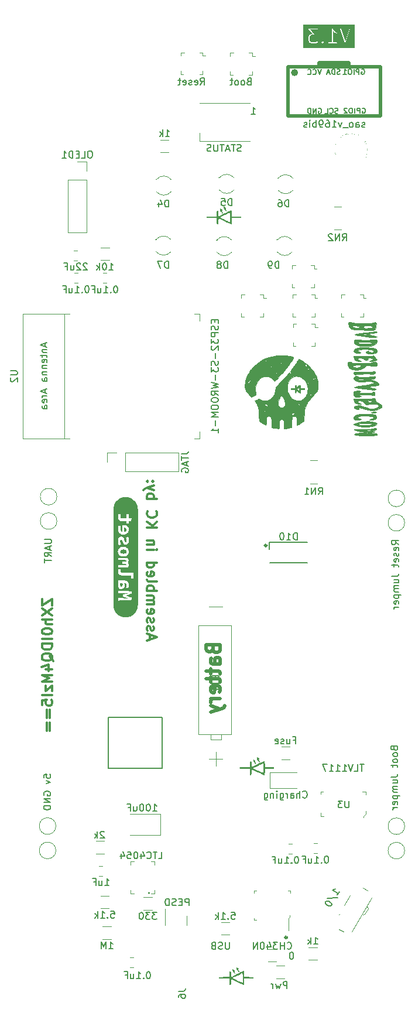
<source format=gbr>
%TF.GenerationSoftware,KiCad,Pcbnew,7.0.1*%
%TF.CreationDate,2023-08-24T09:27:29-05:00*%
%TF.ProjectId,BSidesKC23,42536964-6573-44b4-9332-332e6b696361,1.1*%
%TF.SameCoordinates,Original*%
%TF.FileFunction,Legend,Bot*%
%TF.FilePolarity,Positive*%
%FSLAX46Y46*%
G04 Gerber Fmt 4.6, Leading zero omitted, Abs format (unit mm)*
G04 Created by KiCad (PCBNEW 7.0.1) date 2023-08-24 09:27:29*
%MOMM*%
%LPD*%
G01*
G04 APERTURE LIST*
%ADD10C,0.150000*%
%ADD11C,0.300000*%
%ADD12C,0.500000*%
%ADD13C,0.120000*%
%ADD14C,0.010000*%
%ADD15C,0.306982*%
%ADD16C,0.100000*%
%ADD17C,0.310000*%
%ADD18C,0.210000*%
G04 APERTURE END LIST*
D10*
X83710000Y-139520000D02*
X91510000Y-139520000D01*
X91510000Y-146850000D01*
X83710000Y-146850000D01*
X83710000Y-139520000D01*
D11*
X74086428Y-122374285D02*
X74086428Y-123374285D01*
X74086428Y-123374285D02*
X75586428Y-122374285D01*
X75586428Y-122374285D02*
X75586428Y-123374285D01*
X74086428Y-123802856D02*
X75586428Y-124802856D01*
X74086428Y-124802856D02*
X75586428Y-123802856D01*
X75586428Y-125374284D02*
X74086428Y-125374284D01*
X75586428Y-126017142D02*
X74800714Y-126017142D01*
X74800714Y-126017142D02*
X74657857Y-125945713D01*
X74657857Y-125945713D02*
X74586428Y-125802856D01*
X74586428Y-125802856D02*
X74586428Y-125588570D01*
X74586428Y-125588570D02*
X74657857Y-125445713D01*
X74657857Y-125445713D02*
X74729285Y-125374284D01*
X74086428Y-127017142D02*
X74086428Y-127159999D01*
X74086428Y-127159999D02*
X74157857Y-127302856D01*
X74157857Y-127302856D02*
X74229285Y-127374285D01*
X74229285Y-127374285D02*
X74372142Y-127445713D01*
X74372142Y-127445713D02*
X74657857Y-127517142D01*
X74657857Y-127517142D02*
X75015000Y-127517142D01*
X75015000Y-127517142D02*
X75300714Y-127445713D01*
X75300714Y-127445713D02*
X75443571Y-127374285D01*
X75443571Y-127374285D02*
X75515000Y-127302856D01*
X75515000Y-127302856D02*
X75586428Y-127159999D01*
X75586428Y-127159999D02*
X75586428Y-127017142D01*
X75586428Y-127017142D02*
X75515000Y-126874285D01*
X75515000Y-126874285D02*
X75443571Y-126802856D01*
X75443571Y-126802856D02*
X75300714Y-126731427D01*
X75300714Y-126731427D02*
X75015000Y-126659999D01*
X75015000Y-126659999D02*
X74657857Y-126659999D01*
X74657857Y-126659999D02*
X74372142Y-126731427D01*
X74372142Y-126731427D02*
X74229285Y-126802856D01*
X74229285Y-126802856D02*
X74157857Y-126874285D01*
X74157857Y-126874285D02*
X74086428Y-127017142D01*
X75586428Y-128159998D02*
X74086428Y-128159998D01*
X75586428Y-128874284D02*
X74086428Y-128874284D01*
X74086428Y-128874284D02*
X74086428Y-129231427D01*
X74086428Y-129231427D02*
X74157857Y-129445713D01*
X74157857Y-129445713D02*
X74300714Y-129588570D01*
X74300714Y-129588570D02*
X74443571Y-129659999D01*
X74443571Y-129659999D02*
X74729285Y-129731427D01*
X74729285Y-129731427D02*
X74943571Y-129731427D01*
X74943571Y-129731427D02*
X75229285Y-129659999D01*
X75229285Y-129659999D02*
X75372142Y-129588570D01*
X75372142Y-129588570D02*
X75515000Y-129445713D01*
X75515000Y-129445713D02*
X75586428Y-129231427D01*
X75586428Y-129231427D02*
X75586428Y-128874284D01*
X75729285Y-131374284D02*
X75657857Y-131231427D01*
X75657857Y-131231427D02*
X75515000Y-131088570D01*
X75515000Y-131088570D02*
X75300714Y-130874284D01*
X75300714Y-130874284D02*
X75229285Y-130731427D01*
X75229285Y-130731427D02*
X75229285Y-130588570D01*
X75586428Y-130659999D02*
X75515000Y-130517142D01*
X75515000Y-130517142D02*
X75372142Y-130374284D01*
X75372142Y-130374284D02*
X75086428Y-130302856D01*
X75086428Y-130302856D02*
X74586428Y-130302856D01*
X74586428Y-130302856D02*
X74300714Y-130374284D01*
X74300714Y-130374284D02*
X74157857Y-130517142D01*
X74157857Y-130517142D02*
X74086428Y-130659999D01*
X74086428Y-130659999D02*
X74086428Y-130945713D01*
X74086428Y-130945713D02*
X74157857Y-131088570D01*
X74157857Y-131088570D02*
X74300714Y-131231427D01*
X74300714Y-131231427D02*
X74586428Y-131302856D01*
X74586428Y-131302856D02*
X75086428Y-131302856D01*
X75086428Y-131302856D02*
X75372142Y-131231427D01*
X75372142Y-131231427D02*
X75515000Y-131088570D01*
X75515000Y-131088570D02*
X75586428Y-130945713D01*
X75586428Y-130945713D02*
X75586428Y-130659999D01*
X74586428Y-132588571D02*
X75586428Y-132588571D01*
X74015000Y-132231428D02*
X75086428Y-131874285D01*
X75086428Y-131874285D02*
X75086428Y-132802856D01*
X75586428Y-133374284D02*
X74086428Y-133374284D01*
X74086428Y-133374284D02*
X75157857Y-133874284D01*
X75157857Y-133874284D02*
X74086428Y-134374284D01*
X74086428Y-134374284D02*
X75586428Y-134374284D01*
X74586428Y-134945713D02*
X74586428Y-135731428D01*
X74586428Y-135731428D02*
X75586428Y-134945713D01*
X75586428Y-134945713D02*
X75586428Y-135731428D01*
X75586428Y-136302856D02*
X74086428Y-136302856D01*
X74086428Y-137731428D02*
X74086428Y-137017142D01*
X74086428Y-137017142D02*
X74800714Y-136945714D01*
X74800714Y-136945714D02*
X74729285Y-137017142D01*
X74729285Y-137017142D02*
X74657857Y-137160000D01*
X74657857Y-137160000D02*
X74657857Y-137517142D01*
X74657857Y-137517142D02*
X74729285Y-137660000D01*
X74729285Y-137660000D02*
X74800714Y-137731428D01*
X74800714Y-137731428D02*
X74943571Y-137802857D01*
X74943571Y-137802857D02*
X75300714Y-137802857D01*
X75300714Y-137802857D02*
X75443571Y-137731428D01*
X75443571Y-137731428D02*
X75515000Y-137660000D01*
X75515000Y-137660000D02*
X75586428Y-137517142D01*
X75586428Y-137517142D02*
X75586428Y-137160000D01*
X75586428Y-137160000D02*
X75515000Y-137017142D01*
X75515000Y-137017142D02*
X75443571Y-136945714D01*
X74800714Y-138445713D02*
X74800714Y-139588571D01*
X75229285Y-139588571D02*
X75229285Y-138445713D01*
X74800714Y-140302856D02*
X74800714Y-141445714D01*
X75229285Y-141445714D02*
X75229285Y-140302856D01*
D10*
G36*
X119310714Y-42750714D02*
G01*
X111838095Y-42750714D01*
X111838095Y-41146486D01*
X112627047Y-41146486D01*
X112629761Y-41153030D01*
X112629761Y-41610245D01*
X112627830Y-41628129D01*
X112634686Y-41641842D01*
X112639004Y-41656545D01*
X112644357Y-41661183D01*
X112728711Y-41829891D01*
X112731394Y-41842222D01*
X112746020Y-41856848D01*
X112760084Y-41871967D01*
X112761501Y-41872329D01*
X112835554Y-41946383D01*
X112841999Y-41957234D01*
X112860499Y-41966484D01*
X112878622Y-41976380D01*
X112880082Y-41976275D01*
X113048561Y-42060514D01*
X113063691Y-42070238D01*
X113079021Y-42070238D01*
X113094104Y-42072952D01*
X113100648Y-42070238D01*
X113653102Y-42070238D01*
X113670986Y-42072169D01*
X113684699Y-42065312D01*
X113699402Y-42060995D01*
X113704040Y-42055641D01*
X113872748Y-41971287D01*
X113885079Y-41968605D01*
X113899701Y-41953982D01*
X113914824Y-41939915D01*
X113915186Y-41938497D01*
X113959259Y-41894424D01*
X114531556Y-41894424D01*
X114535097Y-41910703D01*
X114536286Y-41927317D01*
X114539704Y-41931883D01*
X114540918Y-41937461D01*
X114552698Y-41949241D01*
X114562680Y-41962575D01*
X114568025Y-41964568D01*
X114638192Y-42034735D01*
X114639004Y-42037498D01*
X114649553Y-42046638D01*
X114657918Y-42057813D01*
X114665873Y-42060780D01*
X114672290Y-42066340D01*
X114680692Y-42067548D01*
X114688146Y-42071618D01*
X114693838Y-42071210D01*
X114699185Y-42073205D01*
X114707482Y-42071399D01*
X114715885Y-42072608D01*
X114723608Y-42069080D01*
X114732077Y-42068475D01*
X114736643Y-42065056D01*
X114742222Y-42063843D01*
X114748226Y-42057838D01*
X114755949Y-42054312D01*
X114760539Y-42047168D01*
X114767336Y-42042081D01*
X114769329Y-42036735D01*
X114799702Y-42006362D01*
X115484534Y-42006362D01*
X115502830Y-42046426D01*
X115539882Y-42070238D01*
X116127973Y-42070238D01*
X116144457Y-42072608D01*
X116149647Y-42070238D01*
X116715543Y-42070238D01*
X116747021Y-42060995D01*
X116775863Y-42027709D01*
X116782131Y-41984114D01*
X116763835Y-41944050D01*
X116726783Y-41920238D01*
X116208333Y-41920238D01*
X116208333Y-40242946D01*
X116253537Y-40310752D01*
X116255204Y-40318413D01*
X116265526Y-40328735D01*
X116267386Y-40331525D01*
X116273109Y-40336318D01*
X116454603Y-40517812D01*
X116461047Y-40528662D01*
X116479547Y-40537912D01*
X116497670Y-40547808D01*
X116499130Y-40547703D01*
X116680864Y-40638570D01*
X116713152Y-40644380D01*
X116753835Y-40627507D01*
X116778938Y-40591317D01*
X116780491Y-40547301D01*
X116757999Y-40509433D01*
X116558712Y-40409789D01*
X116382094Y-40233170D01*
X116225355Y-39998063D01*
X117198075Y-39998063D01*
X117867416Y-42006087D01*
X117867111Y-42014535D01*
X117874242Y-42026567D01*
X117875115Y-42029184D01*
X117879726Y-42035819D01*
X117889568Y-42052423D01*
X117892174Y-42053728D01*
X117893838Y-42056123D01*
X117911680Y-42063503D01*
X117928944Y-42072155D01*
X117931843Y-42071844D01*
X117934537Y-42072959D01*
X117953530Y-42069523D01*
X117972737Y-42067468D01*
X117975009Y-42065638D01*
X117977877Y-42065120D01*
X117991999Y-42051959D01*
X118007044Y-42039847D01*
X118007966Y-42037080D01*
X118010099Y-42035093D01*
X118014866Y-42016380D01*
X118684084Y-40008726D01*
X118685269Y-39975941D01*
X118662812Y-39938053D01*
X118623436Y-39918321D01*
X118579643Y-39923008D01*
X118545336Y-39950629D01*
X117942856Y-41758067D01*
X117343932Y-39961292D01*
X117325209Y-39934352D01*
X117284510Y-39917516D01*
X117241170Y-39925356D01*
X117208948Y-39955383D01*
X117198075Y-39998063D01*
X116225355Y-39998063D01*
X116202074Y-39963141D01*
X116199090Y-39952978D01*
X116190113Y-39945199D01*
X116189756Y-39944664D01*
X116181953Y-39938129D01*
X116165804Y-39924136D01*
X116165129Y-39924038D01*
X116164605Y-39923600D01*
X116143375Y-39920911D01*
X116122209Y-39917868D01*
X116121587Y-39918151D01*
X116120910Y-39918066D01*
X116101619Y-39927270D01*
X116082145Y-39936164D01*
X116081775Y-39936739D01*
X116081160Y-39937033D01*
X116069911Y-39955198D01*
X116058333Y-39973216D01*
X116058333Y-39973899D01*
X116057974Y-39974479D01*
X116058333Y-39995843D01*
X116058333Y-41920238D01*
X115551122Y-41920238D01*
X115519644Y-41929481D01*
X115490802Y-41962767D01*
X115484534Y-42006362D01*
X114799702Y-42006362D01*
X114849238Y-41956826D01*
X114862574Y-41946844D01*
X114868396Y-41931233D01*
X114876379Y-41916615D01*
X114875971Y-41910923D01*
X114877966Y-41905577D01*
X114874424Y-41889297D01*
X114873236Y-41872684D01*
X114869817Y-41868116D01*
X114868604Y-41862540D01*
X114856824Y-41850760D01*
X114846842Y-41837425D01*
X114841495Y-41835430D01*
X114771329Y-41765263D01*
X114770518Y-41762501D01*
X114759969Y-41753360D01*
X114751604Y-41742186D01*
X114743648Y-41739218D01*
X114737232Y-41733659D01*
X114728827Y-41732450D01*
X114721376Y-41728382D01*
X114715685Y-41728788D01*
X114710337Y-41726794D01*
X114702039Y-41728599D01*
X114693637Y-41727391D01*
X114685912Y-41730918D01*
X114677445Y-41731524D01*
X114672878Y-41734942D01*
X114667300Y-41736156D01*
X114661295Y-41742160D01*
X114653573Y-41745687D01*
X114648981Y-41752831D01*
X114642187Y-41757918D01*
X114640193Y-41763263D01*
X114560279Y-41843177D01*
X114546948Y-41853157D01*
X114541126Y-41868765D01*
X114533143Y-41883386D01*
X114533550Y-41889077D01*
X114531556Y-41894424D01*
X113959259Y-41894424D01*
X114003514Y-41850169D01*
X114019236Y-41821375D01*
X114016093Y-41777444D01*
X113989699Y-41742186D01*
X113948432Y-41726794D01*
X113905395Y-41736156D01*
X113803191Y-41838360D01*
X113639437Y-41920238D01*
X113103417Y-41920238D01*
X112939662Y-41838360D01*
X112861639Y-41760335D01*
X112779761Y-41596580D01*
X112779761Y-41155801D01*
X112861638Y-40992045D01*
X112939663Y-40914019D01*
X113103418Y-40832142D01*
X113349604Y-40832142D01*
X113349769Y-40832247D01*
X113371480Y-40832142D01*
X113382210Y-40832142D01*
X113382389Y-40832089D01*
X113393812Y-40832034D01*
X113403080Y-40826013D01*
X113413688Y-40822899D01*
X113421169Y-40814264D01*
X113430748Y-40808043D01*
X113435290Y-40797967D01*
X113442530Y-40789613D01*
X113444155Y-40778305D01*
X113448851Y-40767892D01*
X113447224Y-40756958D01*
X113448798Y-40746018D01*
X113444052Y-40735626D01*
X113442372Y-40724327D01*
X113435093Y-40716009D01*
X113430502Y-40705954D01*
X113420891Y-40699777D01*
X112870043Y-40070238D01*
X113953638Y-40070238D01*
X113985116Y-40060995D01*
X114013958Y-40027709D01*
X114020226Y-39984114D01*
X114001930Y-39944050D01*
X113964878Y-39920238D01*
X112726585Y-39920238D01*
X112726420Y-39920133D01*
X112704709Y-39920238D01*
X112693979Y-39920238D01*
X112693799Y-39920290D01*
X112682377Y-39920346D01*
X112673107Y-39926366D01*
X112662501Y-39929481D01*
X112655020Y-39938114D01*
X112645441Y-39944336D01*
X112640897Y-39954412D01*
X112633659Y-39962767D01*
X112632033Y-39974073D01*
X112627338Y-39984488D01*
X112628963Y-39995422D01*
X112627391Y-40006362D01*
X112632135Y-40016751D01*
X112633816Y-40028053D01*
X112641096Y-40036373D01*
X112645687Y-40046426D01*
X112655295Y-40052601D01*
X113206145Y-40682142D01*
X113089754Y-40682142D01*
X113071869Y-40680211D01*
X113058155Y-40687067D01*
X113043453Y-40691385D01*
X113038814Y-40696738D01*
X112870106Y-40781092D01*
X112857776Y-40783775D01*
X112843158Y-40798392D01*
X112828031Y-40812464D01*
X112827668Y-40813883D01*
X112753614Y-40887937D01*
X112742766Y-40894381D01*
X112733523Y-40912866D01*
X112723619Y-40931005D01*
X112723723Y-40932465D01*
X112639484Y-41100942D01*
X112629761Y-41116073D01*
X112629761Y-41131403D01*
X112627047Y-41146486D01*
X111838095Y-41146486D01*
X111838095Y-39354286D01*
X119310714Y-39354286D01*
X119310714Y-42750714D01*
G37*
D11*
X89682142Y-128264285D02*
X89682142Y-127550000D01*
X89253571Y-128407142D02*
X90753571Y-127907142D01*
X90753571Y-127907142D02*
X89253571Y-127407142D01*
X89325000Y-126978571D02*
X89253571Y-126835714D01*
X89253571Y-126835714D02*
X89253571Y-126550000D01*
X89253571Y-126550000D02*
X89325000Y-126407143D01*
X89325000Y-126407143D02*
X89467857Y-126335714D01*
X89467857Y-126335714D02*
X89539285Y-126335714D01*
X89539285Y-126335714D02*
X89682142Y-126407143D01*
X89682142Y-126407143D02*
X89753571Y-126550000D01*
X89753571Y-126550000D02*
X89753571Y-126764286D01*
X89753571Y-126764286D02*
X89825000Y-126907143D01*
X89825000Y-126907143D02*
X89967857Y-126978571D01*
X89967857Y-126978571D02*
X90039285Y-126978571D01*
X90039285Y-126978571D02*
X90182142Y-126907143D01*
X90182142Y-126907143D02*
X90253571Y-126764286D01*
X90253571Y-126764286D02*
X90253571Y-126550000D01*
X90253571Y-126550000D02*
X90182142Y-126407143D01*
X89325000Y-125764285D02*
X89253571Y-125621428D01*
X89253571Y-125621428D02*
X89253571Y-125335714D01*
X89253571Y-125335714D02*
X89325000Y-125192857D01*
X89325000Y-125192857D02*
X89467857Y-125121428D01*
X89467857Y-125121428D02*
X89539285Y-125121428D01*
X89539285Y-125121428D02*
X89682142Y-125192857D01*
X89682142Y-125192857D02*
X89753571Y-125335714D01*
X89753571Y-125335714D02*
X89753571Y-125550000D01*
X89753571Y-125550000D02*
X89825000Y-125692857D01*
X89825000Y-125692857D02*
X89967857Y-125764285D01*
X89967857Y-125764285D02*
X90039285Y-125764285D01*
X90039285Y-125764285D02*
X90182142Y-125692857D01*
X90182142Y-125692857D02*
X90253571Y-125550000D01*
X90253571Y-125550000D02*
X90253571Y-125335714D01*
X90253571Y-125335714D02*
X90182142Y-125192857D01*
X89325000Y-123907142D02*
X89253571Y-124049999D01*
X89253571Y-124049999D02*
X89253571Y-124335714D01*
X89253571Y-124335714D02*
X89325000Y-124478571D01*
X89325000Y-124478571D02*
X89467857Y-124549999D01*
X89467857Y-124549999D02*
X90039285Y-124549999D01*
X90039285Y-124549999D02*
X90182142Y-124478571D01*
X90182142Y-124478571D02*
X90253571Y-124335714D01*
X90253571Y-124335714D02*
X90253571Y-124049999D01*
X90253571Y-124049999D02*
X90182142Y-123907142D01*
X90182142Y-123907142D02*
X90039285Y-123835714D01*
X90039285Y-123835714D02*
X89896428Y-123835714D01*
X89896428Y-123835714D02*
X89753571Y-124549999D01*
X89253571Y-123192857D02*
X90253571Y-123192857D01*
X90110714Y-123192857D02*
X90182142Y-123121428D01*
X90182142Y-123121428D02*
X90253571Y-122978571D01*
X90253571Y-122978571D02*
X90253571Y-122764285D01*
X90253571Y-122764285D02*
X90182142Y-122621428D01*
X90182142Y-122621428D02*
X90039285Y-122550000D01*
X90039285Y-122550000D02*
X89253571Y-122550000D01*
X90039285Y-122550000D02*
X90182142Y-122478571D01*
X90182142Y-122478571D02*
X90253571Y-122335714D01*
X90253571Y-122335714D02*
X90253571Y-122121428D01*
X90253571Y-122121428D02*
X90182142Y-121978571D01*
X90182142Y-121978571D02*
X90039285Y-121907142D01*
X90039285Y-121907142D02*
X89253571Y-121907142D01*
X89253571Y-121192857D02*
X90753571Y-121192857D01*
X90182142Y-121192857D02*
X90253571Y-121050000D01*
X90253571Y-121050000D02*
X90253571Y-120764285D01*
X90253571Y-120764285D02*
X90182142Y-120621428D01*
X90182142Y-120621428D02*
X90110714Y-120550000D01*
X90110714Y-120550000D02*
X89967857Y-120478571D01*
X89967857Y-120478571D02*
X89539285Y-120478571D01*
X89539285Y-120478571D02*
X89396428Y-120550000D01*
X89396428Y-120550000D02*
X89325000Y-120621428D01*
X89325000Y-120621428D02*
X89253571Y-120764285D01*
X89253571Y-120764285D02*
X89253571Y-121050000D01*
X89253571Y-121050000D02*
X89325000Y-121192857D01*
X89253571Y-119621428D02*
X89325000Y-119764285D01*
X89325000Y-119764285D02*
X89467857Y-119835714D01*
X89467857Y-119835714D02*
X90753571Y-119835714D01*
X89325000Y-118478571D02*
X89253571Y-118621428D01*
X89253571Y-118621428D02*
X89253571Y-118907143D01*
X89253571Y-118907143D02*
X89325000Y-119050000D01*
X89325000Y-119050000D02*
X89467857Y-119121428D01*
X89467857Y-119121428D02*
X90039285Y-119121428D01*
X90039285Y-119121428D02*
X90182142Y-119050000D01*
X90182142Y-119050000D02*
X90253571Y-118907143D01*
X90253571Y-118907143D02*
X90253571Y-118621428D01*
X90253571Y-118621428D02*
X90182142Y-118478571D01*
X90182142Y-118478571D02*
X90039285Y-118407143D01*
X90039285Y-118407143D02*
X89896428Y-118407143D01*
X89896428Y-118407143D02*
X89753571Y-119121428D01*
X89253571Y-117121429D02*
X90753571Y-117121429D01*
X89325000Y-117121429D02*
X89253571Y-117264286D01*
X89253571Y-117264286D02*
X89253571Y-117550000D01*
X89253571Y-117550000D02*
X89325000Y-117692857D01*
X89325000Y-117692857D02*
X89396428Y-117764286D01*
X89396428Y-117764286D02*
X89539285Y-117835714D01*
X89539285Y-117835714D02*
X89967857Y-117835714D01*
X89967857Y-117835714D02*
X90110714Y-117764286D01*
X90110714Y-117764286D02*
X90182142Y-117692857D01*
X90182142Y-117692857D02*
X90253571Y-117550000D01*
X90253571Y-117550000D02*
X90253571Y-117264286D01*
X90253571Y-117264286D02*
X90182142Y-117121429D01*
X89253571Y-115264286D02*
X90253571Y-115264286D01*
X90753571Y-115264286D02*
X90682142Y-115335714D01*
X90682142Y-115335714D02*
X90610714Y-115264286D01*
X90610714Y-115264286D02*
X90682142Y-115192857D01*
X90682142Y-115192857D02*
X90753571Y-115264286D01*
X90753571Y-115264286D02*
X90610714Y-115264286D01*
X90253571Y-114550000D02*
X89253571Y-114550000D01*
X90110714Y-114550000D02*
X90182142Y-114478571D01*
X90182142Y-114478571D02*
X90253571Y-114335714D01*
X90253571Y-114335714D02*
X90253571Y-114121428D01*
X90253571Y-114121428D02*
X90182142Y-113978571D01*
X90182142Y-113978571D02*
X90039285Y-113907143D01*
X90039285Y-113907143D02*
X89253571Y-113907143D01*
X89253571Y-112050000D02*
X90753571Y-112050000D01*
X89253571Y-111192857D02*
X90110714Y-111835714D01*
X90753571Y-111192857D02*
X89896428Y-112050000D01*
X89396428Y-109692857D02*
X89325000Y-109764285D01*
X89325000Y-109764285D02*
X89253571Y-109978571D01*
X89253571Y-109978571D02*
X89253571Y-110121428D01*
X89253571Y-110121428D02*
X89325000Y-110335714D01*
X89325000Y-110335714D02*
X89467857Y-110478571D01*
X89467857Y-110478571D02*
X89610714Y-110550000D01*
X89610714Y-110550000D02*
X89896428Y-110621428D01*
X89896428Y-110621428D02*
X90110714Y-110621428D01*
X90110714Y-110621428D02*
X90396428Y-110550000D01*
X90396428Y-110550000D02*
X90539285Y-110478571D01*
X90539285Y-110478571D02*
X90682142Y-110335714D01*
X90682142Y-110335714D02*
X90753571Y-110121428D01*
X90753571Y-110121428D02*
X90753571Y-109978571D01*
X90753571Y-109978571D02*
X90682142Y-109764285D01*
X90682142Y-109764285D02*
X90610714Y-109692857D01*
X89253571Y-107907143D02*
X90753571Y-107907143D01*
X90182142Y-107907143D02*
X90253571Y-107764286D01*
X90253571Y-107764286D02*
X90253571Y-107478571D01*
X90253571Y-107478571D02*
X90182142Y-107335714D01*
X90182142Y-107335714D02*
X90110714Y-107264286D01*
X90110714Y-107264286D02*
X89967857Y-107192857D01*
X89967857Y-107192857D02*
X89539285Y-107192857D01*
X89539285Y-107192857D02*
X89396428Y-107264286D01*
X89396428Y-107264286D02*
X89325000Y-107335714D01*
X89325000Y-107335714D02*
X89253571Y-107478571D01*
X89253571Y-107478571D02*
X89253571Y-107764286D01*
X89253571Y-107764286D02*
X89325000Y-107907143D01*
X90253571Y-106692857D02*
X89253571Y-106335714D01*
X90253571Y-105978571D02*
X89253571Y-106335714D01*
X89253571Y-106335714D02*
X88896428Y-106478571D01*
X88896428Y-106478571D02*
X88825000Y-106550000D01*
X88825000Y-106550000D02*
X88753571Y-106692857D01*
X89396428Y-105407143D02*
X89325000Y-105335714D01*
X89325000Y-105335714D02*
X89253571Y-105407143D01*
X89253571Y-105407143D02*
X89325000Y-105478571D01*
X89325000Y-105478571D02*
X89396428Y-105407143D01*
X89396428Y-105407143D02*
X89253571Y-105407143D01*
X90182142Y-105407143D02*
X90110714Y-105335714D01*
X90110714Y-105335714D02*
X90039285Y-105407143D01*
X90039285Y-105407143D02*
X90110714Y-105478571D01*
X90110714Y-105478571D02*
X90182142Y-105407143D01*
X90182142Y-105407143D02*
X90039285Y-105407143D01*
D10*
%TO.C,X1*%
X120800161Y-54143200D02*
X120704923Y-54190819D01*
X120704923Y-54190819D02*
X120514447Y-54190819D01*
X120514447Y-54190819D02*
X120419209Y-54143200D01*
X120419209Y-54143200D02*
X120371590Y-54047961D01*
X120371590Y-54047961D02*
X120371590Y-54000342D01*
X120371590Y-54000342D02*
X120419209Y-53905104D01*
X120419209Y-53905104D02*
X120514447Y-53857485D01*
X120514447Y-53857485D02*
X120657304Y-53857485D01*
X120657304Y-53857485D02*
X120752542Y-53809866D01*
X120752542Y-53809866D02*
X120800161Y-53714628D01*
X120800161Y-53714628D02*
X120800161Y-53667009D01*
X120800161Y-53667009D02*
X120752542Y-53571771D01*
X120752542Y-53571771D02*
X120657304Y-53524152D01*
X120657304Y-53524152D02*
X120514447Y-53524152D01*
X120514447Y-53524152D02*
X120419209Y-53571771D01*
X119514447Y-54190819D02*
X119514447Y-53667009D01*
X119514447Y-53667009D02*
X119562066Y-53571771D01*
X119562066Y-53571771D02*
X119657304Y-53524152D01*
X119657304Y-53524152D02*
X119847780Y-53524152D01*
X119847780Y-53524152D02*
X119943018Y-53571771D01*
X119514447Y-54143200D02*
X119609685Y-54190819D01*
X119609685Y-54190819D02*
X119847780Y-54190819D01*
X119847780Y-54190819D02*
X119943018Y-54143200D01*
X119943018Y-54143200D02*
X119990637Y-54047961D01*
X119990637Y-54047961D02*
X119990637Y-53952723D01*
X119990637Y-53952723D02*
X119943018Y-53857485D01*
X119943018Y-53857485D02*
X119847780Y-53809866D01*
X119847780Y-53809866D02*
X119609685Y-53809866D01*
X119609685Y-53809866D02*
X119514447Y-53762247D01*
X118895399Y-54190819D02*
X118990637Y-54143200D01*
X118990637Y-54143200D02*
X119038256Y-54095580D01*
X119038256Y-54095580D02*
X119085875Y-54000342D01*
X119085875Y-54000342D02*
X119085875Y-53714628D01*
X119085875Y-53714628D02*
X119038256Y-53619390D01*
X119038256Y-53619390D02*
X118990637Y-53571771D01*
X118990637Y-53571771D02*
X118895399Y-53524152D01*
X118895399Y-53524152D02*
X118752542Y-53524152D01*
X118752542Y-53524152D02*
X118657304Y-53571771D01*
X118657304Y-53571771D02*
X118609685Y-53619390D01*
X118609685Y-53619390D02*
X118562066Y-53714628D01*
X118562066Y-53714628D02*
X118562066Y-54000342D01*
X118562066Y-54000342D02*
X118609685Y-54095580D01*
X118609685Y-54095580D02*
X118657304Y-54143200D01*
X118657304Y-54143200D02*
X118752542Y-54190819D01*
X118752542Y-54190819D02*
X118895399Y-54190819D01*
X118371590Y-54286057D02*
X117609685Y-54286057D01*
X117466827Y-53524152D02*
X117228732Y-54190819D01*
X117228732Y-54190819D02*
X116990637Y-53524152D01*
X116085875Y-54190819D02*
X116657303Y-54190819D01*
X116371589Y-54190819D02*
X116371589Y-53190819D01*
X116371589Y-53190819D02*
X116466827Y-53333676D01*
X116466827Y-53333676D02*
X116562065Y-53428914D01*
X116562065Y-53428914D02*
X116657303Y-53476533D01*
X115228732Y-53190819D02*
X115419208Y-53190819D01*
X115419208Y-53190819D02*
X115514446Y-53238438D01*
X115514446Y-53238438D02*
X115562065Y-53286057D01*
X115562065Y-53286057D02*
X115657303Y-53428914D01*
X115657303Y-53428914D02*
X115704922Y-53619390D01*
X115704922Y-53619390D02*
X115704922Y-54000342D01*
X115704922Y-54000342D02*
X115657303Y-54095580D01*
X115657303Y-54095580D02*
X115609684Y-54143200D01*
X115609684Y-54143200D02*
X115514446Y-54190819D01*
X115514446Y-54190819D02*
X115323970Y-54190819D01*
X115323970Y-54190819D02*
X115228732Y-54143200D01*
X115228732Y-54143200D02*
X115181113Y-54095580D01*
X115181113Y-54095580D02*
X115133494Y-54000342D01*
X115133494Y-54000342D02*
X115133494Y-53762247D01*
X115133494Y-53762247D02*
X115181113Y-53667009D01*
X115181113Y-53667009D02*
X115228732Y-53619390D01*
X115228732Y-53619390D02*
X115323970Y-53571771D01*
X115323970Y-53571771D02*
X115514446Y-53571771D01*
X115514446Y-53571771D02*
X115609684Y-53619390D01*
X115609684Y-53619390D02*
X115657303Y-53667009D01*
X115657303Y-53667009D02*
X115704922Y-53762247D01*
X114657303Y-54190819D02*
X114466827Y-54190819D01*
X114466827Y-54190819D02*
X114371589Y-54143200D01*
X114371589Y-54143200D02*
X114323970Y-54095580D01*
X114323970Y-54095580D02*
X114228732Y-53952723D01*
X114228732Y-53952723D02*
X114181113Y-53762247D01*
X114181113Y-53762247D02*
X114181113Y-53381295D01*
X114181113Y-53381295D02*
X114228732Y-53286057D01*
X114228732Y-53286057D02*
X114276351Y-53238438D01*
X114276351Y-53238438D02*
X114371589Y-53190819D01*
X114371589Y-53190819D02*
X114562065Y-53190819D01*
X114562065Y-53190819D02*
X114657303Y-53238438D01*
X114657303Y-53238438D02*
X114704922Y-53286057D01*
X114704922Y-53286057D02*
X114752541Y-53381295D01*
X114752541Y-53381295D02*
X114752541Y-53619390D01*
X114752541Y-53619390D02*
X114704922Y-53714628D01*
X114704922Y-53714628D02*
X114657303Y-53762247D01*
X114657303Y-53762247D02*
X114562065Y-53809866D01*
X114562065Y-53809866D02*
X114371589Y-53809866D01*
X114371589Y-53809866D02*
X114276351Y-53762247D01*
X114276351Y-53762247D02*
X114228732Y-53714628D01*
X114228732Y-53714628D02*
X114181113Y-53619390D01*
X113752541Y-54190819D02*
X113752541Y-53190819D01*
X113752541Y-53571771D02*
X113657303Y-53524152D01*
X113657303Y-53524152D02*
X113466827Y-53524152D01*
X113466827Y-53524152D02*
X113371589Y-53571771D01*
X113371589Y-53571771D02*
X113323970Y-53619390D01*
X113323970Y-53619390D02*
X113276351Y-53714628D01*
X113276351Y-53714628D02*
X113276351Y-54000342D01*
X113276351Y-54000342D02*
X113323970Y-54095580D01*
X113323970Y-54095580D02*
X113371589Y-54143200D01*
X113371589Y-54143200D02*
X113466827Y-54190819D01*
X113466827Y-54190819D02*
X113657303Y-54190819D01*
X113657303Y-54190819D02*
X113752541Y-54143200D01*
X112847779Y-54190819D02*
X112847779Y-53524152D01*
X112847779Y-53190819D02*
X112895398Y-53238438D01*
X112895398Y-53238438D02*
X112847779Y-53286057D01*
X112847779Y-53286057D02*
X112800160Y-53238438D01*
X112800160Y-53238438D02*
X112847779Y-53190819D01*
X112847779Y-53190819D02*
X112847779Y-53286057D01*
X112419208Y-54143200D02*
X112323970Y-54190819D01*
X112323970Y-54190819D02*
X112133494Y-54190819D01*
X112133494Y-54190819D02*
X112038256Y-54143200D01*
X112038256Y-54143200D02*
X111990637Y-54047961D01*
X111990637Y-54047961D02*
X111990637Y-54000342D01*
X111990637Y-54000342D02*
X112038256Y-53905104D01*
X112038256Y-53905104D02*
X112133494Y-53857485D01*
X112133494Y-53857485D02*
X112276351Y-53857485D01*
X112276351Y-53857485D02*
X112371589Y-53809866D01*
X112371589Y-53809866D02*
X112419208Y-53714628D01*
X112419208Y-53714628D02*
X112419208Y-53667009D01*
X112419208Y-53667009D02*
X112371589Y-53571771D01*
X112371589Y-53571771D02*
X112276351Y-53524152D01*
X112276351Y-53524152D02*
X112133494Y-53524152D01*
X112133494Y-53524152D02*
X112038256Y-53571771D01*
X120321942Y-45817078D02*
X120393371Y-45781364D01*
X120393371Y-45781364D02*
X120500513Y-45781364D01*
X120500513Y-45781364D02*
X120607656Y-45817078D01*
X120607656Y-45817078D02*
X120679085Y-45888507D01*
X120679085Y-45888507D02*
X120714799Y-45959935D01*
X120714799Y-45959935D02*
X120750513Y-46102792D01*
X120750513Y-46102792D02*
X120750513Y-46209935D01*
X120750513Y-46209935D02*
X120714799Y-46352792D01*
X120714799Y-46352792D02*
X120679085Y-46424221D01*
X120679085Y-46424221D02*
X120607656Y-46495650D01*
X120607656Y-46495650D02*
X120500513Y-46531364D01*
X120500513Y-46531364D02*
X120429085Y-46531364D01*
X120429085Y-46531364D02*
X120321942Y-46495650D01*
X120321942Y-46495650D02*
X120286228Y-46459935D01*
X120286228Y-46459935D02*
X120286228Y-46209935D01*
X120286228Y-46209935D02*
X120429085Y-46209935D01*
X119964799Y-46531364D02*
X119964799Y-45781364D01*
X119964799Y-45781364D02*
X119679085Y-45781364D01*
X119679085Y-45781364D02*
X119607656Y-45817078D01*
X119607656Y-45817078D02*
X119571942Y-45852792D01*
X119571942Y-45852792D02*
X119536228Y-45924221D01*
X119536228Y-45924221D02*
X119536228Y-46031364D01*
X119536228Y-46031364D02*
X119571942Y-46102792D01*
X119571942Y-46102792D02*
X119607656Y-46138507D01*
X119607656Y-46138507D02*
X119679085Y-46174221D01*
X119679085Y-46174221D02*
X119964799Y-46174221D01*
X119214799Y-46531364D02*
X119214799Y-45781364D01*
X118714799Y-45781364D02*
X118571942Y-45781364D01*
X118571942Y-45781364D02*
X118500513Y-45817078D01*
X118500513Y-45817078D02*
X118429085Y-45888507D01*
X118429085Y-45888507D02*
X118393370Y-46031364D01*
X118393370Y-46031364D02*
X118393370Y-46281364D01*
X118393370Y-46281364D02*
X118429085Y-46424221D01*
X118429085Y-46424221D02*
X118500513Y-46495650D01*
X118500513Y-46495650D02*
X118571942Y-46531364D01*
X118571942Y-46531364D02*
X118714799Y-46531364D01*
X118714799Y-46531364D02*
X118786228Y-46495650D01*
X118786228Y-46495650D02*
X118857656Y-46424221D01*
X118857656Y-46424221D02*
X118893370Y-46281364D01*
X118893370Y-46281364D02*
X118893370Y-46031364D01*
X118893370Y-46031364D02*
X118857656Y-45888507D01*
X118857656Y-45888507D02*
X118786228Y-45817078D01*
X118786228Y-45817078D02*
X118714799Y-45781364D01*
X117679085Y-46531364D02*
X118107656Y-46531364D01*
X117893371Y-46531364D02*
X117893371Y-45781364D01*
X117893371Y-45781364D02*
X117964799Y-45888507D01*
X117964799Y-45888507D02*
X118036228Y-45959935D01*
X118036228Y-45959935D02*
X118107656Y-45995650D01*
X114474399Y-45806764D02*
X114224399Y-46556764D01*
X114224399Y-46556764D02*
X113974399Y-45806764D01*
X113295828Y-46485335D02*
X113331542Y-46521050D01*
X113331542Y-46521050D02*
X113438685Y-46556764D01*
X113438685Y-46556764D02*
X113510113Y-46556764D01*
X113510113Y-46556764D02*
X113617256Y-46521050D01*
X113617256Y-46521050D02*
X113688685Y-46449621D01*
X113688685Y-46449621D02*
X113724399Y-46378192D01*
X113724399Y-46378192D02*
X113760113Y-46235335D01*
X113760113Y-46235335D02*
X113760113Y-46128192D01*
X113760113Y-46128192D02*
X113724399Y-45985335D01*
X113724399Y-45985335D02*
X113688685Y-45913907D01*
X113688685Y-45913907D02*
X113617256Y-45842478D01*
X113617256Y-45842478D02*
X113510113Y-45806764D01*
X113510113Y-45806764D02*
X113438685Y-45806764D01*
X113438685Y-45806764D02*
X113331542Y-45842478D01*
X113331542Y-45842478D02*
X113295828Y-45878192D01*
X112545828Y-46485335D02*
X112581542Y-46521050D01*
X112581542Y-46521050D02*
X112688685Y-46556764D01*
X112688685Y-46556764D02*
X112760113Y-46556764D01*
X112760113Y-46556764D02*
X112867256Y-46521050D01*
X112867256Y-46521050D02*
X112938685Y-46449621D01*
X112938685Y-46449621D02*
X112974399Y-46378192D01*
X112974399Y-46378192D02*
X113010113Y-46235335D01*
X113010113Y-46235335D02*
X113010113Y-46128192D01*
X113010113Y-46128192D02*
X112974399Y-45985335D01*
X112974399Y-45985335D02*
X112938685Y-45913907D01*
X112938685Y-45913907D02*
X112867256Y-45842478D01*
X112867256Y-45842478D02*
X112760113Y-45806764D01*
X112760113Y-45806764D02*
X112688685Y-45806764D01*
X112688685Y-45806764D02*
X112581542Y-45842478D01*
X112581542Y-45842478D02*
X112545828Y-45878192D01*
X117179113Y-46495650D02*
X117071971Y-46531364D01*
X117071971Y-46531364D02*
X116893399Y-46531364D01*
X116893399Y-46531364D02*
X116821971Y-46495650D01*
X116821971Y-46495650D02*
X116786256Y-46459935D01*
X116786256Y-46459935D02*
X116750542Y-46388507D01*
X116750542Y-46388507D02*
X116750542Y-46317078D01*
X116750542Y-46317078D02*
X116786256Y-46245650D01*
X116786256Y-46245650D02*
X116821971Y-46209935D01*
X116821971Y-46209935D02*
X116893399Y-46174221D01*
X116893399Y-46174221D02*
X117036256Y-46138507D01*
X117036256Y-46138507D02*
X117107685Y-46102792D01*
X117107685Y-46102792D02*
X117143399Y-46067078D01*
X117143399Y-46067078D02*
X117179113Y-45995650D01*
X117179113Y-45995650D02*
X117179113Y-45924221D01*
X117179113Y-45924221D02*
X117143399Y-45852792D01*
X117143399Y-45852792D02*
X117107685Y-45817078D01*
X117107685Y-45817078D02*
X117036256Y-45781364D01*
X117036256Y-45781364D02*
X116857685Y-45781364D01*
X116857685Y-45781364D02*
X116750542Y-45817078D01*
X116429113Y-46531364D02*
X116429113Y-45781364D01*
X116429113Y-45781364D02*
X116250542Y-45781364D01*
X116250542Y-45781364D02*
X116143399Y-45817078D01*
X116143399Y-45817078D02*
X116071970Y-45888507D01*
X116071970Y-45888507D02*
X116036256Y-45959935D01*
X116036256Y-45959935D02*
X116000542Y-46102792D01*
X116000542Y-46102792D02*
X116000542Y-46209935D01*
X116000542Y-46209935D02*
X116036256Y-46352792D01*
X116036256Y-46352792D02*
X116071970Y-46424221D01*
X116071970Y-46424221D02*
X116143399Y-46495650D01*
X116143399Y-46495650D02*
X116250542Y-46531364D01*
X116250542Y-46531364D02*
X116429113Y-46531364D01*
X115714827Y-46317078D02*
X115357685Y-46317078D01*
X115786256Y-46531364D02*
X115536256Y-45781364D01*
X115536256Y-45781364D02*
X115286256Y-46531364D01*
X114096628Y-51481278D02*
X114168057Y-51445564D01*
X114168057Y-51445564D02*
X114275199Y-51445564D01*
X114275199Y-51445564D02*
X114382342Y-51481278D01*
X114382342Y-51481278D02*
X114453771Y-51552707D01*
X114453771Y-51552707D02*
X114489485Y-51624135D01*
X114489485Y-51624135D02*
X114525199Y-51766992D01*
X114525199Y-51766992D02*
X114525199Y-51874135D01*
X114525199Y-51874135D02*
X114489485Y-52016992D01*
X114489485Y-52016992D02*
X114453771Y-52088421D01*
X114453771Y-52088421D02*
X114382342Y-52159850D01*
X114382342Y-52159850D02*
X114275199Y-52195564D01*
X114275199Y-52195564D02*
X114203771Y-52195564D01*
X114203771Y-52195564D02*
X114096628Y-52159850D01*
X114096628Y-52159850D02*
X114060914Y-52124135D01*
X114060914Y-52124135D02*
X114060914Y-51874135D01*
X114060914Y-51874135D02*
X114203771Y-51874135D01*
X113739485Y-52195564D02*
X113739485Y-51445564D01*
X113739485Y-51445564D02*
X113310914Y-52195564D01*
X113310914Y-52195564D02*
X113310914Y-51445564D01*
X112953771Y-52195564D02*
X112953771Y-51445564D01*
X112953771Y-51445564D02*
X112775200Y-51445564D01*
X112775200Y-51445564D02*
X112668057Y-51481278D01*
X112668057Y-51481278D02*
X112596628Y-51552707D01*
X112596628Y-51552707D02*
X112560914Y-51624135D01*
X112560914Y-51624135D02*
X112525200Y-51766992D01*
X112525200Y-51766992D02*
X112525200Y-51874135D01*
X112525200Y-51874135D02*
X112560914Y-52016992D01*
X112560914Y-52016992D02*
X112596628Y-52088421D01*
X112596628Y-52088421D02*
X112668057Y-52159850D01*
X112668057Y-52159850D02*
X112775200Y-52195564D01*
X112775200Y-52195564D02*
X112953771Y-52195564D01*
X116907256Y-52159850D02*
X116800114Y-52195564D01*
X116800114Y-52195564D02*
X116621542Y-52195564D01*
X116621542Y-52195564D02*
X116550114Y-52159850D01*
X116550114Y-52159850D02*
X116514399Y-52124135D01*
X116514399Y-52124135D02*
X116478685Y-52052707D01*
X116478685Y-52052707D02*
X116478685Y-51981278D01*
X116478685Y-51981278D02*
X116514399Y-51909850D01*
X116514399Y-51909850D02*
X116550114Y-51874135D01*
X116550114Y-51874135D02*
X116621542Y-51838421D01*
X116621542Y-51838421D02*
X116764399Y-51802707D01*
X116764399Y-51802707D02*
X116835828Y-51766992D01*
X116835828Y-51766992D02*
X116871542Y-51731278D01*
X116871542Y-51731278D02*
X116907256Y-51659850D01*
X116907256Y-51659850D02*
X116907256Y-51588421D01*
X116907256Y-51588421D02*
X116871542Y-51516992D01*
X116871542Y-51516992D02*
X116835828Y-51481278D01*
X116835828Y-51481278D02*
X116764399Y-51445564D01*
X116764399Y-51445564D02*
X116585828Y-51445564D01*
X116585828Y-51445564D02*
X116478685Y-51481278D01*
X115728685Y-52124135D02*
X115764399Y-52159850D01*
X115764399Y-52159850D02*
X115871542Y-52195564D01*
X115871542Y-52195564D02*
X115942970Y-52195564D01*
X115942970Y-52195564D02*
X116050113Y-52159850D01*
X116050113Y-52159850D02*
X116121542Y-52088421D01*
X116121542Y-52088421D02*
X116157256Y-52016992D01*
X116157256Y-52016992D02*
X116192970Y-51874135D01*
X116192970Y-51874135D02*
X116192970Y-51766992D01*
X116192970Y-51766992D02*
X116157256Y-51624135D01*
X116157256Y-51624135D02*
X116121542Y-51552707D01*
X116121542Y-51552707D02*
X116050113Y-51481278D01*
X116050113Y-51481278D02*
X115942970Y-51445564D01*
X115942970Y-51445564D02*
X115871542Y-51445564D01*
X115871542Y-51445564D02*
X115764399Y-51481278D01*
X115764399Y-51481278D02*
X115728685Y-51516992D01*
X115050113Y-52195564D02*
X115407256Y-52195564D01*
X115407256Y-52195564D02*
X115407256Y-51445564D01*
X120448942Y-51455878D02*
X120520371Y-51420164D01*
X120520371Y-51420164D02*
X120627513Y-51420164D01*
X120627513Y-51420164D02*
X120734656Y-51455878D01*
X120734656Y-51455878D02*
X120806085Y-51527307D01*
X120806085Y-51527307D02*
X120841799Y-51598735D01*
X120841799Y-51598735D02*
X120877513Y-51741592D01*
X120877513Y-51741592D02*
X120877513Y-51848735D01*
X120877513Y-51848735D02*
X120841799Y-51991592D01*
X120841799Y-51991592D02*
X120806085Y-52063021D01*
X120806085Y-52063021D02*
X120734656Y-52134450D01*
X120734656Y-52134450D02*
X120627513Y-52170164D01*
X120627513Y-52170164D02*
X120556085Y-52170164D01*
X120556085Y-52170164D02*
X120448942Y-52134450D01*
X120448942Y-52134450D02*
X120413228Y-52098735D01*
X120413228Y-52098735D02*
X120413228Y-51848735D01*
X120413228Y-51848735D02*
X120556085Y-51848735D01*
X120091799Y-52170164D02*
X120091799Y-51420164D01*
X120091799Y-51420164D02*
X119806085Y-51420164D01*
X119806085Y-51420164D02*
X119734656Y-51455878D01*
X119734656Y-51455878D02*
X119698942Y-51491592D01*
X119698942Y-51491592D02*
X119663228Y-51563021D01*
X119663228Y-51563021D02*
X119663228Y-51670164D01*
X119663228Y-51670164D02*
X119698942Y-51741592D01*
X119698942Y-51741592D02*
X119734656Y-51777307D01*
X119734656Y-51777307D02*
X119806085Y-51813021D01*
X119806085Y-51813021D02*
X120091799Y-51813021D01*
X119341799Y-52170164D02*
X119341799Y-51420164D01*
X118841799Y-51420164D02*
X118698942Y-51420164D01*
X118698942Y-51420164D02*
X118627513Y-51455878D01*
X118627513Y-51455878D02*
X118556085Y-51527307D01*
X118556085Y-51527307D02*
X118520370Y-51670164D01*
X118520370Y-51670164D02*
X118520370Y-51920164D01*
X118520370Y-51920164D02*
X118556085Y-52063021D01*
X118556085Y-52063021D02*
X118627513Y-52134450D01*
X118627513Y-52134450D02*
X118698942Y-52170164D01*
X118698942Y-52170164D02*
X118841799Y-52170164D01*
X118841799Y-52170164D02*
X118913228Y-52134450D01*
X118913228Y-52134450D02*
X118984656Y-52063021D01*
X118984656Y-52063021D02*
X119020370Y-51920164D01*
X119020370Y-51920164D02*
X119020370Y-51670164D01*
X119020370Y-51670164D02*
X118984656Y-51527307D01*
X118984656Y-51527307D02*
X118913228Y-51455878D01*
X118913228Y-51455878D02*
X118841799Y-51420164D01*
X118234656Y-51491592D02*
X118198942Y-51455878D01*
X118198942Y-51455878D02*
X118127514Y-51420164D01*
X118127514Y-51420164D02*
X117948942Y-51420164D01*
X117948942Y-51420164D02*
X117877514Y-51455878D01*
X117877514Y-51455878D02*
X117841799Y-51491592D01*
X117841799Y-51491592D02*
X117806085Y-51563021D01*
X117806085Y-51563021D02*
X117806085Y-51634450D01*
X117806085Y-51634450D02*
X117841799Y-51741592D01*
X117841799Y-51741592D02*
X118270371Y-52170164D01*
X118270371Y-52170164D02*
X117806085Y-52170164D01*
%TO.C,D9*%
X108348094Y-74582619D02*
X108348094Y-73582619D01*
X108348094Y-73582619D02*
X108109999Y-73582619D01*
X108109999Y-73582619D02*
X107967142Y-73630238D01*
X107967142Y-73630238D02*
X107871904Y-73725476D01*
X107871904Y-73725476D02*
X107824285Y-73820714D01*
X107824285Y-73820714D02*
X107776666Y-74011190D01*
X107776666Y-74011190D02*
X107776666Y-74154047D01*
X107776666Y-74154047D02*
X107824285Y-74344523D01*
X107824285Y-74344523D02*
X107871904Y-74439761D01*
X107871904Y-74439761D02*
X107967142Y-74535000D01*
X107967142Y-74535000D02*
X108109999Y-74582619D01*
X108109999Y-74582619D02*
X108348094Y-74582619D01*
X107300475Y-74582619D02*
X107109999Y-74582619D01*
X107109999Y-74582619D02*
X107014761Y-74535000D01*
X107014761Y-74535000D02*
X106967142Y-74487380D01*
X106967142Y-74487380D02*
X106871904Y-74344523D01*
X106871904Y-74344523D02*
X106824285Y-74154047D01*
X106824285Y-74154047D02*
X106824285Y-73773095D01*
X106824285Y-73773095D02*
X106871904Y-73677857D01*
X106871904Y-73677857D02*
X106919523Y-73630238D01*
X106919523Y-73630238D02*
X107014761Y-73582619D01*
X107014761Y-73582619D02*
X107205237Y-73582619D01*
X107205237Y-73582619D02*
X107300475Y-73630238D01*
X107300475Y-73630238D02*
X107348094Y-73677857D01*
X107348094Y-73677857D02*
X107395713Y-73773095D01*
X107395713Y-73773095D02*
X107395713Y-74011190D01*
X107395713Y-74011190D02*
X107348094Y-74106428D01*
X107348094Y-74106428D02*
X107300475Y-74154047D01*
X107300475Y-74154047D02*
X107205237Y-74201666D01*
X107205237Y-74201666D02*
X107014761Y-74201666D01*
X107014761Y-74201666D02*
X106919523Y-74154047D01*
X106919523Y-74154047D02*
X106871904Y-74106428D01*
X106871904Y-74106428D02*
X106824285Y-74011190D01*
%TO.C,D6*%
X109768094Y-65667619D02*
X109768094Y-64667619D01*
X109768094Y-64667619D02*
X109529999Y-64667619D01*
X109529999Y-64667619D02*
X109387142Y-64715238D01*
X109387142Y-64715238D02*
X109291904Y-64810476D01*
X109291904Y-64810476D02*
X109244285Y-64905714D01*
X109244285Y-64905714D02*
X109196666Y-65096190D01*
X109196666Y-65096190D02*
X109196666Y-65239047D01*
X109196666Y-65239047D02*
X109244285Y-65429523D01*
X109244285Y-65429523D02*
X109291904Y-65524761D01*
X109291904Y-65524761D02*
X109387142Y-65620000D01*
X109387142Y-65620000D02*
X109529999Y-65667619D01*
X109529999Y-65667619D02*
X109768094Y-65667619D01*
X108339523Y-64667619D02*
X108529999Y-64667619D01*
X108529999Y-64667619D02*
X108625237Y-64715238D01*
X108625237Y-64715238D02*
X108672856Y-64762857D01*
X108672856Y-64762857D02*
X108768094Y-64905714D01*
X108768094Y-64905714D02*
X108815713Y-65096190D01*
X108815713Y-65096190D02*
X108815713Y-65477142D01*
X108815713Y-65477142D02*
X108768094Y-65572380D01*
X108768094Y-65572380D02*
X108720475Y-65620000D01*
X108720475Y-65620000D02*
X108625237Y-65667619D01*
X108625237Y-65667619D02*
X108434761Y-65667619D01*
X108434761Y-65667619D02*
X108339523Y-65620000D01*
X108339523Y-65620000D02*
X108291904Y-65572380D01*
X108291904Y-65572380D02*
X108244285Y-65477142D01*
X108244285Y-65477142D02*
X108244285Y-65239047D01*
X108244285Y-65239047D02*
X108291904Y-65143809D01*
X108291904Y-65143809D02*
X108339523Y-65096190D01*
X108339523Y-65096190D02*
X108434761Y-65048571D01*
X108434761Y-65048571D02*
X108625237Y-65048571D01*
X108625237Y-65048571D02*
X108720475Y-65096190D01*
X108720475Y-65096190D02*
X108768094Y-65143809D01*
X108768094Y-65143809D02*
X108815713Y-65239047D01*
%TO.C,D8*%
X100948094Y-74582619D02*
X100948094Y-73582619D01*
X100948094Y-73582619D02*
X100709999Y-73582619D01*
X100709999Y-73582619D02*
X100567142Y-73630238D01*
X100567142Y-73630238D02*
X100471904Y-73725476D01*
X100471904Y-73725476D02*
X100424285Y-73820714D01*
X100424285Y-73820714D02*
X100376666Y-74011190D01*
X100376666Y-74011190D02*
X100376666Y-74154047D01*
X100376666Y-74154047D02*
X100424285Y-74344523D01*
X100424285Y-74344523D02*
X100471904Y-74439761D01*
X100471904Y-74439761D02*
X100567142Y-74535000D01*
X100567142Y-74535000D02*
X100709999Y-74582619D01*
X100709999Y-74582619D02*
X100948094Y-74582619D01*
X99805237Y-74011190D02*
X99900475Y-73963571D01*
X99900475Y-73963571D02*
X99948094Y-73915952D01*
X99948094Y-73915952D02*
X99995713Y-73820714D01*
X99995713Y-73820714D02*
X99995713Y-73773095D01*
X99995713Y-73773095D02*
X99948094Y-73677857D01*
X99948094Y-73677857D02*
X99900475Y-73630238D01*
X99900475Y-73630238D02*
X99805237Y-73582619D01*
X99805237Y-73582619D02*
X99614761Y-73582619D01*
X99614761Y-73582619D02*
X99519523Y-73630238D01*
X99519523Y-73630238D02*
X99471904Y-73677857D01*
X99471904Y-73677857D02*
X99424285Y-73773095D01*
X99424285Y-73773095D02*
X99424285Y-73820714D01*
X99424285Y-73820714D02*
X99471904Y-73915952D01*
X99471904Y-73915952D02*
X99519523Y-73963571D01*
X99519523Y-73963571D02*
X99614761Y-74011190D01*
X99614761Y-74011190D02*
X99805237Y-74011190D01*
X99805237Y-74011190D02*
X99900475Y-74058809D01*
X99900475Y-74058809D02*
X99948094Y-74106428D01*
X99948094Y-74106428D02*
X99995713Y-74201666D01*
X99995713Y-74201666D02*
X99995713Y-74392142D01*
X99995713Y-74392142D02*
X99948094Y-74487380D01*
X99948094Y-74487380D02*
X99900475Y-74535000D01*
X99900475Y-74535000D02*
X99805237Y-74582619D01*
X99805237Y-74582619D02*
X99614761Y-74582619D01*
X99614761Y-74582619D02*
X99519523Y-74535000D01*
X99519523Y-74535000D02*
X99471904Y-74487380D01*
X99471904Y-74487380D02*
X99424285Y-74392142D01*
X99424285Y-74392142D02*
X99424285Y-74201666D01*
X99424285Y-74201666D02*
X99471904Y-74106428D01*
X99471904Y-74106428D02*
X99519523Y-74058809D01*
X99519523Y-74058809D02*
X99614761Y-74011190D01*
%TO.C,D5*%
X101543094Y-65492619D02*
X101543094Y-64492619D01*
X101543094Y-64492619D02*
X101304999Y-64492619D01*
X101304999Y-64492619D02*
X101162142Y-64540238D01*
X101162142Y-64540238D02*
X101066904Y-64635476D01*
X101066904Y-64635476D02*
X101019285Y-64730714D01*
X101019285Y-64730714D02*
X100971666Y-64921190D01*
X100971666Y-64921190D02*
X100971666Y-65064047D01*
X100971666Y-65064047D02*
X101019285Y-65254523D01*
X101019285Y-65254523D02*
X101066904Y-65349761D01*
X101066904Y-65349761D02*
X101162142Y-65445000D01*
X101162142Y-65445000D02*
X101304999Y-65492619D01*
X101304999Y-65492619D02*
X101543094Y-65492619D01*
X100066904Y-64492619D02*
X100543094Y-64492619D01*
X100543094Y-64492619D02*
X100590713Y-64968809D01*
X100590713Y-64968809D02*
X100543094Y-64921190D01*
X100543094Y-64921190D02*
X100447856Y-64873571D01*
X100447856Y-64873571D02*
X100209761Y-64873571D01*
X100209761Y-64873571D02*
X100114523Y-64921190D01*
X100114523Y-64921190D02*
X100066904Y-64968809D01*
X100066904Y-64968809D02*
X100019285Y-65064047D01*
X100019285Y-65064047D02*
X100019285Y-65302142D01*
X100019285Y-65302142D02*
X100066904Y-65397380D01*
X100066904Y-65397380D02*
X100114523Y-65445000D01*
X100114523Y-65445000D02*
X100209761Y-65492619D01*
X100209761Y-65492619D02*
X100447856Y-65492619D01*
X100447856Y-65492619D02*
X100543094Y-65445000D01*
X100543094Y-65445000D02*
X100590713Y-65397380D01*
%TO.C,D4*%
X92393094Y-65717619D02*
X92393094Y-64717619D01*
X92393094Y-64717619D02*
X92154999Y-64717619D01*
X92154999Y-64717619D02*
X92012142Y-64765238D01*
X92012142Y-64765238D02*
X91916904Y-64860476D01*
X91916904Y-64860476D02*
X91869285Y-64955714D01*
X91869285Y-64955714D02*
X91821666Y-65146190D01*
X91821666Y-65146190D02*
X91821666Y-65289047D01*
X91821666Y-65289047D02*
X91869285Y-65479523D01*
X91869285Y-65479523D02*
X91916904Y-65574761D01*
X91916904Y-65574761D02*
X92012142Y-65670000D01*
X92012142Y-65670000D02*
X92154999Y-65717619D01*
X92154999Y-65717619D02*
X92393094Y-65717619D01*
X90964523Y-65050952D02*
X90964523Y-65717619D01*
X91202618Y-64670000D02*
X91440713Y-65384285D01*
X91440713Y-65384285D02*
X90821666Y-65384285D01*
%TO.C,D10*%
X110994285Y-113832619D02*
X110994285Y-112832619D01*
X110994285Y-112832619D02*
X110756190Y-112832619D01*
X110756190Y-112832619D02*
X110613333Y-112880238D01*
X110613333Y-112880238D02*
X110518095Y-112975476D01*
X110518095Y-112975476D02*
X110470476Y-113070714D01*
X110470476Y-113070714D02*
X110422857Y-113261190D01*
X110422857Y-113261190D02*
X110422857Y-113404047D01*
X110422857Y-113404047D02*
X110470476Y-113594523D01*
X110470476Y-113594523D02*
X110518095Y-113689761D01*
X110518095Y-113689761D02*
X110613333Y-113785000D01*
X110613333Y-113785000D02*
X110756190Y-113832619D01*
X110756190Y-113832619D02*
X110994285Y-113832619D01*
X109470476Y-113832619D02*
X110041904Y-113832619D01*
X109756190Y-113832619D02*
X109756190Y-112832619D01*
X109756190Y-112832619D02*
X109851428Y-112975476D01*
X109851428Y-112975476D02*
X109946666Y-113070714D01*
X109946666Y-113070714D02*
X110041904Y-113118333D01*
X108851428Y-112832619D02*
X108756190Y-112832619D01*
X108756190Y-112832619D02*
X108660952Y-112880238D01*
X108660952Y-112880238D02*
X108613333Y-112927857D01*
X108613333Y-112927857D02*
X108565714Y-113023095D01*
X108565714Y-113023095D02*
X108518095Y-113213571D01*
X108518095Y-113213571D02*
X108518095Y-113451666D01*
X108518095Y-113451666D02*
X108565714Y-113642142D01*
X108565714Y-113642142D02*
X108613333Y-113737380D01*
X108613333Y-113737380D02*
X108660952Y-113785000D01*
X108660952Y-113785000D02*
X108756190Y-113832619D01*
X108756190Y-113832619D02*
X108851428Y-113832619D01*
X108851428Y-113832619D02*
X108946666Y-113785000D01*
X108946666Y-113785000D02*
X108994285Y-113737380D01*
X108994285Y-113737380D02*
X109041904Y-113642142D01*
X109041904Y-113642142D02*
X109089523Y-113451666D01*
X109089523Y-113451666D02*
X109089523Y-113213571D01*
X109089523Y-113213571D02*
X109041904Y-113023095D01*
X109041904Y-113023095D02*
X108994285Y-112927857D01*
X108994285Y-112927857D02*
X108946666Y-112880238D01*
X108946666Y-112880238D02*
X108851428Y-112832619D01*
%TO.C,D7*%
X92368094Y-74567619D02*
X92368094Y-73567619D01*
X92368094Y-73567619D02*
X92129999Y-73567619D01*
X92129999Y-73567619D02*
X91987142Y-73615238D01*
X91987142Y-73615238D02*
X91891904Y-73710476D01*
X91891904Y-73710476D02*
X91844285Y-73805714D01*
X91844285Y-73805714D02*
X91796666Y-73996190D01*
X91796666Y-73996190D02*
X91796666Y-74139047D01*
X91796666Y-74139047D02*
X91844285Y-74329523D01*
X91844285Y-74329523D02*
X91891904Y-74424761D01*
X91891904Y-74424761D02*
X91987142Y-74520000D01*
X91987142Y-74520000D02*
X92129999Y-74567619D01*
X92129999Y-74567619D02*
X92368094Y-74567619D01*
X91463332Y-73567619D02*
X90796666Y-73567619D01*
X90796666Y-73567619D02*
X91225237Y-74567619D01*
%TO.C,J2*%
X94282619Y-101413333D02*
X94996904Y-101413333D01*
X94996904Y-101413333D02*
X95139761Y-101365714D01*
X95139761Y-101365714D02*
X95235000Y-101270476D01*
X95235000Y-101270476D02*
X95282619Y-101127619D01*
X95282619Y-101127619D02*
X95282619Y-101032381D01*
X94282619Y-101746667D02*
X94282619Y-102318095D01*
X95282619Y-102032381D02*
X94282619Y-102032381D01*
X94996904Y-102603810D02*
X94996904Y-103080000D01*
X95282619Y-102508572D02*
X94282619Y-102841905D01*
X94282619Y-102841905D02*
X95282619Y-103175238D01*
X94330238Y-104032381D02*
X94282619Y-103937143D01*
X94282619Y-103937143D02*
X94282619Y-103794286D01*
X94282619Y-103794286D02*
X94330238Y-103651429D01*
X94330238Y-103651429D02*
X94425476Y-103556191D01*
X94425476Y-103556191D02*
X94520714Y-103508572D01*
X94520714Y-103508572D02*
X94711190Y-103460953D01*
X94711190Y-103460953D02*
X94854047Y-103460953D01*
X94854047Y-103460953D02*
X95044523Y-103508572D01*
X95044523Y-103508572D02*
X95139761Y-103556191D01*
X95139761Y-103556191D02*
X95235000Y-103651429D01*
X95235000Y-103651429D02*
X95282619Y-103794286D01*
X95282619Y-103794286D02*
X95282619Y-103889524D01*
X95282619Y-103889524D02*
X95235000Y-104032381D01*
X95235000Y-104032381D02*
X95187380Y-104080000D01*
X95187380Y-104080000D02*
X94854047Y-104080000D01*
X94854047Y-104080000D02*
X94854047Y-103889524D01*
%TO.C,SW_Reset1*%
X96993095Y-48072619D02*
X97326428Y-47596428D01*
X97564523Y-48072619D02*
X97564523Y-47072619D01*
X97564523Y-47072619D02*
X97183571Y-47072619D01*
X97183571Y-47072619D02*
X97088333Y-47120238D01*
X97088333Y-47120238D02*
X97040714Y-47167857D01*
X97040714Y-47167857D02*
X96993095Y-47263095D01*
X96993095Y-47263095D02*
X96993095Y-47405952D01*
X96993095Y-47405952D02*
X97040714Y-47501190D01*
X97040714Y-47501190D02*
X97088333Y-47548809D01*
X97088333Y-47548809D02*
X97183571Y-47596428D01*
X97183571Y-47596428D02*
X97564523Y-47596428D01*
X96183571Y-48025000D02*
X96278809Y-48072619D01*
X96278809Y-48072619D02*
X96469285Y-48072619D01*
X96469285Y-48072619D02*
X96564523Y-48025000D01*
X96564523Y-48025000D02*
X96612142Y-47929761D01*
X96612142Y-47929761D02*
X96612142Y-47548809D01*
X96612142Y-47548809D02*
X96564523Y-47453571D01*
X96564523Y-47453571D02*
X96469285Y-47405952D01*
X96469285Y-47405952D02*
X96278809Y-47405952D01*
X96278809Y-47405952D02*
X96183571Y-47453571D01*
X96183571Y-47453571D02*
X96135952Y-47548809D01*
X96135952Y-47548809D02*
X96135952Y-47644047D01*
X96135952Y-47644047D02*
X96612142Y-47739285D01*
X95754999Y-48025000D02*
X95659761Y-48072619D01*
X95659761Y-48072619D02*
X95469285Y-48072619D01*
X95469285Y-48072619D02*
X95374047Y-48025000D01*
X95374047Y-48025000D02*
X95326428Y-47929761D01*
X95326428Y-47929761D02*
X95326428Y-47882142D01*
X95326428Y-47882142D02*
X95374047Y-47786904D01*
X95374047Y-47786904D02*
X95469285Y-47739285D01*
X95469285Y-47739285D02*
X95612142Y-47739285D01*
X95612142Y-47739285D02*
X95707380Y-47691666D01*
X95707380Y-47691666D02*
X95754999Y-47596428D01*
X95754999Y-47596428D02*
X95754999Y-47548809D01*
X95754999Y-47548809D02*
X95707380Y-47453571D01*
X95707380Y-47453571D02*
X95612142Y-47405952D01*
X95612142Y-47405952D02*
X95469285Y-47405952D01*
X95469285Y-47405952D02*
X95374047Y-47453571D01*
X94516904Y-48025000D02*
X94612142Y-48072619D01*
X94612142Y-48072619D02*
X94802618Y-48072619D01*
X94802618Y-48072619D02*
X94897856Y-48025000D01*
X94897856Y-48025000D02*
X94945475Y-47929761D01*
X94945475Y-47929761D02*
X94945475Y-47548809D01*
X94945475Y-47548809D02*
X94897856Y-47453571D01*
X94897856Y-47453571D02*
X94802618Y-47405952D01*
X94802618Y-47405952D02*
X94612142Y-47405952D01*
X94612142Y-47405952D02*
X94516904Y-47453571D01*
X94516904Y-47453571D02*
X94469285Y-47548809D01*
X94469285Y-47548809D02*
X94469285Y-47644047D01*
X94469285Y-47644047D02*
X94945475Y-47739285D01*
X94183570Y-47405952D02*
X93802618Y-47405952D01*
X94040713Y-47072619D02*
X94040713Y-47929761D01*
X94040713Y-47929761D02*
X93993094Y-48025000D01*
X93993094Y-48025000D02*
X93897856Y-48072619D01*
X93897856Y-48072619D02*
X93802618Y-48072619D01*
%TO.C,R2*%
X113399047Y-172312619D02*
X113970475Y-172312619D01*
X113684761Y-172312619D02*
X113684761Y-171312619D01*
X113684761Y-171312619D02*
X113779999Y-171455476D01*
X113779999Y-171455476D02*
X113875237Y-171550714D01*
X113875237Y-171550714D02*
X113970475Y-171598333D01*
X112970475Y-172312619D02*
X112970475Y-171312619D01*
X112875237Y-171931666D02*
X112589523Y-172312619D01*
X112589523Y-171645952D02*
X112970475Y-172026904D01*
%TO.C,D3*%
X102906190Y-57620000D02*
X102763333Y-57667619D01*
X102763333Y-57667619D02*
X102525238Y-57667619D01*
X102525238Y-57667619D02*
X102430000Y-57620000D01*
X102430000Y-57620000D02*
X102382381Y-57572380D01*
X102382381Y-57572380D02*
X102334762Y-57477142D01*
X102334762Y-57477142D02*
X102334762Y-57381904D01*
X102334762Y-57381904D02*
X102382381Y-57286666D01*
X102382381Y-57286666D02*
X102430000Y-57239047D01*
X102430000Y-57239047D02*
X102525238Y-57191428D01*
X102525238Y-57191428D02*
X102715714Y-57143809D01*
X102715714Y-57143809D02*
X102810952Y-57096190D01*
X102810952Y-57096190D02*
X102858571Y-57048571D01*
X102858571Y-57048571D02*
X102906190Y-56953333D01*
X102906190Y-56953333D02*
X102906190Y-56858095D01*
X102906190Y-56858095D02*
X102858571Y-56762857D01*
X102858571Y-56762857D02*
X102810952Y-56715238D01*
X102810952Y-56715238D02*
X102715714Y-56667619D01*
X102715714Y-56667619D02*
X102477619Y-56667619D01*
X102477619Y-56667619D02*
X102334762Y-56715238D01*
X102049047Y-56667619D02*
X101477619Y-56667619D01*
X101763333Y-57667619D02*
X101763333Y-56667619D01*
X101191904Y-57381904D02*
X100715714Y-57381904D01*
X101287142Y-57667619D02*
X100953809Y-56667619D01*
X100953809Y-56667619D02*
X100620476Y-57667619D01*
X100429999Y-56667619D02*
X99858571Y-56667619D01*
X100144285Y-57667619D02*
X100144285Y-56667619D01*
X99525237Y-56667619D02*
X99525237Y-57477142D01*
X99525237Y-57477142D02*
X99477618Y-57572380D01*
X99477618Y-57572380D02*
X99429999Y-57620000D01*
X99429999Y-57620000D02*
X99334761Y-57667619D01*
X99334761Y-57667619D02*
X99144285Y-57667619D01*
X99144285Y-57667619D02*
X99049047Y-57620000D01*
X99049047Y-57620000D02*
X99001428Y-57572380D01*
X99001428Y-57572380D02*
X98953809Y-57477142D01*
X98953809Y-57477142D02*
X98953809Y-56667619D01*
X98525237Y-57620000D02*
X98382380Y-57667619D01*
X98382380Y-57667619D02*
X98144285Y-57667619D01*
X98144285Y-57667619D02*
X98049047Y-57620000D01*
X98049047Y-57620000D02*
X98001428Y-57572380D01*
X98001428Y-57572380D02*
X97953809Y-57477142D01*
X97953809Y-57477142D02*
X97953809Y-57381904D01*
X97953809Y-57381904D02*
X98001428Y-57286666D01*
X98001428Y-57286666D02*
X98049047Y-57239047D01*
X98049047Y-57239047D02*
X98144285Y-57191428D01*
X98144285Y-57191428D02*
X98334761Y-57143809D01*
X98334761Y-57143809D02*
X98429999Y-57096190D01*
X98429999Y-57096190D02*
X98477618Y-57048571D01*
X98477618Y-57048571D02*
X98525237Y-56953333D01*
X98525237Y-56953333D02*
X98525237Y-56858095D01*
X98525237Y-56858095D02*
X98477618Y-56762857D01*
X98477618Y-56762857D02*
X98429999Y-56715238D01*
X98429999Y-56715238D02*
X98334761Y-56667619D01*
X98334761Y-56667619D02*
X98096666Y-56667619D01*
X98096666Y-56667619D02*
X97953809Y-56715238D01*
X104369285Y-52292619D02*
X104940713Y-52292619D01*
X104654999Y-52292619D02*
X104654999Y-51292619D01*
X104654999Y-51292619D02*
X104750237Y-51435476D01*
X104750237Y-51435476D02*
X104845475Y-51530714D01*
X104845475Y-51530714D02*
X104940713Y-51578333D01*
%TO.C,D11*%
X95330475Y-166722619D02*
X95330475Y-165722619D01*
X95330475Y-165722619D02*
X94949523Y-165722619D01*
X94949523Y-165722619D02*
X94854285Y-165770238D01*
X94854285Y-165770238D02*
X94806666Y-165817857D01*
X94806666Y-165817857D02*
X94759047Y-165913095D01*
X94759047Y-165913095D02*
X94759047Y-166055952D01*
X94759047Y-166055952D02*
X94806666Y-166151190D01*
X94806666Y-166151190D02*
X94854285Y-166198809D01*
X94854285Y-166198809D02*
X94949523Y-166246428D01*
X94949523Y-166246428D02*
X95330475Y-166246428D01*
X94330475Y-166198809D02*
X93997142Y-166198809D01*
X93854285Y-166722619D02*
X94330475Y-166722619D01*
X94330475Y-166722619D02*
X94330475Y-165722619D01*
X94330475Y-165722619D02*
X93854285Y-165722619D01*
X93473332Y-166675000D02*
X93330475Y-166722619D01*
X93330475Y-166722619D02*
X93092380Y-166722619D01*
X93092380Y-166722619D02*
X92997142Y-166675000D01*
X92997142Y-166675000D02*
X92949523Y-166627380D01*
X92949523Y-166627380D02*
X92901904Y-166532142D01*
X92901904Y-166532142D02*
X92901904Y-166436904D01*
X92901904Y-166436904D02*
X92949523Y-166341666D01*
X92949523Y-166341666D02*
X92997142Y-166294047D01*
X92997142Y-166294047D02*
X93092380Y-166246428D01*
X93092380Y-166246428D02*
X93282856Y-166198809D01*
X93282856Y-166198809D02*
X93378094Y-166151190D01*
X93378094Y-166151190D02*
X93425713Y-166103571D01*
X93425713Y-166103571D02*
X93473332Y-166008333D01*
X93473332Y-166008333D02*
X93473332Y-165913095D01*
X93473332Y-165913095D02*
X93425713Y-165817857D01*
X93425713Y-165817857D02*
X93378094Y-165770238D01*
X93378094Y-165770238D02*
X93282856Y-165722619D01*
X93282856Y-165722619D02*
X93044761Y-165722619D01*
X93044761Y-165722619D02*
X92901904Y-165770238D01*
X92473332Y-166722619D02*
X92473332Y-165722619D01*
X92473332Y-165722619D02*
X92235237Y-165722619D01*
X92235237Y-165722619D02*
X92092380Y-165770238D01*
X92092380Y-165770238D02*
X91997142Y-165865476D01*
X91997142Y-165865476D02*
X91949523Y-165960714D01*
X91949523Y-165960714D02*
X91901904Y-166151190D01*
X91901904Y-166151190D02*
X91901904Y-166294047D01*
X91901904Y-166294047D02*
X91949523Y-166484523D01*
X91949523Y-166484523D02*
X91997142Y-166579761D01*
X91997142Y-166579761D02*
X92092380Y-166675000D01*
X92092380Y-166675000D02*
X92235237Y-166722619D01*
X92235237Y-166722619D02*
X92473332Y-166722619D01*
%TO.C,J1*%
X74467619Y-113784762D02*
X75277142Y-113784762D01*
X75277142Y-113784762D02*
X75372380Y-113832381D01*
X75372380Y-113832381D02*
X75420000Y-113880000D01*
X75420000Y-113880000D02*
X75467619Y-113975238D01*
X75467619Y-113975238D02*
X75467619Y-114165714D01*
X75467619Y-114165714D02*
X75420000Y-114260952D01*
X75420000Y-114260952D02*
X75372380Y-114308571D01*
X75372380Y-114308571D02*
X75277142Y-114356190D01*
X75277142Y-114356190D02*
X74467619Y-114356190D01*
X75181904Y-114784762D02*
X75181904Y-115260952D01*
X75467619Y-114689524D02*
X74467619Y-115022857D01*
X74467619Y-115022857D02*
X75467619Y-115356190D01*
X75467619Y-116260952D02*
X74991428Y-115927619D01*
X75467619Y-115689524D02*
X74467619Y-115689524D01*
X74467619Y-115689524D02*
X74467619Y-116070476D01*
X74467619Y-116070476D02*
X74515238Y-116165714D01*
X74515238Y-116165714D02*
X74562857Y-116213333D01*
X74562857Y-116213333D02*
X74658095Y-116260952D01*
X74658095Y-116260952D02*
X74800952Y-116260952D01*
X74800952Y-116260952D02*
X74896190Y-116213333D01*
X74896190Y-116213333D02*
X74943809Y-116165714D01*
X74943809Y-116165714D02*
X74991428Y-116070476D01*
X74991428Y-116070476D02*
X74991428Y-115689524D01*
X74467619Y-116546667D02*
X74467619Y-117118095D01*
X75467619Y-116832381D02*
X74467619Y-116832381D01*
%TO.C,J4*%
X74342619Y-148257380D02*
X74342619Y-147781190D01*
X74342619Y-147781190D02*
X74818809Y-147733571D01*
X74818809Y-147733571D02*
X74771190Y-147781190D01*
X74771190Y-147781190D02*
X74723571Y-147876428D01*
X74723571Y-147876428D02*
X74723571Y-148114523D01*
X74723571Y-148114523D02*
X74771190Y-148209761D01*
X74771190Y-148209761D02*
X74818809Y-148257380D01*
X74818809Y-148257380D02*
X74914047Y-148304999D01*
X74914047Y-148304999D02*
X75152142Y-148304999D01*
X75152142Y-148304999D02*
X75247380Y-148257380D01*
X75247380Y-148257380D02*
X75295000Y-148209761D01*
X75295000Y-148209761D02*
X75342619Y-148114523D01*
X75342619Y-148114523D02*
X75342619Y-147876428D01*
X75342619Y-147876428D02*
X75295000Y-147781190D01*
X75295000Y-147781190D02*
X75247380Y-147733571D01*
X74675952Y-148638333D02*
X75342619Y-148876428D01*
X75342619Y-148876428D02*
X74675952Y-149114523D01*
X74390238Y-150781190D02*
X74342619Y-150685952D01*
X74342619Y-150685952D02*
X74342619Y-150543095D01*
X74342619Y-150543095D02*
X74390238Y-150400238D01*
X74390238Y-150400238D02*
X74485476Y-150305000D01*
X74485476Y-150305000D02*
X74580714Y-150257381D01*
X74580714Y-150257381D02*
X74771190Y-150209762D01*
X74771190Y-150209762D02*
X74914047Y-150209762D01*
X74914047Y-150209762D02*
X75104523Y-150257381D01*
X75104523Y-150257381D02*
X75199761Y-150305000D01*
X75199761Y-150305000D02*
X75295000Y-150400238D01*
X75295000Y-150400238D02*
X75342619Y-150543095D01*
X75342619Y-150543095D02*
X75342619Y-150638333D01*
X75342619Y-150638333D02*
X75295000Y-150781190D01*
X75295000Y-150781190D02*
X75247380Y-150828809D01*
X75247380Y-150828809D02*
X74914047Y-150828809D01*
X74914047Y-150828809D02*
X74914047Y-150638333D01*
X75342619Y-151257381D02*
X74342619Y-151257381D01*
X74342619Y-151257381D02*
X75342619Y-151828809D01*
X75342619Y-151828809D02*
X74342619Y-151828809D01*
X75342619Y-152305000D02*
X74342619Y-152305000D01*
X74342619Y-152305000D02*
X74342619Y-152543095D01*
X74342619Y-152543095D02*
X74390238Y-152685952D01*
X74390238Y-152685952D02*
X74485476Y-152781190D01*
X74485476Y-152781190D02*
X74580714Y-152828809D01*
X74580714Y-152828809D02*
X74771190Y-152876428D01*
X74771190Y-152876428D02*
X74914047Y-152876428D01*
X74914047Y-152876428D02*
X75104523Y-152828809D01*
X75104523Y-152828809D02*
X75199761Y-152781190D01*
X75199761Y-152781190D02*
X75295000Y-152685952D01*
X75295000Y-152685952D02*
X75342619Y-152543095D01*
X75342619Y-152543095D02*
X75342619Y-152305000D01*
%TO.C,J3*%
X125692619Y-114545475D02*
X125216428Y-114212142D01*
X125692619Y-113974047D02*
X124692619Y-113974047D01*
X124692619Y-113974047D02*
X124692619Y-114354999D01*
X124692619Y-114354999D02*
X124740238Y-114450237D01*
X124740238Y-114450237D02*
X124787857Y-114497856D01*
X124787857Y-114497856D02*
X124883095Y-114545475D01*
X124883095Y-114545475D02*
X125025952Y-114545475D01*
X125025952Y-114545475D02*
X125121190Y-114497856D01*
X125121190Y-114497856D02*
X125168809Y-114450237D01*
X125168809Y-114450237D02*
X125216428Y-114354999D01*
X125216428Y-114354999D02*
X125216428Y-113974047D01*
X125645000Y-115354999D02*
X125692619Y-115259761D01*
X125692619Y-115259761D02*
X125692619Y-115069285D01*
X125692619Y-115069285D02*
X125645000Y-114974047D01*
X125645000Y-114974047D02*
X125549761Y-114926428D01*
X125549761Y-114926428D02*
X125168809Y-114926428D01*
X125168809Y-114926428D02*
X125073571Y-114974047D01*
X125073571Y-114974047D02*
X125025952Y-115069285D01*
X125025952Y-115069285D02*
X125025952Y-115259761D01*
X125025952Y-115259761D02*
X125073571Y-115354999D01*
X125073571Y-115354999D02*
X125168809Y-115402618D01*
X125168809Y-115402618D02*
X125264047Y-115402618D01*
X125264047Y-115402618D02*
X125359285Y-114926428D01*
X125645000Y-115783571D02*
X125692619Y-115878809D01*
X125692619Y-115878809D02*
X125692619Y-116069285D01*
X125692619Y-116069285D02*
X125645000Y-116164523D01*
X125645000Y-116164523D02*
X125549761Y-116212142D01*
X125549761Y-116212142D02*
X125502142Y-116212142D01*
X125502142Y-116212142D02*
X125406904Y-116164523D01*
X125406904Y-116164523D02*
X125359285Y-116069285D01*
X125359285Y-116069285D02*
X125359285Y-115926428D01*
X125359285Y-115926428D02*
X125311666Y-115831190D01*
X125311666Y-115831190D02*
X125216428Y-115783571D01*
X125216428Y-115783571D02*
X125168809Y-115783571D01*
X125168809Y-115783571D02*
X125073571Y-115831190D01*
X125073571Y-115831190D02*
X125025952Y-115926428D01*
X125025952Y-115926428D02*
X125025952Y-116069285D01*
X125025952Y-116069285D02*
X125073571Y-116164523D01*
X125645000Y-117021666D02*
X125692619Y-116926428D01*
X125692619Y-116926428D02*
X125692619Y-116735952D01*
X125692619Y-116735952D02*
X125645000Y-116640714D01*
X125645000Y-116640714D02*
X125549761Y-116593095D01*
X125549761Y-116593095D02*
X125168809Y-116593095D01*
X125168809Y-116593095D02*
X125073571Y-116640714D01*
X125073571Y-116640714D02*
X125025952Y-116735952D01*
X125025952Y-116735952D02*
X125025952Y-116926428D01*
X125025952Y-116926428D02*
X125073571Y-117021666D01*
X125073571Y-117021666D02*
X125168809Y-117069285D01*
X125168809Y-117069285D02*
X125264047Y-117069285D01*
X125264047Y-117069285D02*
X125359285Y-116593095D01*
X125025952Y-117355000D02*
X125025952Y-117735952D01*
X124692619Y-117497857D02*
X125549761Y-117497857D01*
X125549761Y-117497857D02*
X125645000Y-117545476D01*
X125645000Y-117545476D02*
X125692619Y-117640714D01*
X125692619Y-117640714D02*
X125692619Y-117735952D01*
X124692619Y-119116905D02*
X125406904Y-119116905D01*
X125406904Y-119116905D02*
X125549761Y-119069286D01*
X125549761Y-119069286D02*
X125645000Y-118974048D01*
X125645000Y-118974048D02*
X125692619Y-118831191D01*
X125692619Y-118831191D02*
X125692619Y-118735953D01*
X125025952Y-120021667D02*
X125692619Y-120021667D01*
X125025952Y-119593096D02*
X125549761Y-119593096D01*
X125549761Y-119593096D02*
X125645000Y-119640715D01*
X125645000Y-119640715D02*
X125692619Y-119735953D01*
X125692619Y-119735953D02*
X125692619Y-119878810D01*
X125692619Y-119878810D02*
X125645000Y-119974048D01*
X125645000Y-119974048D02*
X125597380Y-120021667D01*
X125692619Y-120497858D02*
X125025952Y-120497858D01*
X125121190Y-120497858D02*
X125073571Y-120545477D01*
X125073571Y-120545477D02*
X125025952Y-120640715D01*
X125025952Y-120640715D02*
X125025952Y-120783572D01*
X125025952Y-120783572D02*
X125073571Y-120878810D01*
X125073571Y-120878810D02*
X125168809Y-120926429D01*
X125168809Y-120926429D02*
X125692619Y-120926429D01*
X125168809Y-120926429D02*
X125073571Y-120974048D01*
X125073571Y-120974048D02*
X125025952Y-121069286D01*
X125025952Y-121069286D02*
X125025952Y-121212143D01*
X125025952Y-121212143D02*
X125073571Y-121307382D01*
X125073571Y-121307382D02*
X125168809Y-121355001D01*
X125168809Y-121355001D02*
X125692619Y-121355001D01*
X125025952Y-121831191D02*
X126025952Y-121831191D01*
X125073571Y-121831191D02*
X125025952Y-121926429D01*
X125025952Y-121926429D02*
X125025952Y-122116905D01*
X125025952Y-122116905D02*
X125073571Y-122212143D01*
X125073571Y-122212143D02*
X125121190Y-122259762D01*
X125121190Y-122259762D02*
X125216428Y-122307381D01*
X125216428Y-122307381D02*
X125502142Y-122307381D01*
X125502142Y-122307381D02*
X125597380Y-122259762D01*
X125597380Y-122259762D02*
X125645000Y-122212143D01*
X125645000Y-122212143D02*
X125692619Y-122116905D01*
X125692619Y-122116905D02*
X125692619Y-121926429D01*
X125692619Y-121926429D02*
X125645000Y-121831191D01*
X125645000Y-123116905D02*
X125692619Y-123021667D01*
X125692619Y-123021667D02*
X125692619Y-122831191D01*
X125692619Y-122831191D02*
X125645000Y-122735953D01*
X125645000Y-122735953D02*
X125549761Y-122688334D01*
X125549761Y-122688334D02*
X125168809Y-122688334D01*
X125168809Y-122688334D02*
X125073571Y-122735953D01*
X125073571Y-122735953D02*
X125025952Y-122831191D01*
X125025952Y-122831191D02*
X125025952Y-123021667D01*
X125025952Y-123021667D02*
X125073571Y-123116905D01*
X125073571Y-123116905D02*
X125168809Y-123164524D01*
X125168809Y-123164524D02*
X125264047Y-123164524D01*
X125264047Y-123164524D02*
X125359285Y-122688334D01*
X125692619Y-123593096D02*
X125025952Y-123593096D01*
X125216428Y-123593096D02*
X125121190Y-123640715D01*
X125121190Y-123640715D02*
X125073571Y-123688334D01*
X125073571Y-123688334D02*
X125025952Y-123783572D01*
X125025952Y-123783572D02*
X125025952Y-123878810D01*
%TO.C,D2*%
X111830000Y-151060180D02*
X111877619Y-151107800D01*
X111877619Y-151107800D02*
X112020476Y-151155419D01*
X112020476Y-151155419D02*
X112115714Y-151155419D01*
X112115714Y-151155419D02*
X112258571Y-151107800D01*
X112258571Y-151107800D02*
X112353809Y-151012561D01*
X112353809Y-151012561D02*
X112401428Y-150917323D01*
X112401428Y-150917323D02*
X112449047Y-150726847D01*
X112449047Y-150726847D02*
X112449047Y-150583990D01*
X112449047Y-150583990D02*
X112401428Y-150393514D01*
X112401428Y-150393514D02*
X112353809Y-150298276D01*
X112353809Y-150298276D02*
X112258571Y-150203038D01*
X112258571Y-150203038D02*
X112115714Y-150155419D01*
X112115714Y-150155419D02*
X112020476Y-150155419D01*
X112020476Y-150155419D02*
X111877619Y-150203038D01*
X111877619Y-150203038D02*
X111830000Y-150250657D01*
X111401428Y-151155419D02*
X111401428Y-150155419D01*
X110972857Y-151155419D02*
X110972857Y-150631609D01*
X110972857Y-150631609D02*
X111020476Y-150536371D01*
X111020476Y-150536371D02*
X111115714Y-150488752D01*
X111115714Y-150488752D02*
X111258571Y-150488752D01*
X111258571Y-150488752D02*
X111353809Y-150536371D01*
X111353809Y-150536371D02*
X111401428Y-150583990D01*
X110068095Y-151155419D02*
X110068095Y-150631609D01*
X110068095Y-150631609D02*
X110115714Y-150536371D01*
X110115714Y-150536371D02*
X110210952Y-150488752D01*
X110210952Y-150488752D02*
X110401428Y-150488752D01*
X110401428Y-150488752D02*
X110496666Y-150536371D01*
X110068095Y-151107800D02*
X110163333Y-151155419D01*
X110163333Y-151155419D02*
X110401428Y-151155419D01*
X110401428Y-151155419D02*
X110496666Y-151107800D01*
X110496666Y-151107800D02*
X110544285Y-151012561D01*
X110544285Y-151012561D02*
X110544285Y-150917323D01*
X110544285Y-150917323D02*
X110496666Y-150822085D01*
X110496666Y-150822085D02*
X110401428Y-150774466D01*
X110401428Y-150774466D02*
X110163333Y-150774466D01*
X110163333Y-150774466D02*
X110068095Y-150726847D01*
X109591904Y-151155419D02*
X109591904Y-150488752D01*
X109591904Y-150679228D02*
X109544285Y-150583990D01*
X109544285Y-150583990D02*
X109496666Y-150536371D01*
X109496666Y-150536371D02*
X109401428Y-150488752D01*
X109401428Y-150488752D02*
X109306190Y-150488752D01*
X108544285Y-150488752D02*
X108544285Y-151298276D01*
X108544285Y-151298276D02*
X108591904Y-151393514D01*
X108591904Y-151393514D02*
X108639523Y-151441133D01*
X108639523Y-151441133D02*
X108734761Y-151488752D01*
X108734761Y-151488752D02*
X108877618Y-151488752D01*
X108877618Y-151488752D02*
X108972856Y-151441133D01*
X108544285Y-151107800D02*
X108639523Y-151155419D01*
X108639523Y-151155419D02*
X108829999Y-151155419D01*
X108829999Y-151155419D02*
X108925237Y-151107800D01*
X108925237Y-151107800D02*
X108972856Y-151060180D01*
X108972856Y-151060180D02*
X109020475Y-150964942D01*
X109020475Y-150964942D02*
X109020475Y-150679228D01*
X109020475Y-150679228D02*
X108972856Y-150583990D01*
X108972856Y-150583990D02*
X108925237Y-150536371D01*
X108925237Y-150536371D02*
X108829999Y-150488752D01*
X108829999Y-150488752D02*
X108639523Y-150488752D01*
X108639523Y-150488752D02*
X108544285Y-150536371D01*
X108068094Y-151155419D02*
X108068094Y-150488752D01*
X108068094Y-150155419D02*
X108115713Y-150203038D01*
X108115713Y-150203038D02*
X108068094Y-150250657D01*
X108068094Y-150250657D02*
X108020475Y-150203038D01*
X108020475Y-150203038D02*
X108068094Y-150155419D01*
X108068094Y-150155419D02*
X108068094Y-150250657D01*
X107591904Y-150488752D02*
X107591904Y-151155419D01*
X107591904Y-150583990D02*
X107544285Y-150536371D01*
X107544285Y-150536371D02*
X107449047Y-150488752D01*
X107449047Y-150488752D02*
X107306190Y-150488752D01*
X107306190Y-150488752D02*
X107210952Y-150536371D01*
X107210952Y-150536371D02*
X107163333Y-150631609D01*
X107163333Y-150631609D02*
X107163333Y-151155419D01*
X106258571Y-150488752D02*
X106258571Y-151298276D01*
X106258571Y-151298276D02*
X106306190Y-151393514D01*
X106306190Y-151393514D02*
X106353809Y-151441133D01*
X106353809Y-151441133D02*
X106449047Y-151488752D01*
X106449047Y-151488752D02*
X106591904Y-151488752D01*
X106591904Y-151488752D02*
X106687142Y-151441133D01*
X106258571Y-151107800D02*
X106353809Y-151155419D01*
X106353809Y-151155419D02*
X106544285Y-151155419D01*
X106544285Y-151155419D02*
X106639523Y-151107800D01*
X106639523Y-151107800D02*
X106687142Y-151060180D01*
X106687142Y-151060180D02*
X106734761Y-150964942D01*
X106734761Y-150964942D02*
X106734761Y-150679228D01*
X106734761Y-150679228D02*
X106687142Y-150583990D01*
X106687142Y-150583990D02*
X106639523Y-150536371D01*
X106639523Y-150536371D02*
X106544285Y-150488752D01*
X106544285Y-150488752D02*
X106353809Y-150488752D01*
X106353809Y-150488752D02*
X106258571Y-150536371D01*
%TO.C,C5*%
X83207738Y-163822619D02*
X83779166Y-163822619D01*
X83493452Y-163822619D02*
X83493452Y-162822619D01*
X83493452Y-162822619D02*
X83588690Y-162965476D01*
X83588690Y-162965476D02*
X83683928Y-163060714D01*
X83683928Y-163060714D02*
X83779166Y-163108333D01*
X82350595Y-163155952D02*
X82350595Y-163822619D01*
X82779166Y-163155952D02*
X82779166Y-163679761D01*
X82779166Y-163679761D02*
X82731547Y-163775000D01*
X82731547Y-163775000D02*
X82636309Y-163822619D01*
X82636309Y-163822619D02*
X82493452Y-163822619D01*
X82493452Y-163822619D02*
X82398214Y-163775000D01*
X82398214Y-163775000D02*
X82350595Y-163727380D01*
X81541071Y-163298809D02*
X81874404Y-163298809D01*
X81874404Y-163822619D02*
X81874404Y-162822619D01*
X81874404Y-162822619D02*
X81398214Y-162822619D01*
%TO.C,RN2*%
X117545476Y-70592619D02*
X117878809Y-70116428D01*
X118116904Y-70592619D02*
X118116904Y-69592619D01*
X118116904Y-69592619D02*
X117735952Y-69592619D01*
X117735952Y-69592619D02*
X117640714Y-69640238D01*
X117640714Y-69640238D02*
X117593095Y-69687857D01*
X117593095Y-69687857D02*
X117545476Y-69783095D01*
X117545476Y-69783095D02*
X117545476Y-69925952D01*
X117545476Y-69925952D02*
X117593095Y-70021190D01*
X117593095Y-70021190D02*
X117640714Y-70068809D01*
X117640714Y-70068809D02*
X117735952Y-70116428D01*
X117735952Y-70116428D02*
X118116904Y-70116428D01*
X117116904Y-70592619D02*
X117116904Y-69592619D01*
X117116904Y-69592619D02*
X116545476Y-70592619D01*
X116545476Y-70592619D02*
X116545476Y-69592619D01*
X116116904Y-69687857D02*
X116069285Y-69640238D01*
X116069285Y-69640238D02*
X115974047Y-69592619D01*
X115974047Y-69592619D02*
X115735952Y-69592619D01*
X115735952Y-69592619D02*
X115640714Y-69640238D01*
X115640714Y-69640238D02*
X115593095Y-69687857D01*
X115593095Y-69687857D02*
X115545476Y-69783095D01*
X115545476Y-69783095D02*
X115545476Y-69878333D01*
X115545476Y-69878333D02*
X115593095Y-70021190D01*
X115593095Y-70021190D02*
X116164523Y-70592619D01*
X116164523Y-70592619D02*
X115545476Y-70592619D01*
%TO.C,OLED1*%
X81133571Y-57617619D02*
X80943095Y-57617619D01*
X80943095Y-57617619D02*
X80847857Y-57665238D01*
X80847857Y-57665238D02*
X80752619Y-57760476D01*
X80752619Y-57760476D02*
X80705000Y-57950952D01*
X80705000Y-57950952D02*
X80705000Y-58284285D01*
X80705000Y-58284285D02*
X80752619Y-58474761D01*
X80752619Y-58474761D02*
X80847857Y-58570000D01*
X80847857Y-58570000D02*
X80943095Y-58617619D01*
X80943095Y-58617619D02*
X81133571Y-58617619D01*
X81133571Y-58617619D02*
X81228809Y-58570000D01*
X81228809Y-58570000D02*
X81324047Y-58474761D01*
X81324047Y-58474761D02*
X81371666Y-58284285D01*
X81371666Y-58284285D02*
X81371666Y-57950952D01*
X81371666Y-57950952D02*
X81324047Y-57760476D01*
X81324047Y-57760476D02*
X81228809Y-57665238D01*
X81228809Y-57665238D02*
X81133571Y-57617619D01*
X79800238Y-58617619D02*
X80276428Y-58617619D01*
X80276428Y-58617619D02*
X80276428Y-57617619D01*
X79466904Y-58093809D02*
X79133571Y-58093809D01*
X78990714Y-58617619D02*
X79466904Y-58617619D01*
X79466904Y-58617619D02*
X79466904Y-57617619D01*
X79466904Y-57617619D02*
X78990714Y-57617619D01*
X78562142Y-58617619D02*
X78562142Y-57617619D01*
X78562142Y-57617619D02*
X78324047Y-57617619D01*
X78324047Y-57617619D02*
X78181190Y-57665238D01*
X78181190Y-57665238D02*
X78085952Y-57760476D01*
X78085952Y-57760476D02*
X78038333Y-57855714D01*
X78038333Y-57855714D02*
X77990714Y-58046190D01*
X77990714Y-58046190D02*
X77990714Y-58189047D01*
X77990714Y-58189047D02*
X78038333Y-58379523D01*
X78038333Y-58379523D02*
X78085952Y-58474761D01*
X78085952Y-58474761D02*
X78181190Y-58570000D01*
X78181190Y-58570000D02*
X78324047Y-58617619D01*
X78324047Y-58617619D02*
X78562142Y-58617619D01*
X77038333Y-58617619D02*
X77609761Y-58617619D01*
X77324047Y-58617619D02*
X77324047Y-57617619D01*
X77324047Y-57617619D02*
X77419285Y-57760476D01*
X77419285Y-57760476D02*
X77514523Y-57855714D01*
X77514523Y-57855714D02*
X77609761Y-57903333D01*
%TO.C,C3*%
X115292856Y-159562619D02*
X115197618Y-159562619D01*
X115197618Y-159562619D02*
X115102380Y-159610238D01*
X115102380Y-159610238D02*
X115054761Y-159657857D01*
X115054761Y-159657857D02*
X115007142Y-159753095D01*
X115007142Y-159753095D02*
X114959523Y-159943571D01*
X114959523Y-159943571D02*
X114959523Y-160181666D01*
X114959523Y-160181666D02*
X115007142Y-160372142D01*
X115007142Y-160372142D02*
X115054761Y-160467380D01*
X115054761Y-160467380D02*
X115102380Y-160515000D01*
X115102380Y-160515000D02*
X115197618Y-160562619D01*
X115197618Y-160562619D02*
X115292856Y-160562619D01*
X115292856Y-160562619D02*
X115388094Y-160515000D01*
X115388094Y-160515000D02*
X115435713Y-160467380D01*
X115435713Y-160467380D02*
X115483332Y-160372142D01*
X115483332Y-160372142D02*
X115530951Y-160181666D01*
X115530951Y-160181666D02*
X115530951Y-159943571D01*
X115530951Y-159943571D02*
X115483332Y-159753095D01*
X115483332Y-159753095D02*
X115435713Y-159657857D01*
X115435713Y-159657857D02*
X115388094Y-159610238D01*
X115388094Y-159610238D02*
X115292856Y-159562619D01*
X114530951Y-160467380D02*
X114483332Y-160515000D01*
X114483332Y-160515000D02*
X114530951Y-160562619D01*
X114530951Y-160562619D02*
X114578570Y-160515000D01*
X114578570Y-160515000D02*
X114530951Y-160467380D01*
X114530951Y-160467380D02*
X114530951Y-160562619D01*
X113530952Y-160562619D02*
X114102380Y-160562619D01*
X113816666Y-160562619D02*
X113816666Y-159562619D01*
X113816666Y-159562619D02*
X113911904Y-159705476D01*
X113911904Y-159705476D02*
X114007142Y-159800714D01*
X114007142Y-159800714D02*
X114102380Y-159848333D01*
X112673809Y-159895952D02*
X112673809Y-160562619D01*
X113102380Y-159895952D02*
X113102380Y-160419761D01*
X113102380Y-160419761D02*
X113054761Y-160515000D01*
X113054761Y-160515000D02*
X112959523Y-160562619D01*
X112959523Y-160562619D02*
X112816666Y-160562619D01*
X112816666Y-160562619D02*
X112721428Y-160515000D01*
X112721428Y-160515000D02*
X112673809Y-160467380D01*
X111864285Y-160038809D02*
X112197618Y-160038809D01*
X112197618Y-160562619D02*
X112197618Y-159562619D01*
X112197618Y-159562619D02*
X111721428Y-159562619D01*
%TO.C,R6*%
X110237618Y-173472619D02*
X110142380Y-173472619D01*
X110142380Y-173472619D02*
X110047142Y-173520238D01*
X110047142Y-173520238D02*
X109999523Y-173567857D01*
X109999523Y-173567857D02*
X109951904Y-173663095D01*
X109951904Y-173663095D02*
X109904285Y-173853571D01*
X109904285Y-173853571D02*
X109904285Y-174091666D01*
X109904285Y-174091666D02*
X109951904Y-174282142D01*
X109951904Y-174282142D02*
X109999523Y-174377380D01*
X109999523Y-174377380D02*
X110047142Y-174425000D01*
X110047142Y-174425000D02*
X110142380Y-174472619D01*
X110142380Y-174472619D02*
X110237618Y-174472619D01*
X110237618Y-174472619D02*
X110332856Y-174425000D01*
X110332856Y-174425000D02*
X110380475Y-174377380D01*
X110380475Y-174377380D02*
X110428094Y-174282142D01*
X110428094Y-174282142D02*
X110475713Y-174091666D01*
X110475713Y-174091666D02*
X110475713Y-173853571D01*
X110475713Y-173853571D02*
X110428094Y-173663095D01*
X110428094Y-173663095D02*
X110380475Y-173567857D01*
X110380475Y-173567857D02*
X110332856Y-173520238D01*
X110332856Y-173520238D02*
X110237618Y-173472619D01*
%TO.C,R5*%
X91949047Y-55547619D02*
X92520475Y-55547619D01*
X92234761Y-55547619D02*
X92234761Y-54547619D01*
X92234761Y-54547619D02*
X92329999Y-54690476D01*
X92329999Y-54690476D02*
X92425237Y-54785714D01*
X92425237Y-54785714D02*
X92520475Y-54833333D01*
X91520475Y-55547619D02*
X91520475Y-54547619D01*
X91425237Y-55166666D02*
X91139523Y-55547619D01*
X91139523Y-54880952D02*
X91520475Y-55261904D01*
%TO.C,RN1*%
X114095476Y-107292619D02*
X114428809Y-106816428D01*
X114666904Y-107292619D02*
X114666904Y-106292619D01*
X114666904Y-106292619D02*
X114285952Y-106292619D01*
X114285952Y-106292619D02*
X114190714Y-106340238D01*
X114190714Y-106340238D02*
X114143095Y-106387857D01*
X114143095Y-106387857D02*
X114095476Y-106483095D01*
X114095476Y-106483095D02*
X114095476Y-106625952D01*
X114095476Y-106625952D02*
X114143095Y-106721190D01*
X114143095Y-106721190D02*
X114190714Y-106768809D01*
X114190714Y-106768809D02*
X114285952Y-106816428D01*
X114285952Y-106816428D02*
X114666904Y-106816428D01*
X113666904Y-107292619D02*
X113666904Y-106292619D01*
X113666904Y-106292619D02*
X113095476Y-107292619D01*
X113095476Y-107292619D02*
X113095476Y-106292619D01*
X112095476Y-107292619D02*
X112666904Y-107292619D01*
X112381190Y-107292619D02*
X112381190Y-106292619D01*
X112381190Y-106292619D02*
X112476428Y-106435476D01*
X112476428Y-106435476D02*
X112571666Y-106530714D01*
X112571666Y-106530714D02*
X112666904Y-106578333D01*
%TO.C,F1*%
X110462857Y-142808809D02*
X110796190Y-142808809D01*
X110796190Y-143332619D02*
X110796190Y-142332619D01*
X110796190Y-142332619D02*
X110320000Y-142332619D01*
X109510476Y-142665952D02*
X109510476Y-143332619D01*
X109939047Y-142665952D02*
X109939047Y-143189761D01*
X109939047Y-143189761D02*
X109891428Y-143285000D01*
X109891428Y-143285000D02*
X109796190Y-143332619D01*
X109796190Y-143332619D02*
X109653333Y-143332619D01*
X109653333Y-143332619D02*
X109558095Y-143285000D01*
X109558095Y-143285000D02*
X109510476Y-143237380D01*
X109081904Y-143285000D02*
X108986666Y-143332619D01*
X108986666Y-143332619D02*
X108796190Y-143332619D01*
X108796190Y-143332619D02*
X108700952Y-143285000D01*
X108700952Y-143285000D02*
X108653333Y-143189761D01*
X108653333Y-143189761D02*
X108653333Y-143142142D01*
X108653333Y-143142142D02*
X108700952Y-143046904D01*
X108700952Y-143046904D02*
X108796190Y-142999285D01*
X108796190Y-142999285D02*
X108939047Y-142999285D01*
X108939047Y-142999285D02*
X109034285Y-142951666D01*
X109034285Y-142951666D02*
X109081904Y-142856428D01*
X109081904Y-142856428D02*
X109081904Y-142808809D01*
X109081904Y-142808809D02*
X109034285Y-142713571D01*
X109034285Y-142713571D02*
X108939047Y-142665952D01*
X108939047Y-142665952D02*
X108796190Y-142665952D01*
X108796190Y-142665952D02*
X108700952Y-142713571D01*
X107843809Y-143285000D02*
X107939047Y-143332619D01*
X107939047Y-143332619D02*
X108129523Y-143332619D01*
X108129523Y-143332619D02*
X108224761Y-143285000D01*
X108224761Y-143285000D02*
X108272380Y-143189761D01*
X108272380Y-143189761D02*
X108272380Y-142808809D01*
X108272380Y-142808809D02*
X108224761Y-142713571D01*
X108224761Y-142713571D02*
X108129523Y-142665952D01*
X108129523Y-142665952D02*
X107939047Y-142665952D01*
X107939047Y-142665952D02*
X107843809Y-142713571D01*
X107843809Y-142713571D02*
X107796190Y-142808809D01*
X107796190Y-142808809D02*
X107796190Y-142904047D01*
X107796190Y-142904047D02*
X108272380Y-142999285D01*
%TO.C,SW1*%
X104024047Y-47573809D02*
X103881190Y-47621428D01*
X103881190Y-47621428D02*
X103833571Y-47669047D01*
X103833571Y-47669047D02*
X103785952Y-47764285D01*
X103785952Y-47764285D02*
X103785952Y-47907142D01*
X103785952Y-47907142D02*
X103833571Y-48002380D01*
X103833571Y-48002380D02*
X103881190Y-48050000D01*
X103881190Y-48050000D02*
X103976428Y-48097619D01*
X103976428Y-48097619D02*
X104357380Y-48097619D01*
X104357380Y-48097619D02*
X104357380Y-47097619D01*
X104357380Y-47097619D02*
X104024047Y-47097619D01*
X104024047Y-47097619D02*
X103928809Y-47145238D01*
X103928809Y-47145238D02*
X103881190Y-47192857D01*
X103881190Y-47192857D02*
X103833571Y-47288095D01*
X103833571Y-47288095D02*
X103833571Y-47383333D01*
X103833571Y-47383333D02*
X103881190Y-47478571D01*
X103881190Y-47478571D02*
X103928809Y-47526190D01*
X103928809Y-47526190D02*
X104024047Y-47573809D01*
X104024047Y-47573809D02*
X104357380Y-47573809D01*
X103214523Y-48097619D02*
X103309761Y-48050000D01*
X103309761Y-48050000D02*
X103357380Y-48002380D01*
X103357380Y-48002380D02*
X103404999Y-47907142D01*
X103404999Y-47907142D02*
X103404999Y-47621428D01*
X103404999Y-47621428D02*
X103357380Y-47526190D01*
X103357380Y-47526190D02*
X103309761Y-47478571D01*
X103309761Y-47478571D02*
X103214523Y-47430952D01*
X103214523Y-47430952D02*
X103071666Y-47430952D01*
X103071666Y-47430952D02*
X102976428Y-47478571D01*
X102976428Y-47478571D02*
X102928809Y-47526190D01*
X102928809Y-47526190D02*
X102881190Y-47621428D01*
X102881190Y-47621428D02*
X102881190Y-47907142D01*
X102881190Y-47907142D02*
X102928809Y-48002380D01*
X102928809Y-48002380D02*
X102976428Y-48050000D01*
X102976428Y-48050000D02*
X103071666Y-48097619D01*
X103071666Y-48097619D02*
X103214523Y-48097619D01*
X102309761Y-48097619D02*
X102404999Y-48050000D01*
X102404999Y-48050000D02*
X102452618Y-48002380D01*
X102452618Y-48002380D02*
X102500237Y-47907142D01*
X102500237Y-47907142D02*
X102500237Y-47621428D01*
X102500237Y-47621428D02*
X102452618Y-47526190D01*
X102452618Y-47526190D02*
X102404999Y-47478571D01*
X102404999Y-47478571D02*
X102309761Y-47430952D01*
X102309761Y-47430952D02*
X102166904Y-47430952D01*
X102166904Y-47430952D02*
X102071666Y-47478571D01*
X102071666Y-47478571D02*
X102024047Y-47526190D01*
X102024047Y-47526190D02*
X101976428Y-47621428D01*
X101976428Y-47621428D02*
X101976428Y-47907142D01*
X101976428Y-47907142D02*
X102024047Y-48002380D01*
X102024047Y-48002380D02*
X102071666Y-48050000D01*
X102071666Y-48050000D02*
X102166904Y-48097619D01*
X102166904Y-48097619D02*
X102309761Y-48097619D01*
X101690713Y-47430952D02*
X101309761Y-47430952D01*
X101547856Y-47097619D02*
X101547856Y-47954761D01*
X101547856Y-47954761D02*
X101500237Y-48050000D01*
X101500237Y-48050000D02*
X101404999Y-48097619D01*
X101404999Y-48097619D02*
X101309761Y-48097619D01*
%TO.C,R10*%
X84060952Y-167512619D02*
X84537142Y-167512619D01*
X84537142Y-167512619D02*
X84584761Y-167988809D01*
X84584761Y-167988809D02*
X84537142Y-167941190D01*
X84537142Y-167941190D02*
X84441904Y-167893571D01*
X84441904Y-167893571D02*
X84203809Y-167893571D01*
X84203809Y-167893571D02*
X84108571Y-167941190D01*
X84108571Y-167941190D02*
X84060952Y-167988809D01*
X84060952Y-167988809D02*
X84013333Y-168084047D01*
X84013333Y-168084047D02*
X84013333Y-168322142D01*
X84013333Y-168322142D02*
X84060952Y-168417380D01*
X84060952Y-168417380D02*
X84108571Y-168465000D01*
X84108571Y-168465000D02*
X84203809Y-168512619D01*
X84203809Y-168512619D02*
X84441904Y-168512619D01*
X84441904Y-168512619D02*
X84537142Y-168465000D01*
X84537142Y-168465000D02*
X84584761Y-168417380D01*
X83584761Y-168417380D02*
X83537142Y-168465000D01*
X83537142Y-168465000D02*
X83584761Y-168512619D01*
X83584761Y-168512619D02*
X83632380Y-168465000D01*
X83632380Y-168465000D02*
X83584761Y-168417380D01*
X83584761Y-168417380D02*
X83584761Y-168512619D01*
X82584762Y-168512619D02*
X83156190Y-168512619D01*
X82870476Y-168512619D02*
X82870476Y-167512619D01*
X82870476Y-167512619D02*
X82965714Y-167655476D01*
X82965714Y-167655476D02*
X83060952Y-167750714D01*
X83060952Y-167750714D02*
X83156190Y-167798333D01*
X82156190Y-168512619D02*
X82156190Y-167512619D01*
X82060952Y-168131666D02*
X81775238Y-168512619D01*
X81775238Y-167845952D02*
X82156190Y-168226904D01*
%TO.C,R8*%
X101500952Y-167682619D02*
X101977142Y-167682619D01*
X101977142Y-167682619D02*
X102024761Y-168158809D01*
X102024761Y-168158809D02*
X101977142Y-168111190D01*
X101977142Y-168111190D02*
X101881904Y-168063571D01*
X101881904Y-168063571D02*
X101643809Y-168063571D01*
X101643809Y-168063571D02*
X101548571Y-168111190D01*
X101548571Y-168111190D02*
X101500952Y-168158809D01*
X101500952Y-168158809D02*
X101453333Y-168254047D01*
X101453333Y-168254047D02*
X101453333Y-168492142D01*
X101453333Y-168492142D02*
X101500952Y-168587380D01*
X101500952Y-168587380D02*
X101548571Y-168635000D01*
X101548571Y-168635000D02*
X101643809Y-168682619D01*
X101643809Y-168682619D02*
X101881904Y-168682619D01*
X101881904Y-168682619D02*
X101977142Y-168635000D01*
X101977142Y-168635000D02*
X102024761Y-168587380D01*
X101024761Y-168587380D02*
X100977142Y-168635000D01*
X100977142Y-168635000D02*
X101024761Y-168682619D01*
X101024761Y-168682619D02*
X101072380Y-168635000D01*
X101072380Y-168635000D02*
X101024761Y-168587380D01*
X101024761Y-168587380D02*
X101024761Y-168682619D01*
X100024762Y-168682619D02*
X100596190Y-168682619D01*
X100310476Y-168682619D02*
X100310476Y-167682619D01*
X100310476Y-167682619D02*
X100405714Y-167825476D01*
X100405714Y-167825476D02*
X100500952Y-167920714D01*
X100500952Y-167920714D02*
X100596190Y-167968333D01*
X99596190Y-168682619D02*
X99596190Y-167682619D01*
X99500952Y-168301666D02*
X99215238Y-168682619D01*
X99215238Y-168015952D02*
X99596190Y-168396904D01*
%TO.C,U2*%
X69527619Y-89418095D02*
X70337142Y-89418095D01*
X70337142Y-89418095D02*
X70432380Y-89465714D01*
X70432380Y-89465714D02*
X70480000Y-89513333D01*
X70480000Y-89513333D02*
X70527619Y-89608571D01*
X70527619Y-89608571D02*
X70527619Y-89799047D01*
X70527619Y-89799047D02*
X70480000Y-89894285D01*
X70480000Y-89894285D02*
X70432380Y-89941904D01*
X70432380Y-89941904D02*
X70337142Y-89989523D01*
X70337142Y-89989523D02*
X69527619Y-89989523D01*
X69622857Y-90418095D02*
X69575238Y-90465714D01*
X69575238Y-90465714D02*
X69527619Y-90560952D01*
X69527619Y-90560952D02*
X69527619Y-90799047D01*
X69527619Y-90799047D02*
X69575238Y-90894285D01*
X69575238Y-90894285D02*
X69622857Y-90941904D01*
X69622857Y-90941904D02*
X69718095Y-90989523D01*
X69718095Y-90989523D02*
X69813333Y-90989523D01*
X69813333Y-90989523D02*
X69956190Y-90941904D01*
X69956190Y-90941904D02*
X70527619Y-90370476D01*
X70527619Y-90370476D02*
X70527619Y-90989523D01*
X99053809Y-82060953D02*
X99053809Y-82394286D01*
X99577619Y-82537143D02*
X99577619Y-82060953D01*
X99577619Y-82060953D02*
X98577619Y-82060953D01*
X98577619Y-82060953D02*
X98577619Y-82537143D01*
X99530000Y-82918096D02*
X99577619Y-83060953D01*
X99577619Y-83060953D02*
X99577619Y-83299048D01*
X99577619Y-83299048D02*
X99530000Y-83394286D01*
X99530000Y-83394286D02*
X99482380Y-83441905D01*
X99482380Y-83441905D02*
X99387142Y-83489524D01*
X99387142Y-83489524D02*
X99291904Y-83489524D01*
X99291904Y-83489524D02*
X99196666Y-83441905D01*
X99196666Y-83441905D02*
X99149047Y-83394286D01*
X99149047Y-83394286D02*
X99101428Y-83299048D01*
X99101428Y-83299048D02*
X99053809Y-83108572D01*
X99053809Y-83108572D02*
X99006190Y-83013334D01*
X99006190Y-83013334D02*
X98958571Y-82965715D01*
X98958571Y-82965715D02*
X98863333Y-82918096D01*
X98863333Y-82918096D02*
X98768095Y-82918096D01*
X98768095Y-82918096D02*
X98672857Y-82965715D01*
X98672857Y-82965715D02*
X98625238Y-83013334D01*
X98625238Y-83013334D02*
X98577619Y-83108572D01*
X98577619Y-83108572D02*
X98577619Y-83346667D01*
X98577619Y-83346667D02*
X98625238Y-83489524D01*
X99577619Y-83918096D02*
X98577619Y-83918096D01*
X98577619Y-83918096D02*
X98577619Y-84299048D01*
X98577619Y-84299048D02*
X98625238Y-84394286D01*
X98625238Y-84394286D02*
X98672857Y-84441905D01*
X98672857Y-84441905D02*
X98768095Y-84489524D01*
X98768095Y-84489524D02*
X98910952Y-84489524D01*
X98910952Y-84489524D02*
X99006190Y-84441905D01*
X99006190Y-84441905D02*
X99053809Y-84394286D01*
X99053809Y-84394286D02*
X99101428Y-84299048D01*
X99101428Y-84299048D02*
X99101428Y-83918096D01*
X98577619Y-84822858D02*
X98577619Y-85441905D01*
X98577619Y-85441905D02*
X98958571Y-85108572D01*
X98958571Y-85108572D02*
X98958571Y-85251429D01*
X98958571Y-85251429D02*
X99006190Y-85346667D01*
X99006190Y-85346667D02*
X99053809Y-85394286D01*
X99053809Y-85394286D02*
X99149047Y-85441905D01*
X99149047Y-85441905D02*
X99387142Y-85441905D01*
X99387142Y-85441905D02*
X99482380Y-85394286D01*
X99482380Y-85394286D02*
X99530000Y-85346667D01*
X99530000Y-85346667D02*
X99577619Y-85251429D01*
X99577619Y-85251429D02*
X99577619Y-84965715D01*
X99577619Y-84965715D02*
X99530000Y-84870477D01*
X99530000Y-84870477D02*
X99482380Y-84822858D01*
X98672857Y-85822858D02*
X98625238Y-85870477D01*
X98625238Y-85870477D02*
X98577619Y-85965715D01*
X98577619Y-85965715D02*
X98577619Y-86203810D01*
X98577619Y-86203810D02*
X98625238Y-86299048D01*
X98625238Y-86299048D02*
X98672857Y-86346667D01*
X98672857Y-86346667D02*
X98768095Y-86394286D01*
X98768095Y-86394286D02*
X98863333Y-86394286D01*
X98863333Y-86394286D02*
X99006190Y-86346667D01*
X99006190Y-86346667D02*
X99577619Y-85775239D01*
X99577619Y-85775239D02*
X99577619Y-86394286D01*
X99196666Y-86822858D02*
X99196666Y-87584763D01*
X99530000Y-88013334D02*
X99577619Y-88156191D01*
X99577619Y-88156191D02*
X99577619Y-88394286D01*
X99577619Y-88394286D02*
X99530000Y-88489524D01*
X99530000Y-88489524D02*
X99482380Y-88537143D01*
X99482380Y-88537143D02*
X99387142Y-88584762D01*
X99387142Y-88584762D02*
X99291904Y-88584762D01*
X99291904Y-88584762D02*
X99196666Y-88537143D01*
X99196666Y-88537143D02*
X99149047Y-88489524D01*
X99149047Y-88489524D02*
X99101428Y-88394286D01*
X99101428Y-88394286D02*
X99053809Y-88203810D01*
X99053809Y-88203810D02*
X99006190Y-88108572D01*
X99006190Y-88108572D02*
X98958571Y-88060953D01*
X98958571Y-88060953D02*
X98863333Y-88013334D01*
X98863333Y-88013334D02*
X98768095Y-88013334D01*
X98768095Y-88013334D02*
X98672857Y-88060953D01*
X98672857Y-88060953D02*
X98625238Y-88108572D01*
X98625238Y-88108572D02*
X98577619Y-88203810D01*
X98577619Y-88203810D02*
X98577619Y-88441905D01*
X98577619Y-88441905D02*
X98625238Y-88584762D01*
X98577619Y-88918096D02*
X98577619Y-89537143D01*
X98577619Y-89537143D02*
X98958571Y-89203810D01*
X98958571Y-89203810D02*
X98958571Y-89346667D01*
X98958571Y-89346667D02*
X99006190Y-89441905D01*
X99006190Y-89441905D02*
X99053809Y-89489524D01*
X99053809Y-89489524D02*
X99149047Y-89537143D01*
X99149047Y-89537143D02*
X99387142Y-89537143D01*
X99387142Y-89537143D02*
X99482380Y-89489524D01*
X99482380Y-89489524D02*
X99530000Y-89441905D01*
X99530000Y-89441905D02*
X99577619Y-89346667D01*
X99577619Y-89346667D02*
X99577619Y-89060953D01*
X99577619Y-89060953D02*
X99530000Y-88965715D01*
X99530000Y-88965715D02*
X99482380Y-88918096D01*
X99196666Y-89965715D02*
X99196666Y-90727620D01*
X98577619Y-91108572D02*
X99577619Y-91346667D01*
X99577619Y-91346667D02*
X98863333Y-91537143D01*
X98863333Y-91537143D02*
X99577619Y-91727619D01*
X99577619Y-91727619D02*
X98577619Y-91965715D01*
X99577619Y-92918095D02*
X99101428Y-92584762D01*
X99577619Y-92346667D02*
X98577619Y-92346667D01*
X98577619Y-92346667D02*
X98577619Y-92727619D01*
X98577619Y-92727619D02*
X98625238Y-92822857D01*
X98625238Y-92822857D02*
X98672857Y-92870476D01*
X98672857Y-92870476D02*
X98768095Y-92918095D01*
X98768095Y-92918095D02*
X98910952Y-92918095D01*
X98910952Y-92918095D02*
X99006190Y-92870476D01*
X99006190Y-92870476D02*
X99053809Y-92822857D01*
X99053809Y-92822857D02*
X99101428Y-92727619D01*
X99101428Y-92727619D02*
X99101428Y-92346667D01*
X98577619Y-93537143D02*
X98577619Y-93727619D01*
X98577619Y-93727619D02*
X98625238Y-93822857D01*
X98625238Y-93822857D02*
X98720476Y-93918095D01*
X98720476Y-93918095D02*
X98910952Y-93965714D01*
X98910952Y-93965714D02*
X99244285Y-93965714D01*
X99244285Y-93965714D02*
X99434761Y-93918095D01*
X99434761Y-93918095D02*
X99530000Y-93822857D01*
X99530000Y-93822857D02*
X99577619Y-93727619D01*
X99577619Y-93727619D02*
X99577619Y-93537143D01*
X99577619Y-93537143D02*
X99530000Y-93441905D01*
X99530000Y-93441905D02*
X99434761Y-93346667D01*
X99434761Y-93346667D02*
X99244285Y-93299048D01*
X99244285Y-93299048D02*
X98910952Y-93299048D01*
X98910952Y-93299048D02*
X98720476Y-93346667D01*
X98720476Y-93346667D02*
X98625238Y-93441905D01*
X98625238Y-93441905D02*
X98577619Y-93537143D01*
X98577619Y-94584762D02*
X98577619Y-94775238D01*
X98577619Y-94775238D02*
X98625238Y-94870476D01*
X98625238Y-94870476D02*
X98720476Y-94965714D01*
X98720476Y-94965714D02*
X98910952Y-95013333D01*
X98910952Y-95013333D02*
X99244285Y-95013333D01*
X99244285Y-95013333D02*
X99434761Y-94965714D01*
X99434761Y-94965714D02*
X99530000Y-94870476D01*
X99530000Y-94870476D02*
X99577619Y-94775238D01*
X99577619Y-94775238D02*
X99577619Y-94584762D01*
X99577619Y-94584762D02*
X99530000Y-94489524D01*
X99530000Y-94489524D02*
X99434761Y-94394286D01*
X99434761Y-94394286D02*
X99244285Y-94346667D01*
X99244285Y-94346667D02*
X98910952Y-94346667D01*
X98910952Y-94346667D02*
X98720476Y-94394286D01*
X98720476Y-94394286D02*
X98625238Y-94489524D01*
X98625238Y-94489524D02*
X98577619Y-94584762D01*
X99577619Y-95441905D02*
X98577619Y-95441905D01*
X98577619Y-95441905D02*
X99291904Y-95775238D01*
X99291904Y-95775238D02*
X98577619Y-96108571D01*
X98577619Y-96108571D02*
X99577619Y-96108571D01*
X99196666Y-96584762D02*
X99196666Y-97346667D01*
X99577619Y-98346666D02*
X99577619Y-97775238D01*
X99577619Y-98060952D02*
X98577619Y-98060952D01*
X98577619Y-98060952D02*
X98720476Y-97965714D01*
X98720476Y-97965714D02*
X98815714Y-97870476D01*
X98815714Y-97870476D02*
X98863333Y-97775238D01*
X74541904Y-85418094D02*
X74541904Y-85894284D01*
X74827619Y-85322856D02*
X73827619Y-85656189D01*
X73827619Y-85656189D02*
X74827619Y-85989522D01*
X74160952Y-86322856D02*
X74827619Y-86322856D01*
X74256190Y-86322856D02*
X74208571Y-86370475D01*
X74208571Y-86370475D02*
X74160952Y-86465713D01*
X74160952Y-86465713D02*
X74160952Y-86608570D01*
X74160952Y-86608570D02*
X74208571Y-86703808D01*
X74208571Y-86703808D02*
X74303809Y-86751427D01*
X74303809Y-86751427D02*
X74827619Y-86751427D01*
X74160952Y-87084761D02*
X74160952Y-87465713D01*
X73827619Y-87227618D02*
X74684761Y-87227618D01*
X74684761Y-87227618D02*
X74780000Y-87275237D01*
X74780000Y-87275237D02*
X74827619Y-87370475D01*
X74827619Y-87370475D02*
X74827619Y-87465713D01*
X74780000Y-88179999D02*
X74827619Y-88084761D01*
X74827619Y-88084761D02*
X74827619Y-87894285D01*
X74827619Y-87894285D02*
X74780000Y-87799047D01*
X74780000Y-87799047D02*
X74684761Y-87751428D01*
X74684761Y-87751428D02*
X74303809Y-87751428D01*
X74303809Y-87751428D02*
X74208571Y-87799047D01*
X74208571Y-87799047D02*
X74160952Y-87894285D01*
X74160952Y-87894285D02*
X74160952Y-88084761D01*
X74160952Y-88084761D02*
X74208571Y-88179999D01*
X74208571Y-88179999D02*
X74303809Y-88227618D01*
X74303809Y-88227618D02*
X74399047Y-88227618D01*
X74399047Y-88227618D02*
X74494285Y-87751428D01*
X74160952Y-88656190D02*
X74827619Y-88656190D01*
X74256190Y-88656190D02*
X74208571Y-88703809D01*
X74208571Y-88703809D02*
X74160952Y-88799047D01*
X74160952Y-88799047D02*
X74160952Y-88941904D01*
X74160952Y-88941904D02*
X74208571Y-89037142D01*
X74208571Y-89037142D02*
X74303809Y-89084761D01*
X74303809Y-89084761D02*
X74827619Y-89084761D01*
X74160952Y-89560952D02*
X74827619Y-89560952D01*
X74256190Y-89560952D02*
X74208571Y-89608571D01*
X74208571Y-89608571D02*
X74160952Y-89703809D01*
X74160952Y-89703809D02*
X74160952Y-89846666D01*
X74160952Y-89846666D02*
X74208571Y-89941904D01*
X74208571Y-89941904D02*
X74303809Y-89989523D01*
X74303809Y-89989523D02*
X74827619Y-89989523D01*
X74827619Y-90894285D02*
X74303809Y-90894285D01*
X74303809Y-90894285D02*
X74208571Y-90846666D01*
X74208571Y-90846666D02*
X74160952Y-90751428D01*
X74160952Y-90751428D02*
X74160952Y-90560952D01*
X74160952Y-90560952D02*
X74208571Y-90465714D01*
X74780000Y-90894285D02*
X74827619Y-90799047D01*
X74827619Y-90799047D02*
X74827619Y-90560952D01*
X74827619Y-90560952D02*
X74780000Y-90465714D01*
X74780000Y-90465714D02*
X74684761Y-90418095D01*
X74684761Y-90418095D02*
X74589523Y-90418095D01*
X74589523Y-90418095D02*
X74494285Y-90465714D01*
X74494285Y-90465714D02*
X74446666Y-90560952D01*
X74446666Y-90560952D02*
X74446666Y-90799047D01*
X74446666Y-90799047D02*
X74399047Y-90894285D01*
X74541904Y-92084762D02*
X74541904Y-92560952D01*
X74827619Y-91989524D02*
X73827619Y-92322857D01*
X73827619Y-92322857D02*
X74827619Y-92656190D01*
X74827619Y-92989524D02*
X74160952Y-92989524D01*
X74351428Y-92989524D02*
X74256190Y-93037143D01*
X74256190Y-93037143D02*
X74208571Y-93084762D01*
X74208571Y-93084762D02*
X74160952Y-93180000D01*
X74160952Y-93180000D02*
X74160952Y-93275238D01*
X74780000Y-93989524D02*
X74827619Y-93894286D01*
X74827619Y-93894286D02*
X74827619Y-93703810D01*
X74827619Y-93703810D02*
X74780000Y-93608572D01*
X74780000Y-93608572D02*
X74684761Y-93560953D01*
X74684761Y-93560953D02*
X74303809Y-93560953D01*
X74303809Y-93560953D02*
X74208571Y-93608572D01*
X74208571Y-93608572D02*
X74160952Y-93703810D01*
X74160952Y-93703810D02*
X74160952Y-93894286D01*
X74160952Y-93894286D02*
X74208571Y-93989524D01*
X74208571Y-93989524D02*
X74303809Y-94037143D01*
X74303809Y-94037143D02*
X74399047Y-94037143D01*
X74399047Y-94037143D02*
X74494285Y-93560953D01*
X74827619Y-94894286D02*
X74303809Y-94894286D01*
X74303809Y-94894286D02*
X74208571Y-94846667D01*
X74208571Y-94846667D02*
X74160952Y-94751429D01*
X74160952Y-94751429D02*
X74160952Y-94560953D01*
X74160952Y-94560953D02*
X74208571Y-94465715D01*
X74780000Y-94894286D02*
X74827619Y-94799048D01*
X74827619Y-94799048D02*
X74827619Y-94560953D01*
X74827619Y-94560953D02*
X74780000Y-94465715D01*
X74780000Y-94465715D02*
X74684761Y-94418096D01*
X74684761Y-94418096D02*
X74589523Y-94418096D01*
X74589523Y-94418096D02*
X74494285Y-94465715D01*
X74494285Y-94465715D02*
X74446666Y-94560953D01*
X74446666Y-94560953D02*
X74446666Y-94799048D01*
X74446666Y-94799048D02*
X74399047Y-94894286D01*
%TO.C,U1*%
X109571666Y-172927380D02*
X109619285Y-172975000D01*
X109619285Y-172975000D02*
X109762142Y-173022619D01*
X109762142Y-173022619D02*
X109857380Y-173022619D01*
X109857380Y-173022619D02*
X110000237Y-172975000D01*
X110000237Y-172975000D02*
X110095475Y-172879761D01*
X110095475Y-172879761D02*
X110143094Y-172784523D01*
X110143094Y-172784523D02*
X110190713Y-172594047D01*
X110190713Y-172594047D02*
X110190713Y-172451190D01*
X110190713Y-172451190D02*
X110143094Y-172260714D01*
X110143094Y-172260714D02*
X110095475Y-172165476D01*
X110095475Y-172165476D02*
X110000237Y-172070238D01*
X110000237Y-172070238D02*
X109857380Y-172022619D01*
X109857380Y-172022619D02*
X109762142Y-172022619D01*
X109762142Y-172022619D02*
X109619285Y-172070238D01*
X109619285Y-172070238D02*
X109571666Y-172117857D01*
X109143094Y-173022619D02*
X109143094Y-172022619D01*
X109143094Y-172498809D02*
X108571666Y-172498809D01*
X108571666Y-173022619D02*
X108571666Y-172022619D01*
X108190713Y-172022619D02*
X107571666Y-172022619D01*
X107571666Y-172022619D02*
X107904999Y-172403571D01*
X107904999Y-172403571D02*
X107762142Y-172403571D01*
X107762142Y-172403571D02*
X107666904Y-172451190D01*
X107666904Y-172451190D02*
X107619285Y-172498809D01*
X107619285Y-172498809D02*
X107571666Y-172594047D01*
X107571666Y-172594047D02*
X107571666Y-172832142D01*
X107571666Y-172832142D02*
X107619285Y-172927380D01*
X107619285Y-172927380D02*
X107666904Y-172975000D01*
X107666904Y-172975000D02*
X107762142Y-173022619D01*
X107762142Y-173022619D02*
X108047856Y-173022619D01*
X108047856Y-173022619D02*
X108143094Y-172975000D01*
X108143094Y-172975000D02*
X108190713Y-172927380D01*
X106714523Y-172355952D02*
X106714523Y-173022619D01*
X106952618Y-171975000D02*
X107190713Y-172689285D01*
X107190713Y-172689285D02*
X106571666Y-172689285D01*
X106000237Y-172022619D02*
X105904999Y-172022619D01*
X105904999Y-172022619D02*
X105809761Y-172070238D01*
X105809761Y-172070238D02*
X105762142Y-172117857D01*
X105762142Y-172117857D02*
X105714523Y-172213095D01*
X105714523Y-172213095D02*
X105666904Y-172403571D01*
X105666904Y-172403571D02*
X105666904Y-172641666D01*
X105666904Y-172641666D02*
X105714523Y-172832142D01*
X105714523Y-172832142D02*
X105762142Y-172927380D01*
X105762142Y-172927380D02*
X105809761Y-172975000D01*
X105809761Y-172975000D02*
X105904999Y-173022619D01*
X105904999Y-173022619D02*
X106000237Y-173022619D01*
X106000237Y-173022619D02*
X106095475Y-172975000D01*
X106095475Y-172975000D02*
X106143094Y-172927380D01*
X106143094Y-172927380D02*
X106190713Y-172832142D01*
X106190713Y-172832142D02*
X106238332Y-172641666D01*
X106238332Y-172641666D02*
X106238332Y-172403571D01*
X106238332Y-172403571D02*
X106190713Y-172213095D01*
X106190713Y-172213095D02*
X106143094Y-172117857D01*
X106143094Y-172117857D02*
X106095475Y-172070238D01*
X106095475Y-172070238D02*
X106000237Y-172022619D01*
X105238332Y-173022619D02*
X105238332Y-172022619D01*
X105238332Y-172022619D02*
X104666904Y-173022619D01*
X104666904Y-173022619D02*
X104666904Y-172022619D01*
%TO.C,J5*%
X125018809Y-144014523D02*
X125066428Y-144157380D01*
X125066428Y-144157380D02*
X125114047Y-144204999D01*
X125114047Y-144204999D02*
X125209285Y-144252618D01*
X125209285Y-144252618D02*
X125352142Y-144252618D01*
X125352142Y-144252618D02*
X125447380Y-144204999D01*
X125447380Y-144204999D02*
X125495000Y-144157380D01*
X125495000Y-144157380D02*
X125542619Y-144062142D01*
X125542619Y-144062142D02*
X125542619Y-143681190D01*
X125542619Y-143681190D02*
X124542619Y-143681190D01*
X124542619Y-143681190D02*
X124542619Y-144014523D01*
X124542619Y-144014523D02*
X124590238Y-144109761D01*
X124590238Y-144109761D02*
X124637857Y-144157380D01*
X124637857Y-144157380D02*
X124733095Y-144204999D01*
X124733095Y-144204999D02*
X124828333Y-144204999D01*
X124828333Y-144204999D02*
X124923571Y-144157380D01*
X124923571Y-144157380D02*
X124971190Y-144109761D01*
X124971190Y-144109761D02*
X125018809Y-144014523D01*
X125018809Y-144014523D02*
X125018809Y-143681190D01*
X125542619Y-144824047D02*
X125495000Y-144728809D01*
X125495000Y-144728809D02*
X125447380Y-144681190D01*
X125447380Y-144681190D02*
X125352142Y-144633571D01*
X125352142Y-144633571D02*
X125066428Y-144633571D01*
X125066428Y-144633571D02*
X124971190Y-144681190D01*
X124971190Y-144681190D02*
X124923571Y-144728809D01*
X124923571Y-144728809D02*
X124875952Y-144824047D01*
X124875952Y-144824047D02*
X124875952Y-144966904D01*
X124875952Y-144966904D02*
X124923571Y-145062142D01*
X124923571Y-145062142D02*
X124971190Y-145109761D01*
X124971190Y-145109761D02*
X125066428Y-145157380D01*
X125066428Y-145157380D02*
X125352142Y-145157380D01*
X125352142Y-145157380D02*
X125447380Y-145109761D01*
X125447380Y-145109761D02*
X125495000Y-145062142D01*
X125495000Y-145062142D02*
X125542619Y-144966904D01*
X125542619Y-144966904D02*
X125542619Y-144824047D01*
X125542619Y-145728809D02*
X125495000Y-145633571D01*
X125495000Y-145633571D02*
X125447380Y-145585952D01*
X125447380Y-145585952D02*
X125352142Y-145538333D01*
X125352142Y-145538333D02*
X125066428Y-145538333D01*
X125066428Y-145538333D02*
X124971190Y-145585952D01*
X124971190Y-145585952D02*
X124923571Y-145633571D01*
X124923571Y-145633571D02*
X124875952Y-145728809D01*
X124875952Y-145728809D02*
X124875952Y-145871666D01*
X124875952Y-145871666D02*
X124923571Y-145966904D01*
X124923571Y-145966904D02*
X124971190Y-146014523D01*
X124971190Y-146014523D02*
X125066428Y-146062142D01*
X125066428Y-146062142D02*
X125352142Y-146062142D01*
X125352142Y-146062142D02*
X125447380Y-146014523D01*
X125447380Y-146014523D02*
X125495000Y-145966904D01*
X125495000Y-145966904D02*
X125542619Y-145871666D01*
X125542619Y-145871666D02*
X125542619Y-145728809D01*
X124875952Y-146347857D02*
X124875952Y-146728809D01*
X124542619Y-146490714D02*
X125399761Y-146490714D01*
X125399761Y-146490714D02*
X125495000Y-146538333D01*
X125495000Y-146538333D02*
X125542619Y-146633571D01*
X125542619Y-146633571D02*
X125542619Y-146728809D01*
X124542619Y-148109762D02*
X125256904Y-148109762D01*
X125256904Y-148109762D02*
X125399761Y-148062143D01*
X125399761Y-148062143D02*
X125495000Y-147966905D01*
X125495000Y-147966905D02*
X125542619Y-147824048D01*
X125542619Y-147824048D02*
X125542619Y-147728810D01*
X124875952Y-149014524D02*
X125542619Y-149014524D01*
X124875952Y-148585953D02*
X125399761Y-148585953D01*
X125399761Y-148585953D02*
X125495000Y-148633572D01*
X125495000Y-148633572D02*
X125542619Y-148728810D01*
X125542619Y-148728810D02*
X125542619Y-148871667D01*
X125542619Y-148871667D02*
X125495000Y-148966905D01*
X125495000Y-148966905D02*
X125447380Y-149014524D01*
X125542619Y-149490715D02*
X124875952Y-149490715D01*
X124971190Y-149490715D02*
X124923571Y-149538334D01*
X124923571Y-149538334D02*
X124875952Y-149633572D01*
X124875952Y-149633572D02*
X124875952Y-149776429D01*
X124875952Y-149776429D02*
X124923571Y-149871667D01*
X124923571Y-149871667D02*
X125018809Y-149919286D01*
X125018809Y-149919286D02*
X125542619Y-149919286D01*
X125018809Y-149919286D02*
X124923571Y-149966905D01*
X124923571Y-149966905D02*
X124875952Y-150062143D01*
X124875952Y-150062143D02*
X124875952Y-150205000D01*
X124875952Y-150205000D02*
X124923571Y-150300239D01*
X124923571Y-150300239D02*
X125018809Y-150347858D01*
X125018809Y-150347858D02*
X125542619Y-150347858D01*
X124875952Y-150824048D02*
X125875952Y-150824048D01*
X124923571Y-150824048D02*
X124875952Y-150919286D01*
X124875952Y-150919286D02*
X124875952Y-151109762D01*
X124875952Y-151109762D02*
X124923571Y-151205000D01*
X124923571Y-151205000D02*
X124971190Y-151252619D01*
X124971190Y-151252619D02*
X125066428Y-151300238D01*
X125066428Y-151300238D02*
X125352142Y-151300238D01*
X125352142Y-151300238D02*
X125447380Y-151252619D01*
X125447380Y-151252619D02*
X125495000Y-151205000D01*
X125495000Y-151205000D02*
X125542619Y-151109762D01*
X125542619Y-151109762D02*
X125542619Y-150919286D01*
X125542619Y-150919286D02*
X125495000Y-150824048D01*
X125495000Y-152109762D02*
X125542619Y-152014524D01*
X125542619Y-152014524D02*
X125542619Y-151824048D01*
X125542619Y-151824048D02*
X125495000Y-151728810D01*
X125495000Y-151728810D02*
X125399761Y-151681191D01*
X125399761Y-151681191D02*
X125018809Y-151681191D01*
X125018809Y-151681191D02*
X124923571Y-151728810D01*
X124923571Y-151728810D02*
X124875952Y-151824048D01*
X124875952Y-151824048D02*
X124875952Y-152014524D01*
X124875952Y-152014524D02*
X124923571Y-152109762D01*
X124923571Y-152109762D02*
X125018809Y-152157381D01*
X125018809Y-152157381D02*
X125114047Y-152157381D01*
X125114047Y-152157381D02*
X125209285Y-151681191D01*
X125542619Y-152585953D02*
X124875952Y-152585953D01*
X125066428Y-152585953D02*
X124971190Y-152633572D01*
X124971190Y-152633572D02*
X124923571Y-152681191D01*
X124923571Y-152681191D02*
X124875952Y-152776429D01*
X124875952Y-152776429D02*
X124875952Y-152871667D01*
%TO.C,C7*%
X80612856Y-73937857D02*
X80565237Y-73890238D01*
X80565237Y-73890238D02*
X80469999Y-73842619D01*
X80469999Y-73842619D02*
X80231904Y-73842619D01*
X80231904Y-73842619D02*
X80136666Y-73890238D01*
X80136666Y-73890238D02*
X80089047Y-73937857D01*
X80089047Y-73937857D02*
X80041428Y-74033095D01*
X80041428Y-74033095D02*
X80041428Y-74128333D01*
X80041428Y-74128333D02*
X80089047Y-74271190D01*
X80089047Y-74271190D02*
X80660475Y-74842619D01*
X80660475Y-74842619D02*
X80041428Y-74842619D01*
X79660475Y-73937857D02*
X79612856Y-73890238D01*
X79612856Y-73890238D02*
X79517618Y-73842619D01*
X79517618Y-73842619D02*
X79279523Y-73842619D01*
X79279523Y-73842619D02*
X79184285Y-73890238D01*
X79184285Y-73890238D02*
X79136666Y-73937857D01*
X79136666Y-73937857D02*
X79089047Y-74033095D01*
X79089047Y-74033095D02*
X79089047Y-74128333D01*
X79089047Y-74128333D02*
X79136666Y-74271190D01*
X79136666Y-74271190D02*
X79708094Y-74842619D01*
X79708094Y-74842619D02*
X79089047Y-74842619D01*
X78231904Y-74175952D02*
X78231904Y-74842619D01*
X78660475Y-74175952D02*
X78660475Y-74699761D01*
X78660475Y-74699761D02*
X78612856Y-74795000D01*
X78612856Y-74795000D02*
X78517618Y-74842619D01*
X78517618Y-74842619D02*
X78374761Y-74842619D01*
X78374761Y-74842619D02*
X78279523Y-74795000D01*
X78279523Y-74795000D02*
X78231904Y-74747380D01*
X77422380Y-74318809D02*
X77755713Y-74318809D01*
X77755713Y-74842619D02*
X77755713Y-73842619D01*
X77755713Y-73842619D02*
X77279523Y-73842619D01*
%TO.C,1/0*%
X116830713Y-165203682D02*
X117116427Y-164708810D01*
X116973570Y-164956246D02*
X116107545Y-164456246D01*
X116107545Y-164456246D02*
X116278882Y-164445196D01*
X116278882Y-164445196D02*
X116408979Y-164410336D01*
X116408979Y-164410336D02*
X116497838Y-164351667D01*
X115352020Y-165669616D02*
X116894052Y-165570165D01*
X115131354Y-166147058D02*
X115083735Y-166229536D01*
X115083735Y-166229536D02*
X115077355Y-166335824D01*
X115077355Y-166335824D02*
X115094785Y-166400873D01*
X115094785Y-166400873D02*
X115153454Y-166489731D01*
X115153454Y-166489731D02*
X115294602Y-166626209D01*
X115294602Y-166626209D02*
X115500799Y-166745256D01*
X115500799Y-166745256D02*
X115689565Y-166799255D01*
X115689565Y-166799255D02*
X115795853Y-166805635D01*
X115795853Y-166805635D02*
X115860902Y-166788205D01*
X115860902Y-166788205D02*
X115949761Y-166729536D01*
X115949761Y-166729536D02*
X115997380Y-166647058D01*
X115997380Y-166647058D02*
X116003759Y-166540769D01*
X116003759Y-166540769D02*
X115986330Y-166475721D01*
X115986330Y-166475721D02*
X115927661Y-166386862D01*
X115927661Y-166386862D02*
X115786513Y-166250385D01*
X115786513Y-166250385D02*
X115580316Y-166131337D01*
X115580316Y-166131337D02*
X115391550Y-166077338D01*
X115391550Y-166077338D02*
X115285261Y-166070959D01*
X115285261Y-166070959D02*
X115220213Y-166088388D01*
X115220213Y-166088388D02*
X115131354Y-166147058D01*
%TO.C,C8*%
X89542856Y-176282619D02*
X89447618Y-176282619D01*
X89447618Y-176282619D02*
X89352380Y-176330238D01*
X89352380Y-176330238D02*
X89304761Y-176377857D01*
X89304761Y-176377857D02*
X89257142Y-176473095D01*
X89257142Y-176473095D02*
X89209523Y-176663571D01*
X89209523Y-176663571D02*
X89209523Y-176901666D01*
X89209523Y-176901666D02*
X89257142Y-177092142D01*
X89257142Y-177092142D02*
X89304761Y-177187380D01*
X89304761Y-177187380D02*
X89352380Y-177235000D01*
X89352380Y-177235000D02*
X89447618Y-177282619D01*
X89447618Y-177282619D02*
X89542856Y-177282619D01*
X89542856Y-177282619D02*
X89638094Y-177235000D01*
X89638094Y-177235000D02*
X89685713Y-177187380D01*
X89685713Y-177187380D02*
X89733332Y-177092142D01*
X89733332Y-177092142D02*
X89780951Y-176901666D01*
X89780951Y-176901666D02*
X89780951Y-176663571D01*
X89780951Y-176663571D02*
X89733332Y-176473095D01*
X89733332Y-176473095D02*
X89685713Y-176377857D01*
X89685713Y-176377857D02*
X89638094Y-176330238D01*
X89638094Y-176330238D02*
X89542856Y-176282619D01*
X88780951Y-177187380D02*
X88733332Y-177235000D01*
X88733332Y-177235000D02*
X88780951Y-177282619D01*
X88780951Y-177282619D02*
X88828570Y-177235000D01*
X88828570Y-177235000D02*
X88780951Y-177187380D01*
X88780951Y-177187380D02*
X88780951Y-177282619D01*
X87780952Y-177282619D02*
X88352380Y-177282619D01*
X88066666Y-177282619D02*
X88066666Y-176282619D01*
X88066666Y-176282619D02*
X88161904Y-176425476D01*
X88161904Y-176425476D02*
X88257142Y-176520714D01*
X88257142Y-176520714D02*
X88352380Y-176568333D01*
X86923809Y-176615952D02*
X86923809Y-177282619D01*
X87352380Y-176615952D02*
X87352380Y-177139761D01*
X87352380Y-177139761D02*
X87304761Y-177235000D01*
X87304761Y-177235000D02*
X87209523Y-177282619D01*
X87209523Y-177282619D02*
X87066666Y-177282619D01*
X87066666Y-177282619D02*
X86971428Y-177235000D01*
X86971428Y-177235000D02*
X86923809Y-177187380D01*
X86114285Y-176758809D02*
X86447618Y-176758809D01*
X86447618Y-177282619D02*
X86447618Y-176282619D01*
X86447618Y-176282619D02*
X85971428Y-176282619D01*
%TO.C,C2*%
X110952856Y-159622619D02*
X110857618Y-159622619D01*
X110857618Y-159622619D02*
X110762380Y-159670238D01*
X110762380Y-159670238D02*
X110714761Y-159717857D01*
X110714761Y-159717857D02*
X110667142Y-159813095D01*
X110667142Y-159813095D02*
X110619523Y-160003571D01*
X110619523Y-160003571D02*
X110619523Y-160241666D01*
X110619523Y-160241666D02*
X110667142Y-160432142D01*
X110667142Y-160432142D02*
X110714761Y-160527380D01*
X110714761Y-160527380D02*
X110762380Y-160575000D01*
X110762380Y-160575000D02*
X110857618Y-160622619D01*
X110857618Y-160622619D02*
X110952856Y-160622619D01*
X110952856Y-160622619D02*
X111048094Y-160575000D01*
X111048094Y-160575000D02*
X111095713Y-160527380D01*
X111095713Y-160527380D02*
X111143332Y-160432142D01*
X111143332Y-160432142D02*
X111190951Y-160241666D01*
X111190951Y-160241666D02*
X111190951Y-160003571D01*
X111190951Y-160003571D02*
X111143332Y-159813095D01*
X111143332Y-159813095D02*
X111095713Y-159717857D01*
X111095713Y-159717857D02*
X111048094Y-159670238D01*
X111048094Y-159670238D02*
X110952856Y-159622619D01*
X110190951Y-160527380D02*
X110143332Y-160575000D01*
X110143332Y-160575000D02*
X110190951Y-160622619D01*
X110190951Y-160622619D02*
X110238570Y-160575000D01*
X110238570Y-160575000D02*
X110190951Y-160527380D01*
X110190951Y-160527380D02*
X110190951Y-160622619D01*
X109190952Y-160622619D02*
X109762380Y-160622619D01*
X109476666Y-160622619D02*
X109476666Y-159622619D01*
X109476666Y-159622619D02*
X109571904Y-159765476D01*
X109571904Y-159765476D02*
X109667142Y-159860714D01*
X109667142Y-159860714D02*
X109762380Y-159908333D01*
X108333809Y-159955952D02*
X108333809Y-160622619D01*
X108762380Y-159955952D02*
X108762380Y-160479761D01*
X108762380Y-160479761D02*
X108714761Y-160575000D01*
X108714761Y-160575000D02*
X108619523Y-160622619D01*
X108619523Y-160622619D02*
X108476666Y-160622619D01*
X108476666Y-160622619D02*
X108381428Y-160575000D01*
X108381428Y-160575000D02*
X108333809Y-160527380D01*
X107524285Y-160098809D02*
X107857618Y-160098809D01*
X107857618Y-160622619D02*
X107857618Y-159622619D01*
X107857618Y-159622619D02*
X107381428Y-159622619D01*
%TO.C,U4*%
X90943690Y-159942619D02*
X91419880Y-159942619D01*
X91419880Y-159942619D02*
X91419880Y-158942619D01*
X90753213Y-158942619D02*
X90181785Y-158942619D01*
X90467499Y-159942619D02*
X90467499Y-158942619D01*
X89277023Y-159847380D02*
X89324642Y-159895000D01*
X89324642Y-159895000D02*
X89467499Y-159942619D01*
X89467499Y-159942619D02*
X89562737Y-159942619D01*
X89562737Y-159942619D02*
X89705594Y-159895000D01*
X89705594Y-159895000D02*
X89800832Y-159799761D01*
X89800832Y-159799761D02*
X89848451Y-159704523D01*
X89848451Y-159704523D02*
X89896070Y-159514047D01*
X89896070Y-159514047D02*
X89896070Y-159371190D01*
X89896070Y-159371190D02*
X89848451Y-159180714D01*
X89848451Y-159180714D02*
X89800832Y-159085476D01*
X89800832Y-159085476D02*
X89705594Y-158990238D01*
X89705594Y-158990238D02*
X89562737Y-158942619D01*
X89562737Y-158942619D02*
X89467499Y-158942619D01*
X89467499Y-158942619D02*
X89324642Y-158990238D01*
X89324642Y-158990238D02*
X89277023Y-159037857D01*
X88419880Y-159275952D02*
X88419880Y-159942619D01*
X88657975Y-158895000D02*
X88896070Y-159609285D01*
X88896070Y-159609285D02*
X88277023Y-159609285D01*
X87705594Y-158942619D02*
X87610356Y-158942619D01*
X87610356Y-158942619D02*
X87515118Y-158990238D01*
X87515118Y-158990238D02*
X87467499Y-159037857D01*
X87467499Y-159037857D02*
X87419880Y-159133095D01*
X87419880Y-159133095D02*
X87372261Y-159323571D01*
X87372261Y-159323571D02*
X87372261Y-159561666D01*
X87372261Y-159561666D02*
X87419880Y-159752142D01*
X87419880Y-159752142D02*
X87467499Y-159847380D01*
X87467499Y-159847380D02*
X87515118Y-159895000D01*
X87515118Y-159895000D02*
X87610356Y-159942619D01*
X87610356Y-159942619D02*
X87705594Y-159942619D01*
X87705594Y-159942619D02*
X87800832Y-159895000D01*
X87800832Y-159895000D02*
X87848451Y-159847380D01*
X87848451Y-159847380D02*
X87896070Y-159752142D01*
X87896070Y-159752142D02*
X87943689Y-159561666D01*
X87943689Y-159561666D02*
X87943689Y-159323571D01*
X87943689Y-159323571D02*
X87896070Y-159133095D01*
X87896070Y-159133095D02*
X87848451Y-159037857D01*
X87848451Y-159037857D02*
X87800832Y-158990238D01*
X87800832Y-158990238D02*
X87705594Y-158942619D01*
X86467499Y-158942619D02*
X86943689Y-158942619D01*
X86943689Y-158942619D02*
X86991308Y-159418809D01*
X86991308Y-159418809D02*
X86943689Y-159371190D01*
X86943689Y-159371190D02*
X86848451Y-159323571D01*
X86848451Y-159323571D02*
X86610356Y-159323571D01*
X86610356Y-159323571D02*
X86515118Y-159371190D01*
X86515118Y-159371190D02*
X86467499Y-159418809D01*
X86467499Y-159418809D02*
X86419880Y-159514047D01*
X86419880Y-159514047D02*
X86419880Y-159752142D01*
X86419880Y-159752142D02*
X86467499Y-159847380D01*
X86467499Y-159847380D02*
X86515118Y-159895000D01*
X86515118Y-159895000D02*
X86610356Y-159942619D01*
X86610356Y-159942619D02*
X86848451Y-159942619D01*
X86848451Y-159942619D02*
X86943689Y-159895000D01*
X86943689Y-159895000D02*
X86991308Y-159847380D01*
X85562737Y-159275952D02*
X85562737Y-159942619D01*
X85800832Y-158895000D02*
X86038927Y-159609285D01*
X86038927Y-159609285D02*
X85419880Y-159609285D01*
%TO.C,R12*%
X83755714Y-172962619D02*
X84327142Y-172962619D01*
X84041428Y-172962619D02*
X84041428Y-171962619D01*
X84041428Y-171962619D02*
X84136666Y-172105476D01*
X84136666Y-172105476D02*
X84231904Y-172200714D01*
X84231904Y-172200714D02*
X84327142Y-172248333D01*
X83327142Y-172962619D02*
X83327142Y-171962619D01*
X83327142Y-171962619D02*
X82993809Y-172676904D01*
X82993809Y-172676904D02*
X82660476Y-171962619D01*
X82660476Y-171962619D02*
X82660476Y-172962619D01*
%TO.C,C4*%
X90127619Y-153062619D02*
X90699047Y-153062619D01*
X90413333Y-153062619D02*
X90413333Y-152062619D01*
X90413333Y-152062619D02*
X90508571Y-152205476D01*
X90508571Y-152205476D02*
X90603809Y-152300714D01*
X90603809Y-152300714D02*
X90699047Y-152348333D01*
X89508571Y-152062619D02*
X89413333Y-152062619D01*
X89413333Y-152062619D02*
X89318095Y-152110238D01*
X89318095Y-152110238D02*
X89270476Y-152157857D01*
X89270476Y-152157857D02*
X89222857Y-152253095D01*
X89222857Y-152253095D02*
X89175238Y-152443571D01*
X89175238Y-152443571D02*
X89175238Y-152681666D01*
X89175238Y-152681666D02*
X89222857Y-152872142D01*
X89222857Y-152872142D02*
X89270476Y-152967380D01*
X89270476Y-152967380D02*
X89318095Y-153015000D01*
X89318095Y-153015000D02*
X89413333Y-153062619D01*
X89413333Y-153062619D02*
X89508571Y-153062619D01*
X89508571Y-153062619D02*
X89603809Y-153015000D01*
X89603809Y-153015000D02*
X89651428Y-152967380D01*
X89651428Y-152967380D02*
X89699047Y-152872142D01*
X89699047Y-152872142D02*
X89746666Y-152681666D01*
X89746666Y-152681666D02*
X89746666Y-152443571D01*
X89746666Y-152443571D02*
X89699047Y-152253095D01*
X89699047Y-152253095D02*
X89651428Y-152157857D01*
X89651428Y-152157857D02*
X89603809Y-152110238D01*
X89603809Y-152110238D02*
X89508571Y-152062619D01*
X88556190Y-152062619D02*
X88460952Y-152062619D01*
X88460952Y-152062619D02*
X88365714Y-152110238D01*
X88365714Y-152110238D02*
X88318095Y-152157857D01*
X88318095Y-152157857D02*
X88270476Y-152253095D01*
X88270476Y-152253095D02*
X88222857Y-152443571D01*
X88222857Y-152443571D02*
X88222857Y-152681666D01*
X88222857Y-152681666D02*
X88270476Y-152872142D01*
X88270476Y-152872142D02*
X88318095Y-152967380D01*
X88318095Y-152967380D02*
X88365714Y-153015000D01*
X88365714Y-153015000D02*
X88460952Y-153062619D01*
X88460952Y-153062619D02*
X88556190Y-153062619D01*
X88556190Y-153062619D02*
X88651428Y-153015000D01*
X88651428Y-153015000D02*
X88699047Y-152967380D01*
X88699047Y-152967380D02*
X88746666Y-152872142D01*
X88746666Y-152872142D02*
X88794285Y-152681666D01*
X88794285Y-152681666D02*
X88794285Y-152443571D01*
X88794285Y-152443571D02*
X88746666Y-152253095D01*
X88746666Y-152253095D02*
X88699047Y-152157857D01*
X88699047Y-152157857D02*
X88651428Y-152110238D01*
X88651428Y-152110238D02*
X88556190Y-152062619D01*
X87365714Y-152395952D02*
X87365714Y-153062619D01*
X87794285Y-152395952D02*
X87794285Y-152919761D01*
X87794285Y-152919761D02*
X87746666Y-153015000D01*
X87746666Y-153015000D02*
X87651428Y-153062619D01*
X87651428Y-153062619D02*
X87508571Y-153062619D01*
X87508571Y-153062619D02*
X87413333Y-153015000D01*
X87413333Y-153015000D02*
X87365714Y-152967380D01*
X86556190Y-152538809D02*
X86889523Y-152538809D01*
X86889523Y-153062619D02*
X86889523Y-152062619D01*
X86889523Y-152062619D02*
X86413333Y-152062619D01*
%TO.C,BT1*%
X99183809Y-133809285D02*
X99231428Y-133952142D01*
X99231428Y-133952142D02*
X99279047Y-133999761D01*
X99279047Y-133999761D02*
X99374285Y-134047380D01*
X99374285Y-134047380D02*
X99517142Y-134047380D01*
X99517142Y-134047380D02*
X99612380Y-133999761D01*
X99612380Y-133999761D02*
X99660000Y-133952142D01*
X99660000Y-133952142D02*
X99707619Y-133856904D01*
X99707619Y-133856904D02*
X99707619Y-133475952D01*
X99707619Y-133475952D02*
X98707619Y-133475952D01*
X98707619Y-133475952D02*
X98707619Y-133809285D01*
X98707619Y-133809285D02*
X98755238Y-133904523D01*
X98755238Y-133904523D02*
X98802857Y-133952142D01*
X98802857Y-133952142D02*
X98898095Y-133999761D01*
X98898095Y-133999761D02*
X98993333Y-133999761D01*
X98993333Y-133999761D02*
X99088571Y-133952142D01*
X99088571Y-133952142D02*
X99136190Y-133904523D01*
X99136190Y-133904523D02*
X99183809Y-133809285D01*
X99183809Y-133809285D02*
X99183809Y-133475952D01*
X98707619Y-134333095D02*
X98707619Y-134904523D01*
X99707619Y-134618809D02*
X98707619Y-134618809D01*
X99707619Y-135761666D02*
X99707619Y-135190238D01*
X99707619Y-135475952D02*
X98707619Y-135475952D01*
X98707619Y-135475952D02*
X98850476Y-135380714D01*
X98850476Y-135380714D02*
X98945714Y-135285476D01*
X98945714Y-135285476D02*
X98993333Y-135190238D01*
D12*
X98807619Y-129647143D02*
X98902857Y-129932857D01*
X98902857Y-129932857D02*
X98998095Y-130028095D01*
X98998095Y-130028095D02*
X99188571Y-130123333D01*
X99188571Y-130123333D02*
X99474285Y-130123333D01*
X99474285Y-130123333D02*
X99664761Y-130028095D01*
X99664761Y-130028095D02*
X99760000Y-129932857D01*
X99760000Y-129932857D02*
X99855238Y-129742381D01*
X99855238Y-129742381D02*
X99855238Y-128980476D01*
X99855238Y-128980476D02*
X97855238Y-128980476D01*
X97855238Y-128980476D02*
X97855238Y-129647143D01*
X97855238Y-129647143D02*
X97950476Y-129837619D01*
X97950476Y-129837619D02*
X98045714Y-129932857D01*
X98045714Y-129932857D02*
X98236190Y-130028095D01*
X98236190Y-130028095D02*
X98426666Y-130028095D01*
X98426666Y-130028095D02*
X98617142Y-129932857D01*
X98617142Y-129932857D02*
X98712380Y-129837619D01*
X98712380Y-129837619D02*
X98807619Y-129647143D01*
X98807619Y-129647143D02*
X98807619Y-128980476D01*
X99855238Y-131837619D02*
X98807619Y-131837619D01*
X98807619Y-131837619D02*
X98617142Y-131742381D01*
X98617142Y-131742381D02*
X98521904Y-131551905D01*
X98521904Y-131551905D02*
X98521904Y-131170952D01*
X98521904Y-131170952D02*
X98617142Y-130980476D01*
X99760000Y-131837619D02*
X99855238Y-131647143D01*
X99855238Y-131647143D02*
X99855238Y-131170952D01*
X99855238Y-131170952D02*
X99760000Y-130980476D01*
X99760000Y-130980476D02*
X99569523Y-130885238D01*
X99569523Y-130885238D02*
X99379047Y-130885238D01*
X99379047Y-130885238D02*
X99188571Y-130980476D01*
X99188571Y-130980476D02*
X99093333Y-131170952D01*
X99093333Y-131170952D02*
X99093333Y-131647143D01*
X99093333Y-131647143D02*
X98998095Y-131837619D01*
X98521904Y-132504286D02*
X98521904Y-133266190D01*
X97855238Y-132790000D02*
X99569523Y-132790000D01*
X99569523Y-132790000D02*
X99760000Y-132885238D01*
X99760000Y-132885238D02*
X99855238Y-133075714D01*
X99855238Y-133075714D02*
X99855238Y-133266190D01*
X98521904Y-133647143D02*
X98521904Y-134409047D01*
X97855238Y-133932857D02*
X99569523Y-133932857D01*
X99569523Y-133932857D02*
X99760000Y-134028095D01*
X99760000Y-134028095D02*
X99855238Y-134218571D01*
X99855238Y-134218571D02*
X99855238Y-134409047D01*
X99760000Y-135837619D02*
X99855238Y-135647143D01*
X99855238Y-135647143D02*
X99855238Y-135266190D01*
X99855238Y-135266190D02*
X99760000Y-135075714D01*
X99760000Y-135075714D02*
X99569523Y-134980476D01*
X99569523Y-134980476D02*
X98807619Y-134980476D01*
X98807619Y-134980476D02*
X98617142Y-135075714D01*
X98617142Y-135075714D02*
X98521904Y-135266190D01*
X98521904Y-135266190D02*
X98521904Y-135647143D01*
X98521904Y-135647143D02*
X98617142Y-135837619D01*
X98617142Y-135837619D02*
X98807619Y-135932857D01*
X98807619Y-135932857D02*
X98998095Y-135932857D01*
X98998095Y-135932857D02*
X99188571Y-134980476D01*
X99855238Y-136790000D02*
X98521904Y-136790000D01*
X98902857Y-136790000D02*
X98712380Y-136885238D01*
X98712380Y-136885238D02*
X98617142Y-136980476D01*
X98617142Y-136980476D02*
X98521904Y-137170952D01*
X98521904Y-137170952D02*
X98521904Y-137361429D01*
X98521904Y-137837619D02*
X99855238Y-138313809D01*
X98521904Y-138790000D02*
X99855238Y-138313809D01*
X99855238Y-138313809D02*
X100331428Y-138123333D01*
X100331428Y-138123333D02*
X100426666Y-138028095D01*
X100426666Y-138028095D02*
X100521904Y-137837619D01*
D10*
%TO.C,C6*%
X80652856Y-77102619D02*
X80557618Y-77102619D01*
X80557618Y-77102619D02*
X80462380Y-77150238D01*
X80462380Y-77150238D02*
X80414761Y-77197857D01*
X80414761Y-77197857D02*
X80367142Y-77293095D01*
X80367142Y-77293095D02*
X80319523Y-77483571D01*
X80319523Y-77483571D02*
X80319523Y-77721666D01*
X80319523Y-77721666D02*
X80367142Y-77912142D01*
X80367142Y-77912142D02*
X80414761Y-78007380D01*
X80414761Y-78007380D02*
X80462380Y-78055000D01*
X80462380Y-78055000D02*
X80557618Y-78102619D01*
X80557618Y-78102619D02*
X80652856Y-78102619D01*
X80652856Y-78102619D02*
X80748094Y-78055000D01*
X80748094Y-78055000D02*
X80795713Y-78007380D01*
X80795713Y-78007380D02*
X80843332Y-77912142D01*
X80843332Y-77912142D02*
X80890951Y-77721666D01*
X80890951Y-77721666D02*
X80890951Y-77483571D01*
X80890951Y-77483571D02*
X80843332Y-77293095D01*
X80843332Y-77293095D02*
X80795713Y-77197857D01*
X80795713Y-77197857D02*
X80748094Y-77150238D01*
X80748094Y-77150238D02*
X80652856Y-77102619D01*
X79890951Y-78007380D02*
X79843332Y-78055000D01*
X79843332Y-78055000D02*
X79890951Y-78102619D01*
X79890951Y-78102619D02*
X79938570Y-78055000D01*
X79938570Y-78055000D02*
X79890951Y-78007380D01*
X79890951Y-78007380D02*
X79890951Y-78102619D01*
X78890952Y-78102619D02*
X79462380Y-78102619D01*
X79176666Y-78102619D02*
X79176666Y-77102619D01*
X79176666Y-77102619D02*
X79271904Y-77245476D01*
X79271904Y-77245476D02*
X79367142Y-77340714D01*
X79367142Y-77340714D02*
X79462380Y-77388333D01*
X78033809Y-77435952D02*
X78033809Y-78102619D01*
X78462380Y-77435952D02*
X78462380Y-77959761D01*
X78462380Y-77959761D02*
X78414761Y-78055000D01*
X78414761Y-78055000D02*
X78319523Y-78102619D01*
X78319523Y-78102619D02*
X78176666Y-78102619D01*
X78176666Y-78102619D02*
X78081428Y-78055000D01*
X78081428Y-78055000D02*
X78033809Y-78007380D01*
X77224285Y-77578809D02*
X77557618Y-77578809D01*
X77557618Y-78102619D02*
X77557618Y-77102619D01*
X77557618Y-77102619D02*
X77081428Y-77102619D01*
%TO.C,D1*%
X109535237Y-178722619D02*
X109535237Y-177722619D01*
X109535237Y-177722619D02*
X109154285Y-177722619D01*
X109154285Y-177722619D02*
X109059047Y-177770238D01*
X109059047Y-177770238D02*
X109011428Y-177817857D01*
X109011428Y-177817857D02*
X108963809Y-177913095D01*
X108963809Y-177913095D02*
X108963809Y-178055952D01*
X108963809Y-178055952D02*
X109011428Y-178151190D01*
X109011428Y-178151190D02*
X109059047Y-178198809D01*
X109059047Y-178198809D02*
X109154285Y-178246428D01*
X109154285Y-178246428D02*
X109535237Y-178246428D01*
X108630475Y-178055952D02*
X108439999Y-178722619D01*
X108439999Y-178722619D02*
X108249523Y-178246428D01*
X108249523Y-178246428D02*
X108059047Y-178722619D01*
X108059047Y-178722619D02*
X107868571Y-178055952D01*
X107487618Y-178722619D02*
X107487618Y-178055952D01*
X107487618Y-178246428D02*
X107439999Y-178151190D01*
X107439999Y-178151190D02*
X107392380Y-178103571D01*
X107392380Y-178103571D02*
X107297142Y-178055952D01*
X107297142Y-178055952D02*
X107201904Y-178055952D01*
%TO.C,R1*%
X83795238Y-74822619D02*
X84366666Y-74822619D01*
X84080952Y-74822619D02*
X84080952Y-73822619D01*
X84080952Y-73822619D02*
X84176190Y-73965476D01*
X84176190Y-73965476D02*
X84271428Y-74060714D01*
X84271428Y-74060714D02*
X84366666Y-74108333D01*
X83176190Y-73822619D02*
X83080952Y-73822619D01*
X83080952Y-73822619D02*
X82985714Y-73870238D01*
X82985714Y-73870238D02*
X82938095Y-73917857D01*
X82938095Y-73917857D02*
X82890476Y-74013095D01*
X82890476Y-74013095D02*
X82842857Y-74203571D01*
X82842857Y-74203571D02*
X82842857Y-74441666D01*
X82842857Y-74441666D02*
X82890476Y-74632142D01*
X82890476Y-74632142D02*
X82938095Y-74727380D01*
X82938095Y-74727380D02*
X82985714Y-74775000D01*
X82985714Y-74775000D02*
X83080952Y-74822619D01*
X83080952Y-74822619D02*
X83176190Y-74822619D01*
X83176190Y-74822619D02*
X83271428Y-74775000D01*
X83271428Y-74775000D02*
X83319047Y-74727380D01*
X83319047Y-74727380D02*
X83366666Y-74632142D01*
X83366666Y-74632142D02*
X83414285Y-74441666D01*
X83414285Y-74441666D02*
X83414285Y-74203571D01*
X83414285Y-74203571D02*
X83366666Y-74013095D01*
X83366666Y-74013095D02*
X83319047Y-73917857D01*
X83319047Y-73917857D02*
X83271428Y-73870238D01*
X83271428Y-73870238D02*
X83176190Y-73822619D01*
X82414285Y-74822619D02*
X82414285Y-73822619D01*
X82319047Y-74441666D02*
X82033333Y-74822619D01*
X82033333Y-74155952D02*
X82414285Y-74536904D01*
%TO.C,C1*%
X84792856Y-77122619D02*
X84697618Y-77122619D01*
X84697618Y-77122619D02*
X84602380Y-77170238D01*
X84602380Y-77170238D02*
X84554761Y-77217857D01*
X84554761Y-77217857D02*
X84507142Y-77313095D01*
X84507142Y-77313095D02*
X84459523Y-77503571D01*
X84459523Y-77503571D02*
X84459523Y-77741666D01*
X84459523Y-77741666D02*
X84507142Y-77932142D01*
X84507142Y-77932142D02*
X84554761Y-78027380D01*
X84554761Y-78027380D02*
X84602380Y-78075000D01*
X84602380Y-78075000D02*
X84697618Y-78122619D01*
X84697618Y-78122619D02*
X84792856Y-78122619D01*
X84792856Y-78122619D02*
X84888094Y-78075000D01*
X84888094Y-78075000D02*
X84935713Y-78027380D01*
X84935713Y-78027380D02*
X84983332Y-77932142D01*
X84983332Y-77932142D02*
X85030951Y-77741666D01*
X85030951Y-77741666D02*
X85030951Y-77503571D01*
X85030951Y-77503571D02*
X84983332Y-77313095D01*
X84983332Y-77313095D02*
X84935713Y-77217857D01*
X84935713Y-77217857D02*
X84888094Y-77170238D01*
X84888094Y-77170238D02*
X84792856Y-77122619D01*
X84030951Y-78027380D02*
X83983332Y-78075000D01*
X83983332Y-78075000D02*
X84030951Y-78122619D01*
X84030951Y-78122619D02*
X84078570Y-78075000D01*
X84078570Y-78075000D02*
X84030951Y-78027380D01*
X84030951Y-78027380D02*
X84030951Y-78122619D01*
X83030952Y-78122619D02*
X83602380Y-78122619D01*
X83316666Y-78122619D02*
X83316666Y-77122619D01*
X83316666Y-77122619D02*
X83411904Y-77265476D01*
X83411904Y-77265476D02*
X83507142Y-77360714D01*
X83507142Y-77360714D02*
X83602380Y-77408333D01*
X82173809Y-77455952D02*
X82173809Y-78122619D01*
X82602380Y-77455952D02*
X82602380Y-77979761D01*
X82602380Y-77979761D02*
X82554761Y-78075000D01*
X82554761Y-78075000D02*
X82459523Y-78122619D01*
X82459523Y-78122619D02*
X82316666Y-78122619D01*
X82316666Y-78122619D02*
X82221428Y-78075000D01*
X82221428Y-78075000D02*
X82173809Y-78027380D01*
X81364285Y-77598809D02*
X81697618Y-77598809D01*
X81697618Y-78122619D02*
X81697618Y-77122619D01*
X81697618Y-77122619D02*
X81221428Y-77122619D01*
%TO.C,R3*%
X90685713Y-167702619D02*
X90066666Y-167702619D01*
X90066666Y-167702619D02*
X90399999Y-168083571D01*
X90399999Y-168083571D02*
X90257142Y-168083571D01*
X90257142Y-168083571D02*
X90161904Y-168131190D01*
X90161904Y-168131190D02*
X90114285Y-168178809D01*
X90114285Y-168178809D02*
X90066666Y-168274047D01*
X90066666Y-168274047D02*
X90066666Y-168512142D01*
X90066666Y-168512142D02*
X90114285Y-168607380D01*
X90114285Y-168607380D02*
X90161904Y-168655000D01*
X90161904Y-168655000D02*
X90257142Y-168702619D01*
X90257142Y-168702619D02*
X90542856Y-168702619D01*
X90542856Y-168702619D02*
X90638094Y-168655000D01*
X90638094Y-168655000D02*
X90685713Y-168607380D01*
X89733332Y-167702619D02*
X89114285Y-167702619D01*
X89114285Y-167702619D02*
X89447618Y-168083571D01*
X89447618Y-168083571D02*
X89304761Y-168083571D01*
X89304761Y-168083571D02*
X89209523Y-168131190D01*
X89209523Y-168131190D02*
X89161904Y-168178809D01*
X89161904Y-168178809D02*
X89114285Y-168274047D01*
X89114285Y-168274047D02*
X89114285Y-168512142D01*
X89114285Y-168512142D02*
X89161904Y-168607380D01*
X89161904Y-168607380D02*
X89209523Y-168655000D01*
X89209523Y-168655000D02*
X89304761Y-168702619D01*
X89304761Y-168702619D02*
X89590475Y-168702619D01*
X89590475Y-168702619D02*
X89685713Y-168655000D01*
X89685713Y-168655000D02*
X89733332Y-168607380D01*
X88495237Y-167702619D02*
X88399999Y-167702619D01*
X88399999Y-167702619D02*
X88304761Y-167750238D01*
X88304761Y-167750238D02*
X88257142Y-167797857D01*
X88257142Y-167797857D02*
X88209523Y-167893095D01*
X88209523Y-167893095D02*
X88161904Y-168083571D01*
X88161904Y-168083571D02*
X88161904Y-168321666D01*
X88161904Y-168321666D02*
X88209523Y-168512142D01*
X88209523Y-168512142D02*
X88257142Y-168607380D01*
X88257142Y-168607380D02*
X88304761Y-168655000D01*
X88304761Y-168655000D02*
X88399999Y-168702619D01*
X88399999Y-168702619D02*
X88495237Y-168702619D01*
X88495237Y-168702619D02*
X88590475Y-168655000D01*
X88590475Y-168655000D02*
X88638094Y-168607380D01*
X88638094Y-168607380D02*
X88685713Y-168512142D01*
X88685713Y-168512142D02*
X88733332Y-168321666D01*
X88733332Y-168321666D02*
X88733332Y-168083571D01*
X88733332Y-168083571D02*
X88685713Y-167893095D01*
X88685713Y-167893095D02*
X88638094Y-167797857D01*
X88638094Y-167797857D02*
X88590475Y-167750238D01*
X88590475Y-167750238D02*
X88495237Y-167702619D01*
%TO.C,J6*%
X93842619Y-179109166D02*
X94556904Y-179109166D01*
X94556904Y-179109166D02*
X94699761Y-179061547D01*
X94699761Y-179061547D02*
X94795000Y-178966309D01*
X94795000Y-178966309D02*
X94842619Y-178823452D01*
X94842619Y-178823452D02*
X94842619Y-178728214D01*
X93842619Y-180013928D02*
X93842619Y-179823452D01*
X93842619Y-179823452D02*
X93890238Y-179728214D01*
X93890238Y-179728214D02*
X93937857Y-179680595D01*
X93937857Y-179680595D02*
X94080714Y-179585357D01*
X94080714Y-179585357D02*
X94271190Y-179537738D01*
X94271190Y-179537738D02*
X94652142Y-179537738D01*
X94652142Y-179537738D02*
X94747380Y-179585357D01*
X94747380Y-179585357D02*
X94795000Y-179632976D01*
X94795000Y-179632976D02*
X94842619Y-179728214D01*
X94842619Y-179728214D02*
X94842619Y-179918690D01*
X94842619Y-179918690D02*
X94795000Y-180013928D01*
X94795000Y-180013928D02*
X94747380Y-180061547D01*
X94747380Y-180061547D02*
X94652142Y-180109166D01*
X94652142Y-180109166D02*
X94414047Y-180109166D01*
X94414047Y-180109166D02*
X94318809Y-180061547D01*
X94318809Y-180061547D02*
X94271190Y-180013928D01*
X94271190Y-180013928D02*
X94223571Y-179918690D01*
X94223571Y-179918690D02*
X94223571Y-179728214D01*
X94223571Y-179728214D02*
X94271190Y-179632976D01*
X94271190Y-179632976D02*
X94318809Y-179585357D01*
X94318809Y-179585357D02*
X94414047Y-179537738D01*
X101206904Y-172035119D02*
X101206904Y-172844642D01*
X101206904Y-172844642D02*
X101159285Y-172939880D01*
X101159285Y-172939880D02*
X101111666Y-172987500D01*
X101111666Y-172987500D02*
X101016428Y-173035119D01*
X101016428Y-173035119D02*
X100825952Y-173035119D01*
X100825952Y-173035119D02*
X100730714Y-172987500D01*
X100730714Y-172987500D02*
X100683095Y-172939880D01*
X100683095Y-172939880D02*
X100635476Y-172844642D01*
X100635476Y-172844642D02*
X100635476Y-172035119D01*
X100206904Y-172987500D02*
X100064047Y-173035119D01*
X100064047Y-173035119D02*
X99825952Y-173035119D01*
X99825952Y-173035119D02*
X99730714Y-172987500D01*
X99730714Y-172987500D02*
X99683095Y-172939880D01*
X99683095Y-172939880D02*
X99635476Y-172844642D01*
X99635476Y-172844642D02*
X99635476Y-172749404D01*
X99635476Y-172749404D02*
X99683095Y-172654166D01*
X99683095Y-172654166D02*
X99730714Y-172606547D01*
X99730714Y-172606547D02*
X99825952Y-172558928D01*
X99825952Y-172558928D02*
X100016428Y-172511309D01*
X100016428Y-172511309D02*
X100111666Y-172463690D01*
X100111666Y-172463690D02*
X100159285Y-172416071D01*
X100159285Y-172416071D02*
X100206904Y-172320833D01*
X100206904Y-172320833D02*
X100206904Y-172225595D01*
X100206904Y-172225595D02*
X100159285Y-172130357D01*
X100159285Y-172130357D02*
X100111666Y-172082738D01*
X100111666Y-172082738D02*
X100016428Y-172035119D01*
X100016428Y-172035119D02*
X99778333Y-172035119D01*
X99778333Y-172035119D02*
X99635476Y-172082738D01*
X98873571Y-172511309D02*
X98730714Y-172558928D01*
X98730714Y-172558928D02*
X98683095Y-172606547D01*
X98683095Y-172606547D02*
X98635476Y-172701785D01*
X98635476Y-172701785D02*
X98635476Y-172844642D01*
X98635476Y-172844642D02*
X98683095Y-172939880D01*
X98683095Y-172939880D02*
X98730714Y-172987500D01*
X98730714Y-172987500D02*
X98825952Y-173035119D01*
X98825952Y-173035119D02*
X99206904Y-173035119D01*
X99206904Y-173035119D02*
X99206904Y-172035119D01*
X99206904Y-172035119D02*
X98873571Y-172035119D01*
X98873571Y-172035119D02*
X98778333Y-172082738D01*
X98778333Y-172082738D02*
X98730714Y-172130357D01*
X98730714Y-172130357D02*
X98683095Y-172225595D01*
X98683095Y-172225595D02*
X98683095Y-172320833D01*
X98683095Y-172320833D02*
X98730714Y-172416071D01*
X98730714Y-172416071D02*
X98778333Y-172463690D01*
X98778333Y-172463690D02*
X98873571Y-172511309D01*
X98873571Y-172511309D02*
X99206904Y-172511309D01*
%TO.C,U3*%
X118496904Y-151587619D02*
X118496904Y-152397142D01*
X118496904Y-152397142D02*
X118449285Y-152492380D01*
X118449285Y-152492380D02*
X118401666Y-152540000D01*
X118401666Y-152540000D02*
X118306428Y-152587619D01*
X118306428Y-152587619D02*
X118115952Y-152587619D01*
X118115952Y-152587619D02*
X118020714Y-152540000D01*
X118020714Y-152540000D02*
X117973095Y-152492380D01*
X117973095Y-152492380D02*
X117925476Y-152397142D01*
X117925476Y-152397142D02*
X117925476Y-151587619D01*
X117544523Y-151587619D02*
X116925476Y-151587619D01*
X116925476Y-151587619D02*
X117258809Y-151968571D01*
X117258809Y-151968571D02*
X117115952Y-151968571D01*
X117115952Y-151968571D02*
X117020714Y-152016190D01*
X117020714Y-152016190D02*
X116973095Y-152063809D01*
X116973095Y-152063809D02*
X116925476Y-152159047D01*
X116925476Y-152159047D02*
X116925476Y-152397142D01*
X116925476Y-152397142D02*
X116973095Y-152492380D01*
X116973095Y-152492380D02*
X117020714Y-152540000D01*
X117020714Y-152540000D02*
X117115952Y-152587619D01*
X117115952Y-152587619D02*
X117401666Y-152587619D01*
X117401666Y-152587619D02*
X117496904Y-152540000D01*
X117496904Y-152540000D02*
X117544523Y-152492380D01*
X120663809Y-146312619D02*
X120092381Y-146312619D01*
X120378095Y-147312619D02*
X120378095Y-146312619D01*
X119282857Y-147312619D02*
X119759047Y-147312619D01*
X119759047Y-147312619D02*
X119759047Y-146312619D01*
X119092380Y-146312619D02*
X118759047Y-147312619D01*
X118759047Y-147312619D02*
X118425714Y-146312619D01*
X117568571Y-147312619D02*
X118139999Y-147312619D01*
X117854285Y-147312619D02*
X117854285Y-146312619D01*
X117854285Y-146312619D02*
X117949523Y-146455476D01*
X117949523Y-146455476D02*
X118044761Y-146550714D01*
X118044761Y-146550714D02*
X118139999Y-146598333D01*
X116616190Y-147312619D02*
X117187618Y-147312619D01*
X116901904Y-147312619D02*
X116901904Y-146312619D01*
X116901904Y-146312619D02*
X116997142Y-146455476D01*
X116997142Y-146455476D02*
X117092380Y-146550714D01*
X117092380Y-146550714D02*
X117187618Y-146598333D01*
X115663809Y-147312619D02*
X116235237Y-147312619D01*
X115949523Y-147312619D02*
X115949523Y-146312619D01*
X115949523Y-146312619D02*
X116044761Y-146455476D01*
X116044761Y-146455476D02*
X116139999Y-146550714D01*
X116139999Y-146550714D02*
X116235237Y-146598333D01*
X115330475Y-146312619D02*
X114663809Y-146312619D01*
X114663809Y-146312619D02*
X115092380Y-147312619D01*
%TO.C,R4*%
X83090475Y-156087857D02*
X83042856Y-156040238D01*
X83042856Y-156040238D02*
X82947618Y-155992619D01*
X82947618Y-155992619D02*
X82709523Y-155992619D01*
X82709523Y-155992619D02*
X82614285Y-156040238D01*
X82614285Y-156040238D02*
X82566666Y-156087857D01*
X82566666Y-156087857D02*
X82519047Y-156183095D01*
X82519047Y-156183095D02*
X82519047Y-156278333D01*
X82519047Y-156278333D02*
X82566666Y-156421190D01*
X82566666Y-156421190D02*
X83138094Y-156992619D01*
X83138094Y-156992619D02*
X82519047Y-156992619D01*
X82090475Y-156992619D02*
X82090475Y-155992619D01*
X81995237Y-156611666D02*
X81709523Y-156992619D01*
X81709523Y-156325952D02*
X82090475Y-156706904D01*
D12*
%TO.C,X1*%
X109689800Y-45447800D02*
X109689800Y-52559800D01*
X109689800Y-52559800D02*
X123024800Y-52559800D01*
X114134800Y-44812800D02*
X114134800Y-45320800D01*
X114134800Y-45193800D02*
X118452800Y-45193800D01*
X118452800Y-44812800D02*
X114134800Y-44812800D01*
X118452800Y-45320800D02*
X118452800Y-44812800D01*
X122897800Y-45447800D02*
X109689800Y-45447800D01*
X123024800Y-52559800D02*
X123024800Y-45447800D01*
X110883600Y-46286000D02*
G75*
G03*
X110883600Y-46286000I-254000J0D01*
G01*
D13*
%TO.C,D9*%
X108011200Y-70455000D02*
X108155000Y-70455000D01*
X108136343Y-72232764D02*
G75*
G03*
X110254999Y-72255000I1068657J877764D01*
G01*
X110273658Y-70477235D02*
G75*
G03*
X108155000Y-70455000I-1068658J-877764D01*
G01*
%TO.C,D6*%
X108136200Y-61530000D02*
X108280000Y-61530000D01*
X108261343Y-63307764D02*
G75*
G03*
X110379999Y-63330000I1068657J877764D01*
G01*
X110398658Y-61552235D02*
G75*
G03*
X108280000Y-61530000I-1068658J-877764D01*
G01*
%TO.C,G\u002A\u002A\u002A*%
G36*
X100049937Y-66033763D02*
G01*
X100086093Y-66053288D01*
X100183840Y-66130749D01*
X100173694Y-66195118D01*
X100144175Y-66277339D01*
X100194522Y-66423665D01*
X100195693Y-66425940D01*
X100243659Y-66551782D01*
X100241707Y-66625854D01*
X100230639Y-66636602D01*
X100188595Y-66657089D01*
X100144180Y-66612325D01*
X100072151Y-66480699D01*
X100060635Y-66459449D01*
X99982417Y-66356417D01*
X99919771Y-66333429D01*
X99910395Y-66336580D01*
X99875705Y-66286597D01*
X99862007Y-66152854D01*
X99862007Y-65936581D01*
X100049937Y-66033763D01*
G37*
G36*
X100585998Y-65738112D02*
G01*
X100608872Y-65751972D01*
X100730843Y-65845448D01*
X100766116Y-65913420D01*
X100705114Y-65939679D01*
X100699713Y-65940356D01*
X100688094Y-65995755D01*
X100735280Y-66117681D01*
X100741274Y-66129342D01*
X100802249Y-66257654D01*
X100827328Y-66328845D01*
X100824095Y-66350658D01*
X100778045Y-66366373D01*
X100703795Y-66312930D01*
X100635353Y-66211176D01*
X100567933Y-66109669D01*
X100485815Y-66060344D01*
X100426086Y-66006061D01*
X100405000Y-65845769D01*
X100405000Y-65631196D01*
X100585998Y-65738112D01*
G37*
G36*
X101548279Y-67927607D02*
G01*
X101539868Y-68089436D01*
X101514012Y-68199601D01*
X101469738Y-68232316D01*
X101433060Y-68222949D01*
X101297527Y-68170121D01*
X101086458Y-68078553D01*
X100820301Y-67957222D01*
X100519501Y-67815104D01*
X99650844Y-67397893D01*
X99633117Y-67815104D01*
X99620194Y-68032828D01*
X99598698Y-68160735D01*
X99560535Y-68218691D01*
X99497369Y-68232316D01*
X99478701Y-68231743D01*
X99425486Y-68212470D01*
X99395521Y-68147336D01*
X99382307Y-68011424D01*
X99379347Y-67779822D01*
X99379347Y-67327328D01*
X98625190Y-67327328D01*
X98369448Y-67326714D01*
X98137748Y-67322497D01*
X97991658Y-67311520D01*
X97911576Y-67290646D01*
X97877902Y-67256739D01*
X97873659Y-67225800D01*
X99844532Y-67225800D01*
X100139850Y-67376642D01*
X100142968Y-67378234D01*
X100351670Y-67481556D01*
X100613509Y-67606918D01*
X100872577Y-67727545D01*
X101309988Y-67927607D01*
X101309988Y-67235306D01*
X101308359Y-66978685D01*
X101303506Y-66752536D01*
X101296206Y-66599362D01*
X101287240Y-66543005D01*
X101283705Y-66543908D01*
X101206012Y-66577299D01*
X101044601Y-66651693D01*
X100820443Y-66757318D01*
X100554512Y-66884402D01*
X99844532Y-67225800D01*
X97873659Y-67225800D01*
X97871034Y-67206663D01*
X97874869Y-67165744D01*
X97901225Y-67128672D01*
X97969833Y-67105297D01*
X98100296Y-67092484D01*
X98312214Y-67087096D01*
X98625190Y-67085997D01*
X99379347Y-67085997D01*
X99379347Y-66663670D01*
X99379381Y-66630053D01*
X99383655Y-66421291D01*
X99400270Y-66304119D01*
X99436599Y-66252736D01*
X99500012Y-66241342D01*
X99509783Y-66241464D01*
X99569343Y-66256480D01*
X99602770Y-66314723D01*
X99617427Y-66441982D01*
X99620677Y-66664047D01*
X99620677Y-67086753D01*
X100524911Y-66633881D01*
X100749032Y-66522575D01*
X101028556Y-66386634D01*
X101258048Y-66278396D01*
X101418332Y-66206855D01*
X101490232Y-66181009D01*
X101492136Y-66181187D01*
X101522940Y-66243478D01*
X101543705Y-66401935D01*
X101551319Y-66633503D01*
X101551319Y-67085997D01*
X102214977Y-67085997D01*
X102340055Y-67086146D01*
X102589568Y-67089130D01*
X102747323Y-67098881D01*
X102834180Y-67119192D01*
X102870997Y-67153855D01*
X102878634Y-67206663D01*
X102877818Y-67229404D01*
X102861406Y-67274770D01*
X102807775Y-67303453D01*
X102696066Y-67319245D01*
X102505419Y-67325939D01*
X102214977Y-67327328D01*
X101551319Y-67327328D01*
X101551319Y-67779822D01*
X101550557Y-67883789D01*
X101548279Y-67927607D01*
G37*
%TO.C,D8*%
X99261200Y-70480000D02*
X99405000Y-70480000D01*
X99386343Y-72257764D02*
G75*
G03*
X101504999Y-72280000I1068657J877764D01*
G01*
X101523658Y-70502235D02*
G75*
G03*
X99405000Y-70480000I-1068658J-877764D01*
G01*
%TO.C,G\u002A\u002A\u002A*%
D14*
X112069968Y-92018456D02*
X112070573Y-92023757D01*
X112072501Y-92075548D01*
X112054335Y-92106172D01*
X112001567Y-92120327D01*
X111899693Y-92122709D01*
X111734207Y-92118016D01*
X111489976Y-92109963D01*
X111489976Y-92321932D01*
X111487909Y-92406537D01*
X111478452Y-92509167D01*
X111463925Y-92559952D01*
X111447698Y-92573543D01*
X111413514Y-92581046D01*
X111360866Y-92560797D01*
X111275327Y-92506075D01*
X111142473Y-92410157D01*
X111120052Y-92393714D01*
X111006945Y-92312795D01*
X110922709Y-92255841D01*
X110884174Y-92234311D01*
X110882502Y-92234788D01*
X110869907Y-92275960D01*
X110864746Y-92363264D01*
X110864733Y-92366322D01*
X110850884Y-92469200D01*
X110818783Y-92538181D01*
X110769342Y-92565618D01*
X110717692Y-92536637D01*
X110682418Y-92446264D01*
X110669361Y-92303669D01*
X110669361Y-92109058D01*
X110410099Y-92122838D01*
X110338299Y-92125990D01*
X110218032Y-92124244D01*
X110148089Y-92107163D01*
X110109519Y-92071509D01*
X110089290Y-92020753D01*
X110091194Y-92015829D01*
X110934111Y-92015829D01*
X111045967Y-92107463D01*
X111155076Y-92194552D01*
X111233929Y-92242721D01*
X111275548Y-92232263D01*
X111291810Y-92158925D01*
X111294592Y-92018456D01*
X111294007Y-91903394D01*
X111284370Y-91817222D01*
X111252141Y-91794801D01*
X111183721Y-91830114D01*
X111065505Y-91917147D01*
X110934111Y-92015829D01*
X110091194Y-92015829D01*
X110118089Y-91946288D01*
X110127215Y-91936437D01*
X110179650Y-91908458D01*
X110269556Y-91900250D01*
X110416556Y-91909389D01*
X110665136Y-91932602D01*
X110677018Y-91702456D01*
X110682675Y-91614496D01*
X110696586Y-91523631D01*
X110722390Y-91482172D01*
X110767053Y-91472311D01*
X110811676Y-91482199D01*
X110844918Y-91531817D01*
X110864746Y-91640560D01*
X110884284Y-91808810D01*
X111128820Y-91626727D01*
X111154880Y-91607468D01*
X111298040Y-91511019D01*
X111394683Y-91471078D01*
X111453255Y-91489585D01*
X111482204Y-91568482D01*
X111489976Y-91709708D01*
X111489976Y-91930019D01*
X112056592Y-91902157D01*
X112068957Y-92009618D01*
X112069968Y-92018456D01*
G36*
X112069968Y-92018456D02*
G01*
X112070573Y-92023757D01*
X112072501Y-92075548D01*
X112054335Y-92106172D01*
X112001567Y-92120327D01*
X111899693Y-92122709D01*
X111734207Y-92118016D01*
X111489976Y-92109963D01*
X111489976Y-92321932D01*
X111487909Y-92406537D01*
X111478452Y-92509167D01*
X111463925Y-92559952D01*
X111447698Y-92573543D01*
X111413514Y-92581046D01*
X111360866Y-92560797D01*
X111275327Y-92506075D01*
X111142473Y-92410157D01*
X111120052Y-92393714D01*
X111006945Y-92312795D01*
X110922709Y-92255841D01*
X110884174Y-92234311D01*
X110882502Y-92234788D01*
X110869907Y-92275960D01*
X110864746Y-92363264D01*
X110864733Y-92366322D01*
X110850884Y-92469200D01*
X110818783Y-92538181D01*
X110769342Y-92565618D01*
X110717692Y-92536637D01*
X110682418Y-92446264D01*
X110669361Y-92303669D01*
X110669361Y-92109058D01*
X110410099Y-92122838D01*
X110338299Y-92125990D01*
X110218032Y-92124244D01*
X110148089Y-92107163D01*
X110109519Y-92071509D01*
X110089290Y-92020753D01*
X110091194Y-92015829D01*
X110934111Y-92015829D01*
X111045967Y-92107463D01*
X111155076Y-92194552D01*
X111233929Y-92242721D01*
X111275548Y-92232263D01*
X111291810Y-92158925D01*
X111294592Y-92018456D01*
X111294007Y-91903394D01*
X111284370Y-91817222D01*
X111252141Y-91794801D01*
X111183721Y-91830114D01*
X111065505Y-91917147D01*
X110934111Y-92015829D01*
X110091194Y-92015829D01*
X110118089Y-91946288D01*
X110127215Y-91936437D01*
X110179650Y-91908458D01*
X110269556Y-91900250D01*
X110416556Y-91909389D01*
X110665136Y-91932602D01*
X110677018Y-91702456D01*
X110682675Y-91614496D01*
X110696586Y-91523631D01*
X110722390Y-91482172D01*
X110767053Y-91472311D01*
X110811676Y-91482199D01*
X110844918Y-91531817D01*
X110864746Y-91640560D01*
X110884284Y-91808810D01*
X111128820Y-91626727D01*
X111154880Y-91607468D01*
X111298040Y-91511019D01*
X111394683Y-91471078D01*
X111453255Y-91489585D01*
X111482204Y-91568482D01*
X111489976Y-91709708D01*
X111489976Y-91930019D01*
X112056592Y-91902157D01*
X112068957Y-92009618D01*
X112069968Y-92018456D01*
G37*
X110229464Y-87920712D02*
X110124286Y-88078485D01*
X110052785Y-88181296D01*
X109974640Y-88293662D01*
X109960832Y-88313517D01*
X109868719Y-88441668D01*
X109825021Y-88502464D01*
X109778589Y-88567063D01*
X109722462Y-88642914D01*
X109610300Y-88794492D01*
X109583394Y-88830854D01*
X109552089Y-88871977D01*
X109419727Y-89045857D01*
X109381085Y-89096620D01*
X109264720Y-89244926D01*
X109233898Y-89284209D01*
X109177497Y-89356092D01*
X109140812Y-89401234D01*
X109029666Y-89538003D01*
X108978469Y-89601003D01*
X108946166Y-89639294D01*
X108912995Y-89678615D01*
X108882501Y-89713508D01*
X108774665Y-89836905D01*
X108617370Y-90011418D01*
X108449998Y-90192849D01*
X108281441Y-90371896D01*
X108120585Y-90539252D01*
X107976322Y-90685615D01*
X107857540Y-90801679D01*
X107773128Y-90878140D01*
X107731975Y-90905695D01*
X107724003Y-90903018D01*
X107669241Y-90860995D01*
X107581850Y-90778562D01*
X107476662Y-90669442D01*
X107465007Y-90656973D01*
X107332669Y-90527547D01*
X107194353Y-90409684D01*
X107078186Y-90327519D01*
X107003275Y-90286089D01*
X106918971Y-90251827D01*
X106823044Y-90232436D01*
X106693331Y-90223812D01*
X106507669Y-90221849D01*
X106335635Y-90223369D01*
X106201567Y-90231287D01*
X106100633Y-90250172D01*
X106009357Y-90284582D01*
X105904267Y-90339080D01*
X105807886Y-90398552D01*
X105648096Y-90516061D01*
X105552499Y-90600132D01*
X105510064Y-90637451D01*
X105475455Y-90676561D01*
X105362711Y-90803969D01*
X105165760Y-91110824D01*
X105048166Y-91394157D01*
X105025199Y-91449496D01*
X104945210Y-91805129D01*
X104929972Y-92162865D01*
X104953258Y-92312464D01*
X104983669Y-92507849D01*
X105000768Y-92572008D01*
X105030807Y-92706863D01*
X105029172Y-92798811D01*
X104986384Y-92867474D01*
X104892966Y-92932471D01*
X104739438Y-93013423D01*
X104543621Y-93107430D01*
X104405996Y-93158693D01*
X104325821Y-93166804D01*
X104299823Y-93132652D01*
X104284800Y-93104148D01*
X104225414Y-93027422D01*
X104131376Y-92918456D01*
X104013953Y-92790728D01*
X103930920Y-92701582D01*
X103807449Y-92564317D01*
X103706072Y-92446069D01*
X103642955Y-92365374D01*
X103613081Y-92312464D01*
X103791823Y-92312464D01*
X103792958Y-92321805D01*
X103830900Y-92351541D01*
X103840240Y-92350406D01*
X103869976Y-92312464D01*
X103868841Y-92303124D01*
X103830900Y-92273388D01*
X103821559Y-92274523D01*
X103791823Y-92312464D01*
X103613081Y-92312464D01*
X103575907Y-92246624D01*
X103495065Y-92002404D01*
X103452724Y-91707690D01*
X103451321Y-91394157D01*
X103596438Y-91394157D01*
X103615976Y-91413695D01*
X103635515Y-91394157D01*
X103615976Y-91374618D01*
X103596438Y-91394157D01*
X103451321Y-91394157D01*
X103451234Y-91374618D01*
X103456774Y-91293777D01*
X103470067Y-91164936D01*
X103720581Y-91164936D01*
X103752746Y-91179234D01*
X103773433Y-91176414D01*
X103778797Y-91153182D01*
X103773070Y-91148506D01*
X103726694Y-91153182D01*
X103720581Y-91164936D01*
X103470067Y-91164936D01*
X103477017Y-91097574D01*
X103869976Y-91097574D01*
X103875877Y-91144555D01*
X103884879Y-91153182D01*
X103915654Y-91182679D01*
X103987507Y-91159438D01*
X104085065Y-91077838D01*
X104201960Y-90940884D01*
X104209918Y-90930374D01*
X104300248Y-90801971D01*
X104348115Y-90715584D01*
X104352715Y-90676561D01*
X104313243Y-90690252D01*
X104228892Y-90762006D01*
X104209480Y-90780091D01*
X104132601Y-90842183D01*
X104082761Y-90867918D01*
X104048327Y-90876832D01*
X103968079Y-90933833D01*
X103899211Y-91017578D01*
X103869976Y-91097574D01*
X103477017Y-91097574D01*
X103477297Y-91094861D01*
X103505762Y-90898235D01*
X103539148Y-90719006D01*
X103560036Y-90632157D01*
X104104438Y-90632157D01*
X104105666Y-90656130D01*
X104123791Y-90666278D01*
X104182592Y-90632157D01*
X104190077Y-90627261D01*
X104218074Y-90600132D01*
X104172823Y-90593678D01*
X104136658Y-90599313D01*
X104104438Y-90632157D01*
X103560036Y-90632157D01*
X103574437Y-90572281D01*
X103608609Y-90473167D01*
X103638647Y-90436772D01*
X103661646Y-90415234D01*
X103674592Y-90344330D01*
X103675288Y-90333734D01*
X103698535Y-90244991D01*
X103748105Y-90116176D01*
X103814963Y-89971303D01*
X103860945Y-89882047D01*
X103924289Y-89775311D01*
X103969770Y-89727916D01*
X104004173Y-89731253D01*
X104055951Y-89754772D01*
X104060937Y-89749327D01*
X106373814Y-89749327D01*
X106401991Y-89747249D01*
X106424468Y-89734501D01*
X107882694Y-89734501D01*
X107884381Y-89774881D01*
X107947120Y-89823296D01*
X108004855Y-89857518D01*
X108046769Y-89855677D01*
X108081151Y-89796442D01*
X108086510Y-89784251D01*
X108098519Y-89713508D01*
X108051282Y-89664349D01*
X108046379Y-89661349D01*
X107980619Y-89644162D01*
X107917250Y-89691203D01*
X107882694Y-89734501D01*
X106424468Y-89734501D01*
X106465801Y-89711058D01*
X106510334Y-89671622D01*
X106524293Y-89639294D01*
X106496115Y-89641372D01*
X106432306Y-89677563D01*
X106387773Y-89717000D01*
X106373814Y-89749327D01*
X104060937Y-89749327D01*
X104087114Y-89720743D01*
X104080432Y-89631807D01*
X104079680Y-89628500D01*
X104096441Y-89532855D01*
X104105112Y-89517679D01*
X104542633Y-89517679D01*
X104547310Y-89564054D01*
X104559063Y-89570168D01*
X104573361Y-89538003D01*
X104570541Y-89517316D01*
X104547310Y-89511952D01*
X104542633Y-89517679D01*
X104105112Y-89517679D01*
X104175996Y-89393623D01*
X104216555Y-89341535D01*
X106572098Y-89341535D01*
X106601852Y-89397005D01*
X106650703Y-89444543D01*
X106703938Y-89448964D01*
X106730377Y-89401234D01*
X108832746Y-89401234D01*
X108852284Y-89420772D01*
X108871823Y-89401234D01*
X108852284Y-89381695D01*
X108832746Y-89401234D01*
X106730377Y-89401234D01*
X106743379Y-89377762D01*
X106745625Y-89370317D01*
X106747835Y-89284209D01*
X106702502Y-89249956D01*
X106624274Y-89279628D01*
X106604781Y-89294567D01*
X106572098Y-89341535D01*
X104216555Y-89341535D01*
X104291782Y-89244926D01*
X104338900Y-89244926D01*
X104358438Y-89264464D01*
X104377976Y-89244926D01*
X104358438Y-89225388D01*
X104338900Y-89244926D01*
X104291782Y-89244926D01*
X104317295Y-89212161D01*
X104424773Y-89093859D01*
X106065196Y-89093859D01*
X106097361Y-89108157D01*
X106118048Y-89105337D01*
X106121361Y-89090989D01*
X106925471Y-89090989D01*
X106933778Y-89104226D01*
X106996130Y-89069080D01*
X107023615Y-89045857D01*
X107008206Y-89030601D01*
X106994584Y-89031927D01*
X106937515Y-89069080D01*
X106930354Y-89082105D01*
X106925471Y-89090989D01*
X106121361Y-89090989D01*
X106123412Y-89082105D01*
X106117685Y-89077429D01*
X106071310Y-89082105D01*
X106065196Y-89093859D01*
X104424773Y-89093859D01*
X104519286Y-88989827D01*
X104621918Y-88887108D01*
X108380348Y-88887108D01*
X108396795Y-88928537D01*
X108413960Y-88934699D01*
X108462728Y-88910810D01*
X108475483Y-88871977D01*
X108451379Y-88839738D01*
X108398843Y-88862121D01*
X108380348Y-88887108D01*
X104621918Y-88887108D01*
X104670249Y-88838736D01*
X107120776Y-88838736D01*
X107147245Y-88877593D01*
X107212236Y-88882700D01*
X107288744Y-88849663D01*
X107296405Y-88843950D01*
X107338663Y-88794492D01*
X107315339Y-88747427D01*
X107251062Y-88726188D01*
X107175101Y-88755193D01*
X107123805Y-88822826D01*
X107120776Y-88838736D01*
X104670249Y-88838736D01*
X104780916Y-88727976D01*
X104819670Y-88692145D01*
X108930560Y-88692145D01*
X108948355Y-88735924D01*
X108974194Y-88739755D01*
X109013695Y-88698641D01*
X109026235Y-88642914D01*
X109005334Y-88615710D01*
X108953647Y-88654349D01*
X108930560Y-88692145D01*
X104819670Y-88692145D01*
X104948165Y-88573340D01*
X105037371Y-88502464D01*
X109028130Y-88502464D01*
X109047669Y-88522003D01*
X109067207Y-88502464D01*
X109047669Y-88482926D01*
X109028130Y-88502464D01*
X105037371Y-88502464D01*
X105135737Y-88424311D01*
X105823823Y-88424311D01*
X105824957Y-88439883D01*
X105857215Y-88481709D01*
X105913940Y-88457937D01*
X105923841Y-88441668D01*
X105911621Y-88391551D01*
X105860593Y-88365695D01*
X105843700Y-88372290D01*
X105823823Y-88424311D01*
X105135737Y-88424311D01*
X105258217Y-88326999D01*
X108532324Y-88326999D01*
X108564942Y-88370066D01*
X108624770Y-88396552D01*
X108713747Y-88396267D01*
X108768723Y-88346157D01*
X108780612Y-88293662D01*
X108758959Y-88215338D01*
X108753948Y-88212041D01*
X109320842Y-88212041D01*
X109338021Y-88251587D01*
X109395251Y-88261061D01*
X109465278Y-88233042D01*
X109470664Y-88229031D01*
X109506743Y-88181296D01*
X109478554Y-88119725D01*
X109473521Y-88113025D01*
X109430771Y-88079594D01*
X109386732Y-88104770D01*
X109327516Y-88195524D01*
X109320842Y-88212041D01*
X108753948Y-88212041D01*
X108698593Y-88175619D01*
X108623220Y-88184864D01*
X108556548Y-88253434D01*
X108555127Y-88256105D01*
X108532324Y-88326999D01*
X105258217Y-88326999D01*
X105409226Y-88207020D01*
X105754914Y-87986728D01*
X106339542Y-87986728D01*
X106365660Y-88057432D01*
X106422306Y-88070479D01*
X106505239Y-88011041D01*
X106526136Y-87987331D01*
X106544902Y-87935849D01*
X109692438Y-87935849D01*
X109692886Y-87944692D01*
X109709670Y-87974926D01*
X109715939Y-87973128D01*
X109751053Y-87935849D01*
X109757159Y-87920712D01*
X109733821Y-87896772D01*
X109722479Y-87898274D01*
X109706489Y-87918274D01*
X109692438Y-87935849D01*
X106544902Y-87935849D01*
X106551309Y-87918274D01*
X106511713Y-87879041D01*
X106417021Y-87883607D01*
X106356714Y-87914623D01*
X106339542Y-87986728D01*
X105754914Y-87986728D01*
X105904507Y-87891399D01*
X106419008Y-87635381D01*
X106937730Y-87447868D01*
X107190184Y-87376152D01*
X107410462Y-87319617D01*
X107608437Y-87278278D01*
X107804199Y-87249167D01*
X108017839Y-87229319D01*
X108269450Y-87215768D01*
X108579122Y-87205547D01*
X108615426Y-87204550D01*
X108881471Y-87198081D01*
X109089426Y-87195843D01*
X109257175Y-87198956D01*
X109402601Y-87208543D01*
X109543588Y-87225723D01*
X109698018Y-87251620D01*
X109883774Y-87287353D01*
X110003832Y-87311193D01*
X110194423Y-87350173D01*
X110325101Y-87380010D01*
X110407131Y-87404427D01*
X110451777Y-87427144D01*
X110470304Y-87451885D01*
X110473977Y-87482371D01*
X110473481Y-87488866D01*
X110443549Y-87567156D01*
X110371482Y-87697035D01*
X110263115Y-87870235D01*
X110229464Y-87920712D01*
G36*
X110229464Y-87920712D02*
G01*
X110124286Y-88078485D01*
X110052785Y-88181296D01*
X109974640Y-88293662D01*
X109960832Y-88313517D01*
X109868719Y-88441668D01*
X109825021Y-88502464D01*
X109778589Y-88567063D01*
X109722462Y-88642914D01*
X109610300Y-88794492D01*
X109583394Y-88830854D01*
X109552089Y-88871977D01*
X109419727Y-89045857D01*
X109381085Y-89096620D01*
X109264720Y-89244926D01*
X109233898Y-89284209D01*
X109177497Y-89356092D01*
X109140812Y-89401234D01*
X109029666Y-89538003D01*
X108978469Y-89601003D01*
X108946166Y-89639294D01*
X108912995Y-89678615D01*
X108882501Y-89713508D01*
X108774665Y-89836905D01*
X108617370Y-90011418D01*
X108449998Y-90192849D01*
X108281441Y-90371896D01*
X108120585Y-90539252D01*
X107976322Y-90685615D01*
X107857540Y-90801679D01*
X107773128Y-90878140D01*
X107731975Y-90905695D01*
X107724003Y-90903018D01*
X107669241Y-90860995D01*
X107581850Y-90778562D01*
X107476662Y-90669442D01*
X107465007Y-90656973D01*
X107332669Y-90527547D01*
X107194353Y-90409684D01*
X107078186Y-90327519D01*
X107003275Y-90286089D01*
X106918971Y-90251827D01*
X106823044Y-90232436D01*
X106693331Y-90223812D01*
X106507669Y-90221849D01*
X106335635Y-90223369D01*
X106201567Y-90231287D01*
X106100633Y-90250172D01*
X106009357Y-90284582D01*
X105904267Y-90339080D01*
X105807886Y-90398552D01*
X105648096Y-90516061D01*
X105552499Y-90600132D01*
X105510064Y-90637451D01*
X105475455Y-90676561D01*
X105362711Y-90803969D01*
X105165760Y-91110824D01*
X105048166Y-91394157D01*
X105025199Y-91449496D01*
X104945210Y-91805129D01*
X104929972Y-92162865D01*
X104953258Y-92312464D01*
X104983669Y-92507849D01*
X105000768Y-92572008D01*
X105030807Y-92706863D01*
X105029172Y-92798811D01*
X104986384Y-92867474D01*
X104892966Y-92932471D01*
X104739438Y-93013423D01*
X104543621Y-93107430D01*
X104405996Y-93158693D01*
X104325821Y-93166804D01*
X104299823Y-93132652D01*
X104284800Y-93104148D01*
X104225414Y-93027422D01*
X104131376Y-92918456D01*
X104013953Y-92790728D01*
X103930920Y-92701582D01*
X103807449Y-92564317D01*
X103706072Y-92446069D01*
X103642955Y-92365374D01*
X103613081Y-92312464D01*
X103791823Y-92312464D01*
X103792958Y-92321805D01*
X103830900Y-92351541D01*
X103840240Y-92350406D01*
X103869976Y-92312464D01*
X103868841Y-92303124D01*
X103830900Y-92273388D01*
X103821559Y-92274523D01*
X103791823Y-92312464D01*
X103613081Y-92312464D01*
X103575907Y-92246624D01*
X103495065Y-92002404D01*
X103452724Y-91707690D01*
X103451321Y-91394157D01*
X103596438Y-91394157D01*
X103615976Y-91413695D01*
X103635515Y-91394157D01*
X103615976Y-91374618D01*
X103596438Y-91394157D01*
X103451321Y-91394157D01*
X103451234Y-91374618D01*
X103456774Y-91293777D01*
X103470067Y-91164936D01*
X103720581Y-91164936D01*
X103752746Y-91179234D01*
X103773433Y-91176414D01*
X103778797Y-91153182D01*
X103773070Y-91148506D01*
X103726694Y-91153182D01*
X103720581Y-91164936D01*
X103470067Y-91164936D01*
X103477017Y-91097574D01*
X103869976Y-91097574D01*
X103875877Y-91144555D01*
X103884879Y-91153182D01*
X103915654Y-91182679D01*
X103987507Y-91159438D01*
X104085065Y-91077838D01*
X104201960Y-90940884D01*
X104209918Y-90930374D01*
X104300248Y-90801971D01*
X104348115Y-90715584D01*
X104352715Y-90676561D01*
X104313243Y-90690252D01*
X104228892Y-90762006D01*
X104209480Y-90780091D01*
X104132601Y-90842183D01*
X104082761Y-90867918D01*
X104048327Y-90876832D01*
X103968079Y-90933833D01*
X103899211Y-91017578D01*
X103869976Y-91097574D01*
X103477017Y-91097574D01*
X103477297Y-91094861D01*
X103505762Y-90898235D01*
X103539148Y-90719006D01*
X103560036Y-90632157D01*
X104104438Y-90632157D01*
X104105666Y-90656130D01*
X104123791Y-90666278D01*
X104182592Y-90632157D01*
X104190077Y-90627261D01*
X104218074Y-90600132D01*
X104172823Y-90593678D01*
X104136658Y-90599313D01*
X104104438Y-90632157D01*
X103560036Y-90632157D01*
X103574437Y-90572281D01*
X103608609Y-90473167D01*
X103638647Y-90436772D01*
X103661646Y-90415234D01*
X103674592Y-90344330D01*
X103675288Y-90333734D01*
X103698535Y-90244991D01*
X103748105Y-90116176D01*
X103814963Y-89971303D01*
X103860945Y-89882047D01*
X103924289Y-89775311D01*
X103969770Y-89727916D01*
X104004173Y-89731253D01*
X104055951Y-89754772D01*
X104060937Y-89749327D01*
X106373814Y-89749327D01*
X106401991Y-89747249D01*
X106424468Y-89734501D01*
X107882694Y-89734501D01*
X107884381Y-89774881D01*
X107947120Y-89823296D01*
X108004855Y-89857518D01*
X108046769Y-89855677D01*
X108081151Y-89796442D01*
X108086510Y-89784251D01*
X108098519Y-89713508D01*
X108051282Y-89664349D01*
X108046379Y-89661349D01*
X107980619Y-89644162D01*
X107917250Y-89691203D01*
X107882694Y-89734501D01*
X106424468Y-89734501D01*
X106465801Y-89711058D01*
X106510334Y-89671622D01*
X106524293Y-89639294D01*
X106496115Y-89641372D01*
X106432306Y-89677563D01*
X106387773Y-89717000D01*
X106373814Y-89749327D01*
X104060937Y-89749327D01*
X104087114Y-89720743D01*
X104080432Y-89631807D01*
X104079680Y-89628500D01*
X104096441Y-89532855D01*
X104105112Y-89517679D01*
X104542633Y-89517679D01*
X104547310Y-89564054D01*
X104559063Y-89570168D01*
X104573361Y-89538003D01*
X104570541Y-89517316D01*
X104547310Y-89511952D01*
X104542633Y-89517679D01*
X104105112Y-89517679D01*
X104175996Y-89393623D01*
X104216555Y-89341535D01*
X106572098Y-89341535D01*
X106601852Y-89397005D01*
X106650703Y-89444543D01*
X106703938Y-89448964D01*
X106730377Y-89401234D01*
X108832746Y-89401234D01*
X108852284Y-89420772D01*
X108871823Y-89401234D01*
X108852284Y-89381695D01*
X108832746Y-89401234D01*
X106730377Y-89401234D01*
X106743379Y-89377762D01*
X106745625Y-89370317D01*
X106747835Y-89284209D01*
X106702502Y-89249956D01*
X106624274Y-89279628D01*
X106604781Y-89294567D01*
X106572098Y-89341535D01*
X104216555Y-89341535D01*
X104291782Y-89244926D01*
X104338900Y-89244926D01*
X104358438Y-89264464D01*
X104377976Y-89244926D01*
X104358438Y-89225388D01*
X104338900Y-89244926D01*
X104291782Y-89244926D01*
X104317295Y-89212161D01*
X104424773Y-89093859D01*
X106065196Y-89093859D01*
X106097361Y-89108157D01*
X106118048Y-89105337D01*
X106121361Y-89090989D01*
X106925471Y-89090989D01*
X106933778Y-89104226D01*
X106996130Y-89069080D01*
X107023615Y-89045857D01*
X107008206Y-89030601D01*
X106994584Y-89031927D01*
X106937515Y-89069080D01*
X106930354Y-89082105D01*
X106925471Y-89090989D01*
X106121361Y-89090989D01*
X106123412Y-89082105D01*
X106117685Y-89077429D01*
X106071310Y-89082105D01*
X106065196Y-89093859D01*
X104424773Y-89093859D01*
X104519286Y-88989827D01*
X104621918Y-88887108D01*
X108380348Y-88887108D01*
X108396795Y-88928537D01*
X108413960Y-88934699D01*
X108462728Y-88910810D01*
X108475483Y-88871977D01*
X108451379Y-88839738D01*
X108398843Y-88862121D01*
X108380348Y-88887108D01*
X104621918Y-88887108D01*
X104670249Y-88838736D01*
X107120776Y-88838736D01*
X107147245Y-88877593D01*
X107212236Y-88882700D01*
X107288744Y-88849663D01*
X107296405Y-88843950D01*
X107338663Y-88794492D01*
X107315339Y-88747427D01*
X107251062Y-88726188D01*
X107175101Y-88755193D01*
X107123805Y-88822826D01*
X107120776Y-88838736D01*
X104670249Y-88838736D01*
X104780916Y-88727976D01*
X104819670Y-88692145D01*
X108930560Y-88692145D01*
X108948355Y-88735924D01*
X108974194Y-88739755D01*
X109013695Y-88698641D01*
X109026235Y-88642914D01*
X109005334Y-88615710D01*
X108953647Y-88654349D01*
X108930560Y-88692145D01*
X104819670Y-88692145D01*
X104948165Y-88573340D01*
X105037371Y-88502464D01*
X109028130Y-88502464D01*
X109047669Y-88522003D01*
X109067207Y-88502464D01*
X109047669Y-88482926D01*
X109028130Y-88502464D01*
X105037371Y-88502464D01*
X105135737Y-88424311D01*
X105823823Y-88424311D01*
X105824957Y-88439883D01*
X105857215Y-88481709D01*
X105913940Y-88457937D01*
X105923841Y-88441668D01*
X105911621Y-88391551D01*
X105860593Y-88365695D01*
X105843700Y-88372290D01*
X105823823Y-88424311D01*
X105135737Y-88424311D01*
X105258217Y-88326999D01*
X108532324Y-88326999D01*
X108564942Y-88370066D01*
X108624770Y-88396552D01*
X108713747Y-88396267D01*
X108768723Y-88346157D01*
X108780612Y-88293662D01*
X108758959Y-88215338D01*
X108753948Y-88212041D01*
X109320842Y-88212041D01*
X109338021Y-88251587D01*
X109395251Y-88261061D01*
X109465278Y-88233042D01*
X109470664Y-88229031D01*
X109506743Y-88181296D01*
X109478554Y-88119725D01*
X109473521Y-88113025D01*
X109430771Y-88079594D01*
X109386732Y-88104770D01*
X109327516Y-88195524D01*
X109320842Y-88212041D01*
X108753948Y-88212041D01*
X108698593Y-88175619D01*
X108623220Y-88184864D01*
X108556548Y-88253434D01*
X108555127Y-88256105D01*
X108532324Y-88326999D01*
X105258217Y-88326999D01*
X105409226Y-88207020D01*
X105754914Y-87986728D01*
X106339542Y-87986728D01*
X106365660Y-88057432D01*
X106422306Y-88070479D01*
X106505239Y-88011041D01*
X106526136Y-87987331D01*
X106544902Y-87935849D01*
X109692438Y-87935849D01*
X109692886Y-87944692D01*
X109709670Y-87974926D01*
X109715939Y-87973128D01*
X109751053Y-87935849D01*
X109757159Y-87920712D01*
X109733821Y-87896772D01*
X109722479Y-87898274D01*
X109706489Y-87918274D01*
X109692438Y-87935849D01*
X106544902Y-87935849D01*
X106551309Y-87918274D01*
X106511713Y-87879041D01*
X106417021Y-87883607D01*
X106356714Y-87914623D01*
X106339542Y-87986728D01*
X105754914Y-87986728D01*
X105904507Y-87891399D01*
X106419008Y-87635381D01*
X106937730Y-87447868D01*
X107190184Y-87376152D01*
X107410462Y-87319617D01*
X107608437Y-87278278D01*
X107804199Y-87249167D01*
X108017839Y-87229319D01*
X108269450Y-87215768D01*
X108579122Y-87205547D01*
X108615426Y-87204550D01*
X108881471Y-87198081D01*
X109089426Y-87195843D01*
X109257175Y-87198956D01*
X109402601Y-87208543D01*
X109543588Y-87225723D01*
X109698018Y-87251620D01*
X109883774Y-87287353D01*
X110003832Y-87311193D01*
X110194423Y-87350173D01*
X110325101Y-87380010D01*
X110407131Y-87404427D01*
X110451777Y-87427144D01*
X110470304Y-87451885D01*
X110473977Y-87482371D01*
X110473481Y-87488866D01*
X110443549Y-87567156D01*
X110371482Y-87697035D01*
X110263115Y-87870235D01*
X110229464Y-87920712D01*
G37*
X112151604Y-88248464D02*
X112172397Y-88262956D01*
X112338305Y-88392278D01*
X112642094Y-88662810D01*
X112801078Y-88826389D01*
X112934490Y-88963658D01*
X113200964Y-89278312D01*
X113287152Y-89397266D01*
X113426986Y-89590261D01*
X113533446Y-89772464D01*
X113598027Y-89882994D01*
X113637184Y-89966393D01*
X113643332Y-89980875D01*
X113712132Y-90142938D01*
X113791674Y-90346355D01*
X113861574Y-90540395D01*
X113864062Y-90547302D01*
X113870823Y-90567112D01*
X113926054Y-90733717D01*
X113963912Y-90866871D01*
X113987741Y-90988895D01*
X113998810Y-91101080D01*
X114000884Y-91122108D01*
X114003552Y-91198772D01*
X114006686Y-91288833D01*
X114008489Y-91511388D01*
X114008767Y-91591323D01*
X114007740Y-91757490D01*
X114005538Y-91801920D01*
X114000669Y-91900217D01*
X113983896Y-92021208D01*
X113982994Y-92027715D01*
X113950158Y-92148195D01*
X113897601Y-92269868D01*
X113820764Y-92400945D01*
X113758673Y-92488311D01*
X113715090Y-92549637D01*
X113675729Y-92599029D01*
X113576018Y-92724155D01*
X113426854Y-92899881D01*
X113398989Y-92932709D01*
X113179446Y-93183512D01*
X112912829Y-93484772D01*
X112874666Y-93528082D01*
X112694488Y-93743232D01*
X112663545Y-93780181D01*
X112593892Y-93875541D01*
X112507509Y-93993806D01*
X112499059Y-94005375D01*
X112369312Y-94223281D01*
X112340526Y-94285276D01*
X112262411Y-94453516D01*
X112166460Y-94715695D01*
X112159983Y-94735234D01*
X112159761Y-94735906D01*
X112128318Y-94832926D01*
X112110406Y-94888198D01*
X112103830Y-94911080D01*
X112074390Y-95013532D01*
X112049286Y-95129425D01*
X112032665Y-95253393D01*
X112029242Y-95301849D01*
X112023168Y-95387852D01*
X112022102Y-95402955D01*
X112016425Y-95560696D01*
X112015169Y-95595627D01*
X112009438Y-95848926D01*
X112009334Y-95853327D01*
X112009139Y-95861588D01*
X112004678Y-96050906D01*
X111998233Y-96263480D01*
X111991307Y-96440691D01*
X111984467Y-96568278D01*
X111978281Y-96631981D01*
X111975772Y-96638680D01*
X111925544Y-96692732D01*
X111824275Y-96771359D01*
X111687312Y-96864864D01*
X111530000Y-96963549D01*
X111367687Y-97057716D01*
X111215717Y-97137666D01*
X111089438Y-97193701D01*
X110981976Y-97234222D01*
X110981976Y-96762403D01*
X110981390Y-96672672D01*
X110969237Y-96410937D01*
X110938175Y-96216255D01*
X110884006Y-96080934D01*
X110802531Y-95997281D01*
X110689551Y-95957605D01*
X110540868Y-95954214D01*
X110520609Y-95955794D01*
X110420146Y-95973910D01*
X110357823Y-96021080D01*
X110301398Y-96119568D01*
X110289678Y-96145184D01*
X110262587Y-96225066D01*
X110242108Y-96328719D01*
X110226576Y-96469738D01*
X110214330Y-96661720D01*
X110203705Y-96918259D01*
X110180900Y-97563539D01*
X110044130Y-97599285D01*
X109970797Y-97617646D01*
X109826132Y-97651889D01*
X109672900Y-97686487D01*
X109569895Y-97706566D01*
X109407285Y-97730451D01*
X109276108Y-97741050D01*
X109113779Y-97744157D01*
X109100262Y-97205031D01*
X109093872Y-97003973D01*
X109083622Y-96828427D01*
X109068722Y-96705320D01*
X109047395Y-96620768D01*
X109017867Y-96560883D01*
X108958918Y-96492258D01*
X108836270Y-96427232D01*
X108701077Y-96426220D01*
X108571270Y-96487634D01*
X108464780Y-96609884D01*
X108463448Y-96612175D01*
X108429805Y-96681016D01*
X108407245Y-96760956D01*
X108393618Y-96868746D01*
X108386774Y-97021143D01*
X108384562Y-97234900D01*
X108383361Y-97724618D01*
X108227053Y-97734585D01*
X108175124Y-97734250D01*
X108037652Y-97720649D01*
X107864131Y-97693499D01*
X107679976Y-97656431D01*
X107289207Y-97568311D01*
X107288338Y-96923541D01*
X107287576Y-96747712D01*
X107284024Y-96542925D01*
X107276505Y-96394053D01*
X107263813Y-96287811D01*
X107244741Y-96210919D01*
X107218082Y-96150093D01*
X107191985Y-96115470D01*
X109770592Y-96115470D01*
X109770593Y-96115909D01*
X109793092Y-96141908D01*
X109857227Y-96106687D01*
X109958998Y-96012434D01*
X109997317Y-95970707D01*
X110051493Y-95899289D01*
X110063305Y-95861588D01*
X110058916Y-95859985D01*
X110012895Y-95881984D01*
X109939387Y-95937324D01*
X109860056Y-96007213D01*
X109796569Y-96072859D01*
X109770592Y-96115470D01*
X107191985Y-96115470D01*
X107147295Y-96056181D01*
X107021043Y-95974926D01*
X106878883Y-95949507D01*
X106775349Y-95974322D01*
X106741296Y-95982484D01*
X106628763Y-96076420D01*
X106613758Y-96097765D01*
X106583953Y-96154946D01*
X106563266Y-96229775D01*
X106549421Y-96337380D01*
X106540139Y-96492886D01*
X106533142Y-96711420D01*
X106525079Y-96932868D01*
X106512591Y-97103804D01*
X106495877Y-97203677D01*
X106474527Y-97236151D01*
X106473298Y-97236080D01*
X106419967Y-97215708D01*
X106314494Y-97164263D01*
X106171577Y-97089215D01*
X106005916Y-96998033D01*
X105910886Y-96943955D01*
X105747463Y-96845164D01*
X105637485Y-96766971D01*
X105569187Y-96700426D01*
X105530802Y-96636577D01*
X105530111Y-96634898D01*
X105507363Y-96540911D01*
X105491667Y-96385513D01*
X105482657Y-96163199D01*
X105480749Y-95953945D01*
X106106316Y-95953945D01*
X106115140Y-95973229D01*
X106168641Y-96014405D01*
X106226803Y-95999535D01*
X106246487Y-95974322D01*
X106242554Y-95926446D01*
X106172259Y-95907541D01*
X106125578Y-95917074D01*
X106106316Y-95953945D01*
X105480749Y-95953945D01*
X105479969Y-95868464D01*
X107035207Y-95868464D01*
X107035655Y-95877308D01*
X107052440Y-95907541D01*
X107058708Y-95905743D01*
X107093823Y-95868464D01*
X107099929Y-95853327D01*
X107076590Y-95829388D01*
X107065248Y-95830889D01*
X107035207Y-95868464D01*
X105479969Y-95868464D01*
X105478476Y-95698464D01*
X109851931Y-95698464D01*
X109866677Y-95748634D01*
X109886945Y-95768313D01*
X109958513Y-95789068D01*
X109984284Y-95787651D01*
X109998196Y-95773214D01*
X109949291Y-95730856D01*
X109936887Y-95723560D01*
X110191852Y-95723560D01*
X110233939Y-95773214D01*
X110256203Y-95799481D01*
X110287027Y-95818150D01*
X110325028Y-95820912D01*
X110376901Y-95788420D01*
X110464207Y-95711562D01*
X110550580Y-95624492D01*
X110583900Y-95560696D01*
X110549789Y-95526765D01*
X110447746Y-95516772D01*
X110356586Y-95526836D01*
X110251783Y-95572862D01*
X110217398Y-95614464D01*
X110193625Y-95643228D01*
X110191852Y-95723560D01*
X109936887Y-95723560D01*
X109888377Y-95695027D01*
X109851931Y-95698464D01*
X105478476Y-95698464D01*
X105477898Y-95632659D01*
X105477064Y-95614464D01*
X106996130Y-95614464D01*
X107015669Y-95634003D01*
X107035207Y-95614464D01*
X107015669Y-95594926D01*
X106996130Y-95614464D01*
X105477064Y-95614464D01*
X105461879Y-95283225D01*
X105457039Y-95242256D01*
X106219929Y-95242256D01*
X106229104Y-95297340D01*
X106292746Y-95321388D01*
X106338171Y-95328715D01*
X106370900Y-95360464D01*
X106372035Y-95369805D01*
X106409976Y-95399541D01*
X106427232Y-95399123D01*
X106445223Y-95387852D01*
X106438433Y-95345064D01*
X106423905Y-95301849D01*
X110903823Y-95301849D01*
X110923361Y-95321388D01*
X110942900Y-95301849D01*
X110923361Y-95282311D01*
X110903823Y-95301849D01*
X106423905Y-95301849D01*
X106406351Y-95249630D01*
X106381004Y-95186685D01*
X106344167Y-95150602D01*
X106289120Y-95167020D01*
X106265822Y-95181727D01*
X106219929Y-95242256D01*
X105457039Y-95242256D01*
X105426440Y-94983226D01*
X105410523Y-94911080D01*
X106409976Y-94911080D01*
X106429515Y-94930618D01*
X106449053Y-94911080D01*
X111411823Y-94911080D01*
X111431361Y-94930618D01*
X111450900Y-94911080D01*
X111431361Y-94891541D01*
X111411823Y-94911080D01*
X106449053Y-94911080D01*
X106429515Y-94891541D01*
X106409976Y-94911080D01*
X105410523Y-94911080D01*
X105402410Y-94874309D01*
X109887823Y-94874309D01*
X109888839Y-94878209D01*
X109926900Y-94891541D01*
X109937610Y-94889951D01*
X109965976Y-94850158D01*
X109962908Y-94836024D01*
X109926900Y-94832926D01*
X109915205Y-94840946D01*
X109887823Y-94874309D01*
X105402410Y-94874309D01*
X105383898Y-94790400D01*
X110481679Y-94790400D01*
X110510848Y-94834701D01*
X110573749Y-94845846D01*
X110614136Y-94832926D01*
X111294592Y-94832926D01*
X111311824Y-94850158D01*
X111314130Y-94852464D01*
X111333669Y-94832926D01*
X111314130Y-94813388D01*
X111294592Y-94832926D01*
X110614136Y-94832926D01*
X110640569Y-94824470D01*
X110681494Y-94771212D01*
X110687788Y-94739988D01*
X110676479Y-94714910D01*
X111459248Y-94714910D01*
X111461778Y-94739988D01*
X111463925Y-94761285D01*
X111475679Y-94767398D01*
X111489976Y-94735234D01*
X111487156Y-94714546D01*
X111463925Y-94709182D01*
X111459248Y-94714910D01*
X110676479Y-94714910D01*
X110671552Y-94703985D01*
X110598254Y-94703625D01*
X110525766Y-94727106D01*
X110482875Y-94775457D01*
X110481679Y-94790400D01*
X105383898Y-94790400D01*
X105367314Y-94715234D01*
X105280234Y-94461818D01*
X105210782Y-94312630D01*
X106243544Y-94312630D01*
X106322554Y-94391641D01*
X106335336Y-94403134D01*
X106435532Y-94460864D01*
X106557734Y-94499209D01*
X106652529Y-94512615D01*
X106697615Y-94503305D01*
X106701699Y-94465423D01*
X106696518Y-94436160D01*
X106686505Y-94355134D01*
X106658632Y-94305392D01*
X106588800Y-94245130D01*
X106533875Y-94215164D01*
X108216008Y-94215164D01*
X108251433Y-94355762D01*
X108321110Y-94465423D01*
X108332626Y-94483549D01*
X108460879Y-94612202D01*
X108582542Y-94692906D01*
X108752358Y-94735985D01*
X108919151Y-94709825D01*
X109068059Y-94617507D01*
X109184223Y-94462117D01*
X109229614Y-94352329D01*
X109256456Y-94188207D01*
X110103724Y-94188207D01*
X110109619Y-94250592D01*
X110113508Y-94258936D01*
X110159095Y-94297301D01*
X110213306Y-94303281D01*
X110239515Y-94271095D01*
X110239017Y-94264943D01*
X110214666Y-94223946D01*
X111099207Y-94223946D01*
X111118566Y-94271095D01*
X111124109Y-94284596D01*
X111197075Y-94339252D01*
X111284823Y-94353547D01*
X111355414Y-94330178D01*
X111363184Y-94285276D01*
X111300243Y-94212809D01*
X111277691Y-94196259D01*
X111200037Y-94171920D01*
X111129791Y-94181745D01*
X111099207Y-94223946D01*
X110214666Y-94223946D01*
X110208464Y-94213505D01*
X110154690Y-94174093D01*
X110111612Y-94172778D01*
X110108602Y-94178665D01*
X110103724Y-94188207D01*
X109256456Y-94188207D01*
X109258017Y-94178665D01*
X109250479Y-94102322D01*
X110317910Y-94102322D01*
X110345448Y-94110003D01*
X110380338Y-94096482D01*
X110439884Y-94041618D01*
X110465977Y-94007410D01*
X110468505Y-93993806D01*
X110415361Y-94030561D01*
X110361638Y-94069762D01*
X110320925Y-94098945D01*
X110317910Y-94102322D01*
X109250479Y-94102322D01*
X109238305Y-93979015D01*
X109203602Y-93855217D01*
X112279864Y-93855217D01*
X112284541Y-93901593D01*
X112296294Y-93907706D01*
X112310592Y-93875541D01*
X112307772Y-93854854D01*
X112284541Y-93849490D01*
X112279864Y-93855217D01*
X109203602Y-93855217D01*
X109175790Y-93756004D01*
X109809669Y-93756004D01*
X109813703Y-93777647D01*
X109853199Y-93817254D01*
X109901911Y-93809351D01*
X109912520Y-93797184D01*
X109922177Y-93743232D01*
X109868284Y-93719234D01*
X109841354Y-93723371D01*
X109809669Y-93756004D01*
X109175790Y-93756004D01*
X109170140Y-93735847D01*
X109067872Y-93458474D01*
X109017738Y-93348003D01*
X109614284Y-93348003D01*
X109633823Y-93367541D01*
X109653361Y-93348003D01*
X109633823Y-93328464D01*
X109614284Y-93348003D01*
X109017738Y-93348003D01*
X108965956Y-93233899D01*
X108870231Y-93081663D01*
X108778973Y-92999063D01*
X108690458Y-92983393D01*
X108685160Y-92984501D01*
X108647648Y-93000224D01*
X108611294Y-93036321D01*
X108570472Y-93103387D01*
X108519555Y-93212018D01*
X108452916Y-93372809D01*
X108364927Y-93596355D01*
X108277291Y-93840826D01*
X108225058Y-94048077D01*
X108220645Y-94129541D01*
X108216008Y-94215164D01*
X106533875Y-94215164D01*
X106520893Y-94208081D01*
X106458834Y-94207766D01*
X106368815Y-94247850D01*
X106243544Y-94312630D01*
X105210782Y-94312630D01*
X105160932Y-94205548D01*
X105118115Y-94129541D01*
X106370900Y-94129541D01*
X106390438Y-94149080D01*
X106409976Y-94129541D01*
X106390438Y-94110003D01*
X106370900Y-94129541D01*
X105118115Y-94129541D01*
X105005142Y-93928995D01*
X104884845Y-93728448D01*
X105183066Y-93586823D01*
X105481288Y-93445199D01*
X105684767Y-93561618D01*
X105696292Y-93568158D01*
X105977908Y-93692192D01*
X106255324Y-93742024D01*
X106540164Y-93719802D01*
X106741933Y-93667254D01*
X107052245Y-93526093D01*
X107319238Y-93321878D01*
X107541037Y-93057054D01*
X107715770Y-92734065D01*
X107841565Y-92355356D01*
X107916548Y-91923370D01*
X107920993Y-91882865D01*
X107940172Y-91758599D01*
X107944475Y-91747290D01*
X109564118Y-91747290D01*
X109570444Y-92089410D01*
X109630252Y-92410157D01*
X109673345Y-92539774D01*
X109807784Y-92826908D01*
X109983900Y-93094568D01*
X110189635Y-93328152D01*
X110213607Y-93348003D01*
X110412929Y-93513061D01*
X110641720Y-93634692D01*
X110959061Y-93719665D01*
X111265128Y-93730680D01*
X111553325Y-93665653D01*
X111822996Y-93524732D01*
X111869194Y-93484772D01*
X112662284Y-93484772D01*
X112668897Y-93502749D01*
X112720900Y-93523849D01*
X112747864Y-93519440D01*
X112779515Y-93484772D01*
X112772902Y-93466796D01*
X112720900Y-93445695D01*
X112693935Y-93450104D01*
X112662284Y-93484772D01*
X111869194Y-93484772D01*
X112073487Y-93308066D01*
X112108626Y-93270169D01*
X112280674Y-93049868D01*
X112338489Y-92937567D01*
X112800511Y-92937567D01*
X112805830Y-92974181D01*
X112836608Y-92940159D01*
X112836782Y-92939882D01*
X112889983Y-92916715D01*
X112980947Y-92919222D01*
X113041767Y-92923112D01*
X113084610Y-92899881D01*
X113064785Y-92854315D01*
X112982141Y-92801429D01*
X112930645Y-92763091D01*
X112894108Y-92664660D01*
X112888582Y-92635274D01*
X112869672Y-92662576D01*
X112863849Y-92681389D01*
X112838948Y-92761849D01*
X112828953Y-92800926D01*
X112820608Y-92833559D01*
X112800511Y-92937567D01*
X112338489Y-92937567D01*
X112400859Y-92816418D01*
X112405605Y-92800926D01*
X112701361Y-92800926D01*
X112720900Y-92820464D01*
X112740438Y-92800926D01*
X112720900Y-92781388D01*
X112701361Y-92800926D01*
X112405605Y-92800926D01*
X112434824Y-92705540D01*
X112701361Y-92705540D01*
X112702480Y-92714264D01*
X112740438Y-92742311D01*
X112759113Y-92734855D01*
X112779515Y-92681389D01*
X112773892Y-92653477D01*
X112740438Y-92644618D01*
X112729766Y-92652617D01*
X112701361Y-92705540D01*
X112434824Y-92705540D01*
X112463851Y-92610782D01*
X113138119Y-92610782D01*
X113170284Y-92625080D01*
X113190971Y-92622260D01*
X113196335Y-92599029D01*
X113190608Y-92594352D01*
X113144233Y-92599029D01*
X113138119Y-92610782D01*
X112463851Y-92610782D01*
X112486027Y-92538387D01*
X112496300Y-92488311D01*
X112896746Y-92488311D01*
X112916284Y-92507849D01*
X112935823Y-92488311D01*
X112916284Y-92468772D01*
X112896746Y-92488311D01*
X112496300Y-92488311D01*
X112511432Y-92414553D01*
X112542866Y-92021208D01*
X112523008Y-91839537D01*
X112866980Y-91839537D01*
X112868135Y-91926113D01*
X112875041Y-91960772D01*
X112897876Y-91929373D01*
X112913885Y-91853366D01*
X112918048Y-91767219D01*
X112910665Y-91728855D01*
X113609711Y-91728855D01*
X113619669Y-91765388D01*
X113620940Y-91767219D01*
X113627697Y-91776955D01*
X113663358Y-91804464D01*
X113668703Y-91801920D01*
X113658746Y-91765388D01*
X113650717Y-91753820D01*
X113615056Y-91726311D01*
X113609711Y-91728855D01*
X112910665Y-91728855D01*
X112906159Y-91705441D01*
X112897346Y-91693367D01*
X112878037Y-91710515D01*
X112868037Y-91804611D01*
X112866980Y-91839537D01*
X112523008Y-91839537D01*
X112500860Y-91636924D01*
X112387952Y-91270901D01*
X112322170Y-91148038D01*
X112508931Y-91148038D01*
X112529146Y-91218646D01*
X112548392Y-91259261D01*
X112573488Y-91274984D01*
X112611599Y-91222496D01*
X112619210Y-91209930D01*
X112628922Y-91179234D01*
X113248438Y-91179234D01*
X113255051Y-91197210D01*
X113307053Y-91218311D01*
X113334018Y-91213902D01*
X113347831Y-91198772D01*
X113404746Y-91198772D01*
X113424284Y-91218311D01*
X113443823Y-91198772D01*
X113424284Y-91179234D01*
X113404746Y-91198772D01*
X113347831Y-91198772D01*
X113365669Y-91179234D01*
X113359056Y-91161257D01*
X113307053Y-91140157D01*
X113280089Y-91144565D01*
X113271520Y-91153950D01*
X113248438Y-91179234D01*
X112628922Y-91179234D01*
X112636921Y-91153950D01*
X112596237Y-91123174D01*
X112562392Y-91113924D01*
X112513783Y-91119324D01*
X112508931Y-91148038D01*
X112322170Y-91148038D01*
X112297028Y-91101080D01*
X112799053Y-91101080D01*
X112807052Y-91111752D01*
X112859975Y-91140157D01*
X112868699Y-91139038D01*
X112896746Y-91101080D01*
X112889290Y-91082405D01*
X112835824Y-91062003D01*
X112807912Y-91067626D01*
X112799053Y-91101080D01*
X112297028Y-91101080D01*
X112206681Y-90932337D01*
X111959585Y-90630429D01*
X111952298Y-90623150D01*
X111886579Y-90569842D01*
X113266435Y-90569842D01*
X113266919Y-90630445D01*
X113276325Y-90643740D01*
X113335878Y-90667851D01*
X113414600Y-90616720D01*
X113468495Y-90586715D01*
X113573699Y-90582198D01*
X113583569Y-90583993D01*
X113657234Y-90583191D01*
X113678284Y-90540395D01*
X113672930Y-90507996D01*
X113623346Y-90447246D01*
X113548332Y-90426367D01*
X113481350Y-90458617D01*
X113480742Y-90458910D01*
X113444497Y-90488997D01*
X113381804Y-90499489D01*
X113372870Y-90496932D01*
X113311158Y-90514616D01*
X113266435Y-90569842D01*
X111886579Y-90569842D01*
X111748358Y-90457725D01*
X112799730Y-90457725D01*
X112840329Y-90490824D01*
X112889595Y-90508198D01*
X112928405Y-90506170D01*
X112935823Y-90458617D01*
X112926913Y-90411497D01*
X112882164Y-90378614D01*
X112822022Y-90413100D01*
X112799730Y-90457725D01*
X111748358Y-90457725D01*
X111689861Y-90410275D01*
X111408219Y-90267243D01*
X111116547Y-90193203D01*
X110824020Y-90187304D01*
X110539813Y-90248696D01*
X110273100Y-90376526D01*
X110033056Y-90569943D01*
X109828857Y-90828097D01*
X109700842Y-91087174D01*
X109608508Y-91405859D01*
X109564118Y-91747290D01*
X107944475Y-91747290D01*
X107973212Y-91671765D01*
X108035453Y-91593146D01*
X108142236Y-91493524D01*
X108297399Y-91349959D01*
X108531972Y-91120181D01*
X108786519Y-90859471D01*
X109045433Y-90584475D01*
X109293104Y-90311841D01*
X109513924Y-90058219D01*
X109567597Y-89992628D01*
X112434735Y-89992628D01*
X112466900Y-90006926D01*
X112487587Y-90004106D01*
X112492951Y-89980875D01*
X112487223Y-89976198D01*
X112440848Y-89980875D01*
X112434735Y-89992628D01*
X109567597Y-89992628D01*
X109692284Y-89840255D01*
X109708269Y-89820066D01*
X109791944Y-89724246D01*
X109854616Y-89668572D01*
X109883759Y-89664541D01*
X109938229Y-89737979D01*
X110034361Y-89771866D01*
X110061311Y-89752141D01*
X110286941Y-89752141D01*
X110291618Y-89798516D01*
X110303371Y-89804629D01*
X110317669Y-89772464D01*
X110314849Y-89751777D01*
X110291618Y-89746413D01*
X110286941Y-89752141D01*
X110061311Y-89752141D01*
X110071848Y-89744429D01*
X110081869Y-89676307D01*
X110064076Y-89599434D01*
X110020441Y-89545838D01*
X110009182Y-89537081D01*
X110001741Y-89506566D01*
X110021562Y-89452374D01*
X110073944Y-89365094D01*
X110114514Y-89306748D01*
X112427823Y-89306748D01*
X112427890Y-89308109D01*
X112457644Y-89314275D01*
X112525213Y-89280607D01*
X112594686Y-89248905D01*
X112672026Y-89240254D01*
X112721418Y-89260281D01*
X112719424Y-89305929D01*
X112703763Y-89321684D01*
X112641650Y-89328067D01*
X112613629Y-89324254D01*
X112550496Y-89355598D01*
X112539511Y-89376921D01*
X112568559Y-89397194D01*
X112664870Y-89403010D01*
X112697458Y-89402879D01*
X112783912Y-89400890D01*
X112818592Y-89397266D01*
X112816314Y-89389208D01*
X112795997Y-89328655D01*
X112761467Y-89229612D01*
X112748590Y-89189520D01*
X112724748Y-89077412D01*
X112725341Y-89000007D01*
X112733291Y-88973697D01*
X112734419Y-88954095D01*
X112702370Y-89000695D01*
X112651316Y-89044209D01*
X112558093Y-89069080D01*
X112531531Y-89069795D01*
X112477780Y-89089039D01*
X112478212Y-89147195D01*
X112483448Y-89196652D01*
X112463231Y-89247193D01*
X112456060Y-89252407D01*
X112427823Y-89306748D01*
X110114514Y-89306748D01*
X110164184Y-89235316D01*
X110297583Y-89053630D01*
X110440358Y-88856463D01*
X110513053Y-88856463D01*
X110513434Y-88861926D01*
X110536054Y-88870531D01*
X110575400Y-88828581D01*
X110584908Y-88806743D01*
X110558168Y-88811348D01*
X110540809Y-88823411D01*
X110513053Y-88856463D01*
X110440358Y-88856463D01*
X110447322Y-88846846D01*
X110605436Y-88619695D01*
X110669361Y-88619695D01*
X110688900Y-88639234D01*
X110708438Y-88619695D01*
X110688900Y-88600157D01*
X110669361Y-88619695D01*
X110605436Y-88619695D01*
X110614438Y-88606763D01*
X110685570Y-88500934D01*
X112107364Y-88500934D01*
X112112765Y-88535191D01*
X112131771Y-88561730D01*
X112147598Y-88619695D01*
X112154284Y-88644187D01*
X112154922Y-88651368D01*
X112194764Y-88714271D01*
X112277519Y-88773141D01*
X112315086Y-88791267D01*
X112355255Y-88806743D01*
X112412439Y-88828775D01*
X112453983Y-88826389D01*
X112434243Y-88783739D01*
X112414559Y-88744015D01*
X112411791Y-88656739D01*
X112417526Y-88625750D01*
X112396871Y-88528280D01*
X112319852Y-88471447D01*
X112200522Y-88467817D01*
X112173267Y-88473787D01*
X112107364Y-88500934D01*
X110685570Y-88500934D01*
X110774483Y-88368652D01*
X110851717Y-88248464D01*
X111783053Y-88248464D01*
X111791074Y-88260159D01*
X111824437Y-88287541D01*
X111828336Y-88286525D01*
X111841669Y-88248464D01*
X111840079Y-88237754D01*
X111800286Y-88209388D01*
X111786152Y-88212456D01*
X111783053Y-88248464D01*
X110851717Y-88248464D01*
X110907028Y-88162391D01*
X110926097Y-88131701D01*
X111025722Y-87972238D01*
X111108991Y-87840368D01*
X111167669Y-87749060D01*
X111193519Y-87711281D01*
X111205929Y-87709301D01*
X111274890Y-87732192D01*
X111389617Y-87786629D01*
X111536473Y-87864923D01*
X111701817Y-87959390D01*
X111872012Y-88062342D01*
X112033418Y-88166093D01*
X112151604Y-88248464D01*
G36*
X112151604Y-88248464D02*
G01*
X112172397Y-88262956D01*
X112338305Y-88392278D01*
X112642094Y-88662810D01*
X112801078Y-88826389D01*
X112934490Y-88963658D01*
X113200964Y-89278312D01*
X113287152Y-89397266D01*
X113426986Y-89590261D01*
X113533446Y-89772464D01*
X113598027Y-89882994D01*
X113637184Y-89966393D01*
X113643332Y-89980875D01*
X113712132Y-90142938D01*
X113791674Y-90346355D01*
X113861574Y-90540395D01*
X113864062Y-90547302D01*
X113870823Y-90567112D01*
X113926054Y-90733717D01*
X113963912Y-90866871D01*
X113987741Y-90988895D01*
X113998810Y-91101080D01*
X114000884Y-91122108D01*
X114003552Y-91198772D01*
X114006686Y-91288833D01*
X114008489Y-91511388D01*
X114008767Y-91591323D01*
X114007740Y-91757490D01*
X114005538Y-91801920D01*
X114000669Y-91900217D01*
X113983896Y-92021208D01*
X113982994Y-92027715D01*
X113950158Y-92148195D01*
X113897601Y-92269868D01*
X113820764Y-92400945D01*
X113758673Y-92488311D01*
X113715090Y-92549637D01*
X113675729Y-92599029D01*
X113576018Y-92724155D01*
X113426854Y-92899881D01*
X113398989Y-92932709D01*
X113179446Y-93183512D01*
X112912829Y-93484772D01*
X112874666Y-93528082D01*
X112694488Y-93743232D01*
X112663545Y-93780181D01*
X112593892Y-93875541D01*
X112507509Y-93993806D01*
X112499059Y-94005375D01*
X112369312Y-94223281D01*
X112340526Y-94285276D01*
X112262411Y-94453516D01*
X112166460Y-94715695D01*
X112159983Y-94735234D01*
X112159761Y-94735906D01*
X112128318Y-94832926D01*
X112110406Y-94888198D01*
X112103830Y-94911080D01*
X112074390Y-95013532D01*
X112049286Y-95129425D01*
X112032665Y-95253393D01*
X112029242Y-95301849D01*
X112023168Y-95387852D01*
X112022102Y-95402955D01*
X112016425Y-95560696D01*
X112015169Y-95595627D01*
X112009438Y-95848926D01*
X112009334Y-95853327D01*
X112009139Y-95861588D01*
X112004678Y-96050906D01*
X111998233Y-96263480D01*
X111991307Y-96440691D01*
X111984467Y-96568278D01*
X111978281Y-96631981D01*
X111975772Y-96638680D01*
X111925544Y-96692732D01*
X111824275Y-96771359D01*
X111687312Y-96864864D01*
X111530000Y-96963549D01*
X111367687Y-97057716D01*
X111215717Y-97137666D01*
X111089438Y-97193701D01*
X110981976Y-97234222D01*
X110981976Y-96762403D01*
X110981390Y-96672672D01*
X110969237Y-96410937D01*
X110938175Y-96216255D01*
X110884006Y-96080934D01*
X110802531Y-95997281D01*
X110689551Y-95957605D01*
X110540868Y-95954214D01*
X110520609Y-95955794D01*
X110420146Y-95973910D01*
X110357823Y-96021080D01*
X110301398Y-96119568D01*
X110289678Y-96145184D01*
X110262587Y-96225066D01*
X110242108Y-96328719D01*
X110226576Y-96469738D01*
X110214330Y-96661720D01*
X110203705Y-96918259D01*
X110180900Y-97563539D01*
X110044130Y-97599285D01*
X109970797Y-97617646D01*
X109826132Y-97651889D01*
X109672900Y-97686487D01*
X109569895Y-97706566D01*
X109407285Y-97730451D01*
X109276108Y-97741050D01*
X109113779Y-97744157D01*
X109100262Y-97205031D01*
X109093872Y-97003973D01*
X109083622Y-96828427D01*
X109068722Y-96705320D01*
X109047395Y-96620768D01*
X109017867Y-96560883D01*
X108958918Y-96492258D01*
X108836270Y-96427232D01*
X108701077Y-96426220D01*
X108571270Y-96487634D01*
X108464780Y-96609884D01*
X108463448Y-96612175D01*
X108429805Y-96681016D01*
X108407245Y-96760956D01*
X108393618Y-96868746D01*
X108386774Y-97021143D01*
X108384562Y-97234900D01*
X108383361Y-97724618D01*
X108227053Y-97734585D01*
X108175124Y-97734250D01*
X108037652Y-97720649D01*
X107864131Y-97693499D01*
X107679976Y-97656431D01*
X107289207Y-97568311D01*
X107288338Y-96923541D01*
X107287576Y-96747712D01*
X107284024Y-96542925D01*
X107276505Y-96394053D01*
X107263813Y-96287811D01*
X107244741Y-96210919D01*
X107218082Y-96150093D01*
X107191985Y-96115470D01*
X109770592Y-96115470D01*
X109770593Y-96115909D01*
X109793092Y-96141908D01*
X109857227Y-96106687D01*
X109958998Y-96012434D01*
X109997317Y-95970707D01*
X110051493Y-95899289D01*
X110063305Y-95861588D01*
X110058916Y-95859985D01*
X110012895Y-95881984D01*
X109939387Y-95937324D01*
X109860056Y-96007213D01*
X109796569Y-96072859D01*
X109770592Y-96115470D01*
X107191985Y-96115470D01*
X107147295Y-96056181D01*
X107021043Y-95974926D01*
X106878883Y-95949507D01*
X106775349Y-95974322D01*
X106741296Y-95982484D01*
X106628763Y-96076420D01*
X106613758Y-96097765D01*
X106583953Y-96154946D01*
X106563266Y-96229775D01*
X106549421Y-96337380D01*
X106540139Y-96492886D01*
X106533142Y-96711420D01*
X106525079Y-96932868D01*
X106512591Y-97103804D01*
X106495877Y-97203677D01*
X106474527Y-97236151D01*
X106473298Y-97236080D01*
X106419967Y-97215708D01*
X106314494Y-97164263D01*
X106171577Y-97089215D01*
X106005916Y-96998033D01*
X105910886Y-96943955D01*
X105747463Y-96845164D01*
X105637485Y-96766971D01*
X105569187Y-96700426D01*
X105530802Y-96636577D01*
X105530111Y-96634898D01*
X105507363Y-96540911D01*
X105491667Y-96385513D01*
X105482657Y-96163199D01*
X105480749Y-95953945D01*
X106106316Y-95953945D01*
X106115140Y-95973229D01*
X106168641Y-96014405D01*
X106226803Y-95999535D01*
X106246487Y-95974322D01*
X106242554Y-95926446D01*
X106172259Y-95907541D01*
X106125578Y-95917074D01*
X106106316Y-95953945D01*
X105480749Y-95953945D01*
X105479969Y-95868464D01*
X107035207Y-95868464D01*
X107035655Y-95877308D01*
X107052440Y-95907541D01*
X107058708Y-95905743D01*
X107093823Y-95868464D01*
X107099929Y-95853327D01*
X107076590Y-95829388D01*
X107065248Y-95830889D01*
X107035207Y-95868464D01*
X105479969Y-95868464D01*
X105478476Y-95698464D01*
X109851931Y-95698464D01*
X109866677Y-95748634D01*
X109886945Y-95768313D01*
X109958513Y-95789068D01*
X109984284Y-95787651D01*
X109998196Y-95773214D01*
X109949291Y-95730856D01*
X109936887Y-95723560D01*
X110191852Y-95723560D01*
X110233939Y-95773214D01*
X110256203Y-95799481D01*
X110287027Y-95818150D01*
X110325028Y-95820912D01*
X110376901Y-95788420D01*
X110464207Y-95711562D01*
X110550580Y-95624492D01*
X110583900Y-95560696D01*
X110549789Y-95526765D01*
X110447746Y-95516772D01*
X110356586Y-95526836D01*
X110251783Y-95572862D01*
X110217398Y-95614464D01*
X110193625Y-95643228D01*
X110191852Y-95723560D01*
X109936887Y-95723560D01*
X109888377Y-95695027D01*
X109851931Y-95698464D01*
X105478476Y-95698464D01*
X105477898Y-95632659D01*
X105477064Y-95614464D01*
X106996130Y-95614464D01*
X107015669Y-95634003D01*
X107035207Y-95614464D01*
X107015669Y-95594926D01*
X106996130Y-95614464D01*
X105477064Y-95614464D01*
X105461879Y-95283225D01*
X105457039Y-95242256D01*
X106219929Y-95242256D01*
X106229104Y-95297340D01*
X106292746Y-95321388D01*
X106338171Y-95328715D01*
X106370900Y-95360464D01*
X106372035Y-95369805D01*
X106409976Y-95399541D01*
X106427232Y-95399123D01*
X106445223Y-95387852D01*
X106438433Y-95345064D01*
X106423905Y-95301849D01*
X110903823Y-95301849D01*
X110923361Y-95321388D01*
X110942900Y-95301849D01*
X110923361Y-95282311D01*
X110903823Y-95301849D01*
X106423905Y-95301849D01*
X106406351Y-95249630D01*
X106381004Y-95186685D01*
X106344167Y-95150602D01*
X106289120Y-95167020D01*
X106265822Y-95181727D01*
X106219929Y-95242256D01*
X105457039Y-95242256D01*
X105426440Y-94983226D01*
X105410523Y-94911080D01*
X106409976Y-94911080D01*
X106429515Y-94930618D01*
X106449053Y-94911080D01*
X111411823Y-94911080D01*
X111431361Y-94930618D01*
X111450900Y-94911080D01*
X111431361Y-94891541D01*
X111411823Y-94911080D01*
X106449053Y-94911080D01*
X106429515Y-94891541D01*
X106409976Y-94911080D01*
X105410523Y-94911080D01*
X105402410Y-94874309D01*
X109887823Y-94874309D01*
X109888839Y-94878209D01*
X109926900Y-94891541D01*
X109937610Y-94889951D01*
X109965976Y-94850158D01*
X109962908Y-94836024D01*
X109926900Y-94832926D01*
X109915205Y-94840946D01*
X109887823Y-94874309D01*
X105402410Y-94874309D01*
X105383898Y-94790400D01*
X110481679Y-94790400D01*
X110510848Y-94834701D01*
X110573749Y-94845846D01*
X110614136Y-94832926D01*
X111294592Y-94832926D01*
X111311824Y-94850158D01*
X111314130Y-94852464D01*
X111333669Y-94832926D01*
X111314130Y-94813388D01*
X111294592Y-94832926D01*
X110614136Y-94832926D01*
X110640569Y-94824470D01*
X110681494Y-94771212D01*
X110687788Y-94739988D01*
X110676479Y-94714910D01*
X111459248Y-94714910D01*
X111461778Y-94739988D01*
X111463925Y-94761285D01*
X111475679Y-94767398D01*
X111489976Y-94735234D01*
X111487156Y-94714546D01*
X111463925Y-94709182D01*
X111459248Y-94714910D01*
X110676479Y-94714910D01*
X110671552Y-94703985D01*
X110598254Y-94703625D01*
X110525766Y-94727106D01*
X110482875Y-94775457D01*
X110481679Y-94790400D01*
X105383898Y-94790400D01*
X105367314Y-94715234D01*
X105280234Y-94461818D01*
X105210782Y-94312630D01*
X106243544Y-94312630D01*
X106322554Y-94391641D01*
X106335336Y-94403134D01*
X106435532Y-94460864D01*
X106557734Y-94499209D01*
X106652529Y-94512615D01*
X106697615Y-94503305D01*
X106701699Y-94465423D01*
X106696518Y-94436160D01*
X106686505Y-94355134D01*
X106658632Y-94305392D01*
X106588800Y-94245130D01*
X106533875Y-94215164D01*
X108216008Y-94215164D01*
X108251433Y-94355762D01*
X108321110Y-94465423D01*
X108332626Y-94483549D01*
X108460879Y-94612202D01*
X108582542Y-94692906D01*
X108752358Y-94735985D01*
X108919151Y-94709825D01*
X109068059Y-94617507D01*
X109184223Y-94462117D01*
X109229614Y-94352329D01*
X109256456Y-94188207D01*
X110103724Y-94188207D01*
X110109619Y-94250592D01*
X110113508Y-94258936D01*
X110159095Y-94297301D01*
X110213306Y-94303281D01*
X110239515Y-94271095D01*
X110239017Y-94264943D01*
X110214666Y-94223946D01*
X111099207Y-94223946D01*
X111118566Y-94271095D01*
X111124109Y-94284596D01*
X11
... [73826 chars truncated]
</source>
